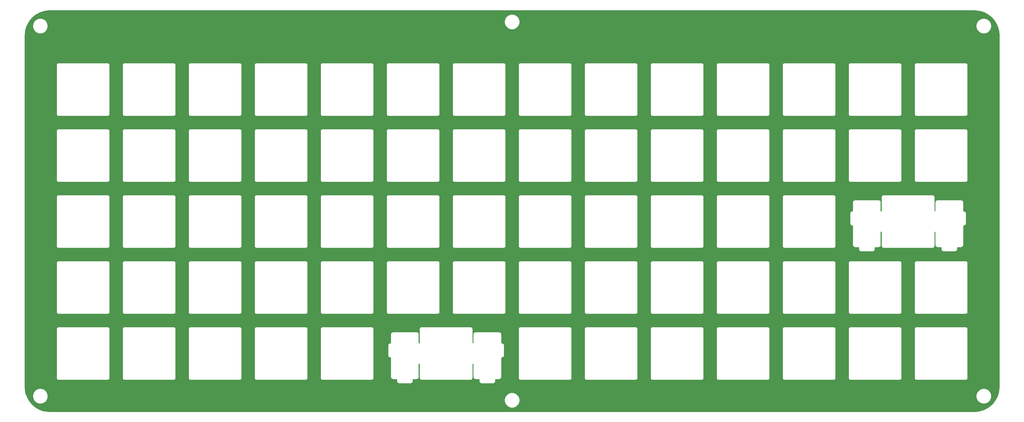
<source format=gbl>
G04 #@! TF.GenerationSoftware,KiCad,Pcbnew,(5.1.5)-3*
G04 #@! TF.CreationDate,2020-02-27T09:23:47-08:00*
G04 #@! TF.ProjectId,Mounting_PCB,4d6f756e-7469-46e6-975f-5043422e6b69,rev?*
G04 #@! TF.SameCoordinates,Original*
G04 #@! TF.FileFunction,Copper,L2,Bot*
G04 #@! TF.FilePolarity,Positive*
%FSLAX46Y46*%
G04 Gerber Fmt 4.6, Leading zero omitted, Abs format (unit mm)*
G04 Created by KiCad (PCBNEW (5.1.5)-3) date 2020-02-27 09:23:47*
%MOMM*%
%LPD*%
G04 APERTURE LIST*
%ADD10C,0.254000*%
G04 APERTURE END LIST*
D10*
G36*
X354878357Y-96980301D02*
G01*
X355881322Y-97196234D01*
X356843864Y-97551334D01*
X357746761Y-98038511D01*
X358572010Y-98648049D01*
X359303143Y-99367786D01*
X359925567Y-100183356D01*
X360426868Y-101078496D01*
X360797045Y-102035343D01*
X361028704Y-103034787D01*
X361119229Y-104079999D01*
X361119966Y-104173845D01*
X361119967Y-205395049D01*
X361045664Y-206444463D01*
X360829732Y-207447430D01*
X360474634Y-208409963D01*
X359987453Y-209312869D01*
X359377916Y-210138116D01*
X358658180Y-210869247D01*
X357842603Y-211491676D01*
X356947471Y-211992974D01*
X355990623Y-212363150D01*
X354991179Y-212594809D01*
X353945968Y-212685334D01*
X353852121Y-212686071D01*
X87181044Y-212686071D01*
X86131659Y-212611770D01*
X85128692Y-212395838D01*
X84166159Y-212040740D01*
X83263253Y-211553559D01*
X82438006Y-210944022D01*
X81706875Y-210224286D01*
X81084446Y-209408709D01*
X80583148Y-208513577D01*
X80395835Y-208029400D01*
X82091623Y-208029400D01*
X82091623Y-208469656D01*
X82177513Y-208901453D01*
X82345992Y-209308197D01*
X82590585Y-209674257D01*
X82901894Y-209985566D01*
X83267954Y-210230159D01*
X83674698Y-210398638D01*
X84106495Y-210484528D01*
X84546751Y-210484528D01*
X84978548Y-210398638D01*
X85385292Y-210230159D01*
X85751352Y-209985566D01*
X86062661Y-209674257D01*
X86307254Y-209308197D01*
X86351668Y-209200972D01*
X218270000Y-209200972D01*
X218270000Y-209641228D01*
X218355890Y-210073025D01*
X218524369Y-210479769D01*
X218768962Y-210845829D01*
X219080271Y-211157138D01*
X219446331Y-211401731D01*
X219853075Y-211570210D01*
X220284872Y-211656100D01*
X220725128Y-211656100D01*
X221156925Y-211570210D01*
X221563669Y-211401731D01*
X221929729Y-211157138D01*
X222241038Y-210845829D01*
X222485631Y-210479769D01*
X222654110Y-210073025D01*
X222740000Y-209641228D01*
X222740000Y-209200972D01*
X222654110Y-208769175D01*
X222485631Y-208362431D01*
X222263108Y-208029400D01*
X354448377Y-208029400D01*
X354448377Y-208469656D01*
X354534267Y-208901453D01*
X354702746Y-209308197D01*
X354947339Y-209674257D01*
X355258648Y-209985566D01*
X355624708Y-210230159D01*
X356031452Y-210398638D01*
X356463249Y-210484528D01*
X356903505Y-210484528D01*
X357335302Y-210398638D01*
X357742046Y-210230159D01*
X358108106Y-209985566D01*
X358419415Y-209674257D01*
X358664008Y-209308197D01*
X358832487Y-208901453D01*
X358918377Y-208469656D01*
X358918377Y-208029400D01*
X358832487Y-207597603D01*
X358664008Y-207190859D01*
X358419415Y-206824799D01*
X358108106Y-206513490D01*
X357742046Y-206268897D01*
X357335302Y-206100418D01*
X356903505Y-206014528D01*
X356463249Y-206014528D01*
X356031452Y-206100418D01*
X355624708Y-206268897D01*
X355258648Y-206513490D01*
X354947339Y-206824799D01*
X354702746Y-207190859D01*
X354534267Y-207597603D01*
X354448377Y-208029400D01*
X222263108Y-208029400D01*
X222241038Y-207996371D01*
X221929729Y-207685062D01*
X221563669Y-207440469D01*
X221156925Y-207271990D01*
X220725128Y-207186100D01*
X220284872Y-207186100D01*
X219853075Y-207271990D01*
X219446331Y-207440469D01*
X219080271Y-207685062D01*
X218768962Y-207996371D01*
X218524369Y-208362431D01*
X218355890Y-208769175D01*
X218270000Y-209200972D01*
X86351668Y-209200972D01*
X86475733Y-208901453D01*
X86561623Y-208469656D01*
X86561623Y-208029400D01*
X86475733Y-207597603D01*
X86307254Y-207190859D01*
X86062661Y-206824799D01*
X85751352Y-206513490D01*
X85385292Y-206268897D01*
X84978548Y-206100418D01*
X84546751Y-206014528D01*
X84106495Y-206014528D01*
X83674698Y-206100418D01*
X83267954Y-206268897D01*
X82901894Y-206513490D01*
X82590585Y-206824799D01*
X82345992Y-207190859D01*
X82177513Y-207597603D01*
X82091623Y-208029400D01*
X80395835Y-208029400D01*
X80212972Y-207556729D01*
X79981313Y-206557285D01*
X79890788Y-205512074D01*
X79890051Y-205418227D01*
X79890051Y-188895600D01*
X88941060Y-188895600D01*
X88944616Y-188931705D01*
X88944617Y-202859015D01*
X88941060Y-202895130D01*
X88955251Y-203039215D01*
X88997279Y-203177763D01*
X89065529Y-203305450D01*
X89157378Y-203417368D01*
X89269296Y-203509217D01*
X89396983Y-203577467D01*
X89535531Y-203619495D01*
X89643511Y-203630130D01*
X89679616Y-203633686D01*
X89715721Y-203630130D01*
X103643061Y-203630130D01*
X103679166Y-203633686D01*
X103715271Y-203630130D01*
X103823251Y-203619495D01*
X103961799Y-203577467D01*
X104089486Y-203509217D01*
X104201404Y-203417368D01*
X104293253Y-203305450D01*
X104361503Y-203177763D01*
X104403531Y-203039215D01*
X104417722Y-202895130D01*
X104414166Y-202859025D01*
X104414166Y-188931705D01*
X104417722Y-188895600D01*
X107991110Y-188895600D01*
X107994666Y-188931705D01*
X107994667Y-202859015D01*
X107991110Y-202895130D01*
X108005301Y-203039215D01*
X108047329Y-203177763D01*
X108115579Y-203305450D01*
X108207428Y-203417368D01*
X108319346Y-203509217D01*
X108447033Y-203577467D01*
X108585581Y-203619495D01*
X108693561Y-203630130D01*
X108729666Y-203633686D01*
X108765771Y-203630130D01*
X122692861Y-203630130D01*
X122728966Y-203633686D01*
X122765071Y-203630130D01*
X122873051Y-203619495D01*
X123011599Y-203577467D01*
X123139286Y-203509217D01*
X123251204Y-203417368D01*
X123343053Y-203305450D01*
X123411303Y-203177763D01*
X123453331Y-203039215D01*
X123467522Y-202895130D01*
X123463966Y-202859025D01*
X123463966Y-188931705D01*
X123467522Y-188895600D01*
X127041110Y-188895600D01*
X127044666Y-188931705D01*
X127044667Y-202859015D01*
X127041110Y-202895130D01*
X127055301Y-203039215D01*
X127097329Y-203177763D01*
X127165579Y-203305450D01*
X127257428Y-203417368D01*
X127369346Y-203509217D01*
X127497033Y-203577467D01*
X127635581Y-203619495D01*
X127743561Y-203630130D01*
X127779666Y-203633686D01*
X127815771Y-203630130D01*
X141742860Y-203630130D01*
X141778965Y-203633686D01*
X141815070Y-203630130D01*
X141923050Y-203619495D01*
X142061598Y-203577467D01*
X142189285Y-203509217D01*
X142301203Y-203417368D01*
X142393052Y-203305450D01*
X142461302Y-203177763D01*
X142503330Y-203039215D01*
X142517521Y-202895130D01*
X142513965Y-202859025D01*
X142513965Y-188931705D01*
X142517521Y-188895600D01*
X146091110Y-188895600D01*
X146094666Y-188931705D01*
X146094667Y-202859015D01*
X146091110Y-202895130D01*
X146105301Y-203039215D01*
X146147329Y-203177763D01*
X146215579Y-203305450D01*
X146307428Y-203417368D01*
X146419346Y-203509217D01*
X146547033Y-203577467D01*
X146685581Y-203619495D01*
X146793561Y-203630130D01*
X146829666Y-203633686D01*
X146865771Y-203630130D01*
X160792860Y-203630130D01*
X160828965Y-203633686D01*
X160865070Y-203630130D01*
X160973050Y-203619495D01*
X161111598Y-203577467D01*
X161239285Y-203509217D01*
X161351203Y-203417368D01*
X161443052Y-203305450D01*
X161511302Y-203177763D01*
X161553330Y-203039215D01*
X161567521Y-202895130D01*
X161563965Y-202859025D01*
X161563965Y-188931705D01*
X161567521Y-188895600D01*
X165141109Y-188895600D01*
X165144665Y-188931705D01*
X165144666Y-202859015D01*
X165141109Y-202895130D01*
X165155300Y-203039215D01*
X165197328Y-203177763D01*
X165265578Y-203305450D01*
X165357427Y-203417368D01*
X165469345Y-203509217D01*
X165597032Y-203577467D01*
X165735580Y-203619495D01*
X165843560Y-203630130D01*
X165879665Y-203633686D01*
X165915770Y-203630130D01*
X179842861Y-203630130D01*
X179878966Y-203633686D01*
X179915071Y-203630130D01*
X180023051Y-203619495D01*
X180161599Y-203577467D01*
X180289286Y-203509217D01*
X180401204Y-203417368D01*
X180493053Y-203305450D01*
X180561303Y-203177763D01*
X180603331Y-203039215D01*
X180617522Y-202895130D01*
X180613966Y-202859025D01*
X180613966Y-193596101D01*
X184615510Y-193596101D01*
X184619066Y-193632205D01*
X184619067Y-196360166D01*
X184615510Y-196396281D01*
X184629701Y-196540366D01*
X184671729Y-196678914D01*
X184739979Y-196806601D01*
X184831828Y-196918519D01*
X184943746Y-197010368D01*
X185071433Y-197078618D01*
X185209981Y-197120646D01*
X185317961Y-197131281D01*
X185354066Y-197134837D01*
X185390171Y-197131281D01*
X185443166Y-197131281D01*
X185443167Y-202628875D01*
X185439610Y-202664990D01*
X185453801Y-202809075D01*
X185495829Y-202947623D01*
X185564079Y-203075310D01*
X185655928Y-203187228D01*
X185767846Y-203279077D01*
X185895533Y-203347327D01*
X186034081Y-203389355D01*
X186142061Y-203399990D01*
X186178166Y-203403546D01*
X186214271Y-203399990D01*
X187169967Y-203399990D01*
X187169967Y-203829146D01*
X187166410Y-203865261D01*
X187180601Y-204009346D01*
X187222629Y-204147894D01*
X187290879Y-204275581D01*
X187382728Y-204387499D01*
X187494646Y-204479348D01*
X187622333Y-204547598D01*
X187760881Y-204589626D01*
X187868861Y-204600261D01*
X187904966Y-204603817D01*
X187941071Y-204600261D01*
X191168861Y-204600261D01*
X191204966Y-204603817D01*
X191241071Y-204600261D01*
X191349051Y-204589626D01*
X191487599Y-204547598D01*
X191615286Y-204479348D01*
X191727204Y-204387499D01*
X191819053Y-204275581D01*
X191887303Y-204147894D01*
X191929331Y-204009346D01*
X191943522Y-203865261D01*
X191939966Y-203829156D01*
X191939966Y-203399990D01*
X192892861Y-203399990D01*
X192928966Y-203403546D01*
X192965071Y-203399990D01*
X193073051Y-203389355D01*
X193211599Y-203347327D01*
X193339286Y-203279077D01*
X193451204Y-203187228D01*
X193543053Y-203075310D01*
X193611303Y-202947623D01*
X193653331Y-202809075D01*
X193667522Y-202664990D01*
X193663966Y-202628885D01*
X193663966Y-198929641D01*
X193719966Y-198929641D01*
X193719967Y-202859015D01*
X193716410Y-202895130D01*
X193730601Y-203039215D01*
X193772629Y-203177763D01*
X193840879Y-203305450D01*
X193932728Y-203417368D01*
X194044646Y-203509217D01*
X194172333Y-203577467D01*
X194310881Y-203619495D01*
X194418861Y-203630130D01*
X194454966Y-203633686D01*
X194491071Y-203630130D01*
X208417861Y-203630130D01*
X208453966Y-203633686D01*
X208490071Y-203630130D01*
X208598051Y-203619495D01*
X208736599Y-203577467D01*
X208864286Y-203509217D01*
X208976204Y-203417368D01*
X209068053Y-203305450D01*
X209136303Y-203177763D01*
X209178331Y-203039215D01*
X209192522Y-202895130D01*
X209188966Y-202859025D01*
X209188966Y-198929641D01*
X209244966Y-198929641D01*
X209244967Y-202628875D01*
X209241410Y-202664990D01*
X209255601Y-202809075D01*
X209297629Y-202947623D01*
X209365879Y-203075310D01*
X209457728Y-203187228D01*
X209569646Y-203279077D01*
X209697333Y-203347327D01*
X209835881Y-203389355D01*
X209943861Y-203399990D01*
X209979966Y-203403546D01*
X210016071Y-203399990D01*
X210969967Y-203399990D01*
X210969967Y-203829146D01*
X210966410Y-203865261D01*
X210980601Y-204009346D01*
X211022629Y-204147894D01*
X211090879Y-204275581D01*
X211182728Y-204387499D01*
X211294646Y-204479348D01*
X211422333Y-204547598D01*
X211560881Y-204589626D01*
X211668861Y-204600261D01*
X211704966Y-204603817D01*
X211741071Y-204600261D01*
X214968861Y-204600261D01*
X215004966Y-204603817D01*
X215041071Y-204600261D01*
X215149051Y-204589626D01*
X215287599Y-204547598D01*
X215415286Y-204479348D01*
X215527204Y-204387499D01*
X215619053Y-204275581D01*
X215687303Y-204147894D01*
X215729331Y-204009346D01*
X215743522Y-203865261D01*
X215739966Y-203829156D01*
X215739966Y-203399990D01*
X216692860Y-203399990D01*
X216728965Y-203403546D01*
X216765070Y-203399990D01*
X216873050Y-203389355D01*
X217011598Y-203347327D01*
X217139285Y-203279077D01*
X217251203Y-203187228D01*
X217343052Y-203075310D01*
X217411302Y-202947623D01*
X217453330Y-202809075D01*
X217467521Y-202664990D01*
X217463965Y-202628885D01*
X217463965Y-197131281D01*
X217518861Y-197131281D01*
X217554966Y-197134837D01*
X217591071Y-197131281D01*
X217699051Y-197120646D01*
X217837599Y-197078618D01*
X217965286Y-197010368D01*
X218077204Y-196918519D01*
X218169053Y-196806601D01*
X218237303Y-196678914D01*
X218279331Y-196540366D01*
X218293522Y-196396281D01*
X218289966Y-196360176D01*
X218289966Y-193632205D01*
X218293522Y-193596101D01*
X218279331Y-193452016D01*
X218237303Y-193313468D01*
X218169053Y-193185781D01*
X218077204Y-193073863D01*
X217965286Y-192982014D01*
X217837599Y-192913764D01*
X217699051Y-192871736D01*
X217591071Y-192861101D01*
X217554966Y-192857545D01*
X217518861Y-192861101D01*
X217463965Y-192861101D01*
X217463965Y-190402106D01*
X217467521Y-190366001D01*
X217453330Y-190221916D01*
X217411302Y-190083368D01*
X217343052Y-189955681D01*
X217251203Y-189843763D01*
X217139285Y-189751914D01*
X217011598Y-189683664D01*
X216873050Y-189641636D01*
X216765070Y-189631001D01*
X216728965Y-189627445D01*
X216692860Y-189631001D01*
X210016071Y-189631001D01*
X209979966Y-189627445D01*
X209943861Y-189631001D01*
X209835881Y-189641636D01*
X209697333Y-189683664D01*
X209569646Y-189751914D01*
X209457728Y-189843763D01*
X209365879Y-189955681D01*
X209297629Y-190083368D01*
X209255601Y-190221916D01*
X209241410Y-190366001D01*
X209244966Y-190402106D01*
X209244967Y-192861101D01*
X209188966Y-192861101D01*
X209188966Y-188931705D01*
X209192522Y-188895600D01*
X222291410Y-188895600D01*
X222294966Y-188931705D01*
X222294967Y-202859015D01*
X222291410Y-202895130D01*
X222305601Y-203039215D01*
X222347629Y-203177763D01*
X222415879Y-203305450D01*
X222507728Y-203417368D01*
X222619646Y-203509217D01*
X222747333Y-203577467D01*
X222885881Y-203619495D01*
X222993861Y-203630130D01*
X223029966Y-203633686D01*
X223066071Y-203630130D01*
X236992861Y-203630130D01*
X237028966Y-203633686D01*
X237065071Y-203630130D01*
X237173051Y-203619495D01*
X237311599Y-203577467D01*
X237439286Y-203509217D01*
X237551204Y-203417368D01*
X237643053Y-203305450D01*
X237711303Y-203177763D01*
X237753331Y-203039215D01*
X237767522Y-202895130D01*
X237763966Y-202859025D01*
X237763966Y-188931705D01*
X237767522Y-188895600D01*
X241341410Y-188895600D01*
X241344966Y-188931705D01*
X241344967Y-202859015D01*
X241341410Y-202895130D01*
X241355601Y-203039215D01*
X241397629Y-203177763D01*
X241465879Y-203305450D01*
X241557728Y-203417368D01*
X241669646Y-203509217D01*
X241797333Y-203577467D01*
X241935881Y-203619495D01*
X242043861Y-203630130D01*
X242079966Y-203633686D01*
X242116071Y-203630130D01*
X256042861Y-203630130D01*
X256078966Y-203633686D01*
X256115071Y-203630130D01*
X256223051Y-203619495D01*
X256361599Y-203577467D01*
X256489286Y-203509217D01*
X256601204Y-203417368D01*
X256693053Y-203305450D01*
X256761303Y-203177763D01*
X256803331Y-203039215D01*
X256817522Y-202895130D01*
X256813966Y-202859025D01*
X256813966Y-188931705D01*
X256817522Y-188895600D01*
X260391410Y-188895600D01*
X260394966Y-188931705D01*
X260394967Y-202859015D01*
X260391410Y-202895130D01*
X260405601Y-203039215D01*
X260447629Y-203177763D01*
X260515879Y-203305450D01*
X260607728Y-203417368D01*
X260719646Y-203509217D01*
X260847333Y-203577467D01*
X260985881Y-203619495D01*
X261093861Y-203630130D01*
X261129966Y-203633686D01*
X261166071Y-203630130D01*
X275092861Y-203630130D01*
X275128966Y-203633686D01*
X275165071Y-203630130D01*
X275273051Y-203619495D01*
X275411599Y-203577467D01*
X275539286Y-203509217D01*
X275651204Y-203417368D01*
X275743053Y-203305450D01*
X275811303Y-203177763D01*
X275853331Y-203039215D01*
X275867522Y-202895130D01*
X275863966Y-202859025D01*
X275863966Y-188931705D01*
X275867522Y-188895600D01*
X279441410Y-188895600D01*
X279444966Y-188931705D01*
X279444967Y-202859015D01*
X279441410Y-202895130D01*
X279455601Y-203039215D01*
X279497629Y-203177763D01*
X279565879Y-203305450D01*
X279657728Y-203417368D01*
X279769646Y-203509217D01*
X279897333Y-203577467D01*
X280035881Y-203619495D01*
X280143861Y-203630130D01*
X280179966Y-203633686D01*
X280216071Y-203630130D01*
X294142861Y-203630130D01*
X294178966Y-203633686D01*
X294215071Y-203630130D01*
X294323051Y-203619495D01*
X294461599Y-203577467D01*
X294589286Y-203509217D01*
X294701204Y-203417368D01*
X294793053Y-203305450D01*
X294861303Y-203177763D01*
X294903331Y-203039215D01*
X294917522Y-202895130D01*
X294913966Y-202859025D01*
X294913966Y-188931705D01*
X294917522Y-188895600D01*
X298491410Y-188895600D01*
X298494966Y-188931705D01*
X298494967Y-202859015D01*
X298491410Y-202895130D01*
X298505601Y-203039215D01*
X298547629Y-203177763D01*
X298615879Y-203305450D01*
X298707728Y-203417368D01*
X298819646Y-203509217D01*
X298947333Y-203577467D01*
X299085881Y-203619495D01*
X299193861Y-203630130D01*
X299229966Y-203633686D01*
X299266071Y-203630130D01*
X313192861Y-203630130D01*
X313228966Y-203633686D01*
X313265071Y-203630130D01*
X313373051Y-203619495D01*
X313511599Y-203577467D01*
X313639286Y-203509217D01*
X313751204Y-203417368D01*
X313843053Y-203305450D01*
X313911303Y-203177763D01*
X313953331Y-203039215D01*
X313967522Y-202895130D01*
X313963966Y-202859025D01*
X313963966Y-188931705D01*
X313967522Y-188895600D01*
X317541410Y-188895600D01*
X317544966Y-188931705D01*
X317544967Y-202859015D01*
X317541410Y-202895130D01*
X317555601Y-203039215D01*
X317597629Y-203177763D01*
X317665879Y-203305450D01*
X317757728Y-203417368D01*
X317869646Y-203509217D01*
X317997333Y-203577467D01*
X318135881Y-203619495D01*
X318243861Y-203630130D01*
X318279966Y-203633686D01*
X318316071Y-203630130D01*
X332242861Y-203630130D01*
X332278966Y-203633686D01*
X332315071Y-203630130D01*
X332423051Y-203619495D01*
X332561599Y-203577467D01*
X332689286Y-203509217D01*
X332801204Y-203417368D01*
X332893053Y-203305450D01*
X332961303Y-203177763D01*
X333003331Y-203039215D01*
X333017522Y-202895130D01*
X333013966Y-202859025D01*
X333013966Y-188931705D01*
X333017522Y-188895600D01*
X336591410Y-188895600D01*
X336594966Y-188931705D01*
X336594967Y-202859015D01*
X336591410Y-202895130D01*
X336605601Y-203039215D01*
X336647629Y-203177763D01*
X336715879Y-203305450D01*
X336807728Y-203417368D01*
X336919646Y-203509217D01*
X337047333Y-203577467D01*
X337185881Y-203619495D01*
X337293861Y-203630130D01*
X337329966Y-203633686D01*
X337366071Y-203630130D01*
X351292861Y-203630130D01*
X351328966Y-203633686D01*
X351365071Y-203630130D01*
X351473051Y-203619495D01*
X351611599Y-203577467D01*
X351739286Y-203509217D01*
X351851204Y-203417368D01*
X351943053Y-203305450D01*
X352011303Y-203177763D01*
X352053331Y-203039215D01*
X352067522Y-202895130D01*
X352063966Y-202859025D01*
X352063966Y-188931705D01*
X352067522Y-188895600D01*
X352053331Y-188751515D01*
X352011303Y-188612967D01*
X351943053Y-188485280D01*
X351851204Y-188373362D01*
X351739286Y-188281513D01*
X351611599Y-188213263D01*
X351473051Y-188171235D01*
X351365071Y-188160600D01*
X351328966Y-188157044D01*
X351292861Y-188160600D01*
X337366071Y-188160600D01*
X337329966Y-188157044D01*
X337293861Y-188160600D01*
X337185881Y-188171235D01*
X337047333Y-188213263D01*
X336919646Y-188281513D01*
X336807728Y-188373362D01*
X336715879Y-188485280D01*
X336647629Y-188612967D01*
X336605601Y-188751515D01*
X336591410Y-188895600D01*
X333017522Y-188895600D01*
X333003331Y-188751515D01*
X332961303Y-188612967D01*
X332893053Y-188485280D01*
X332801204Y-188373362D01*
X332689286Y-188281513D01*
X332561599Y-188213263D01*
X332423051Y-188171235D01*
X332315071Y-188160600D01*
X332278966Y-188157044D01*
X332242861Y-188160600D01*
X318316071Y-188160600D01*
X318279966Y-188157044D01*
X318243861Y-188160600D01*
X318135881Y-188171235D01*
X317997333Y-188213263D01*
X317869646Y-188281513D01*
X317757728Y-188373362D01*
X317665879Y-188485280D01*
X317597629Y-188612967D01*
X317555601Y-188751515D01*
X317541410Y-188895600D01*
X313967522Y-188895600D01*
X313953331Y-188751515D01*
X313911303Y-188612967D01*
X313843053Y-188485280D01*
X313751204Y-188373362D01*
X313639286Y-188281513D01*
X313511599Y-188213263D01*
X313373051Y-188171235D01*
X313265071Y-188160600D01*
X313228966Y-188157044D01*
X313192861Y-188160600D01*
X299266071Y-188160600D01*
X299229966Y-188157044D01*
X299193861Y-188160600D01*
X299085881Y-188171235D01*
X298947333Y-188213263D01*
X298819646Y-188281513D01*
X298707728Y-188373362D01*
X298615879Y-188485280D01*
X298547629Y-188612967D01*
X298505601Y-188751515D01*
X298491410Y-188895600D01*
X294917522Y-188895600D01*
X294903331Y-188751515D01*
X294861303Y-188612967D01*
X294793053Y-188485280D01*
X294701204Y-188373362D01*
X294589286Y-188281513D01*
X294461599Y-188213263D01*
X294323051Y-188171235D01*
X294215071Y-188160600D01*
X294178966Y-188157044D01*
X294142861Y-188160600D01*
X280216071Y-188160600D01*
X280179966Y-188157044D01*
X280143861Y-188160600D01*
X280035881Y-188171235D01*
X279897333Y-188213263D01*
X279769646Y-188281513D01*
X279657728Y-188373362D01*
X279565879Y-188485280D01*
X279497629Y-188612967D01*
X279455601Y-188751515D01*
X279441410Y-188895600D01*
X275867522Y-188895600D01*
X275853331Y-188751515D01*
X275811303Y-188612967D01*
X275743053Y-188485280D01*
X275651204Y-188373362D01*
X275539286Y-188281513D01*
X275411599Y-188213263D01*
X275273051Y-188171235D01*
X275165071Y-188160600D01*
X275128966Y-188157044D01*
X275092861Y-188160600D01*
X261166071Y-188160600D01*
X261129966Y-188157044D01*
X261093861Y-188160600D01*
X260985881Y-188171235D01*
X260847333Y-188213263D01*
X260719646Y-188281513D01*
X260607728Y-188373362D01*
X260515879Y-188485280D01*
X260447629Y-188612967D01*
X260405601Y-188751515D01*
X260391410Y-188895600D01*
X256817522Y-188895600D01*
X256803331Y-188751515D01*
X256761303Y-188612967D01*
X256693053Y-188485280D01*
X256601204Y-188373362D01*
X256489286Y-188281513D01*
X256361599Y-188213263D01*
X256223051Y-188171235D01*
X256115071Y-188160600D01*
X256078966Y-188157044D01*
X256042861Y-188160600D01*
X242116071Y-188160600D01*
X242079966Y-188157044D01*
X242043861Y-188160600D01*
X241935881Y-188171235D01*
X241797333Y-188213263D01*
X241669646Y-188281513D01*
X241557728Y-188373362D01*
X241465879Y-188485280D01*
X241397629Y-188612967D01*
X241355601Y-188751515D01*
X241341410Y-188895600D01*
X237767522Y-188895600D01*
X237753331Y-188751515D01*
X237711303Y-188612967D01*
X237643053Y-188485280D01*
X237551204Y-188373362D01*
X237439286Y-188281513D01*
X237311599Y-188213263D01*
X237173051Y-188171235D01*
X237065071Y-188160600D01*
X237028966Y-188157044D01*
X236992861Y-188160600D01*
X223066071Y-188160600D01*
X223029966Y-188157044D01*
X222993861Y-188160600D01*
X222885881Y-188171235D01*
X222747333Y-188213263D01*
X222619646Y-188281513D01*
X222507728Y-188373362D01*
X222415879Y-188485280D01*
X222347629Y-188612967D01*
X222305601Y-188751515D01*
X222291410Y-188895600D01*
X209192522Y-188895600D01*
X209178331Y-188751515D01*
X209136303Y-188612967D01*
X209068053Y-188485280D01*
X208976204Y-188373362D01*
X208864286Y-188281513D01*
X208736599Y-188213263D01*
X208598051Y-188171235D01*
X208490071Y-188160600D01*
X208453966Y-188157044D01*
X208417861Y-188160600D01*
X194491071Y-188160600D01*
X194454966Y-188157044D01*
X194418861Y-188160600D01*
X194310881Y-188171235D01*
X194172333Y-188213263D01*
X194044646Y-188281513D01*
X193932728Y-188373362D01*
X193840879Y-188485280D01*
X193772629Y-188612967D01*
X193730601Y-188751515D01*
X193716410Y-188895600D01*
X193719966Y-188931705D01*
X193719967Y-192861101D01*
X193663966Y-192861101D01*
X193663966Y-190402106D01*
X193667522Y-190366001D01*
X193653331Y-190221916D01*
X193611303Y-190083368D01*
X193543053Y-189955681D01*
X193451204Y-189843763D01*
X193339286Y-189751914D01*
X193211599Y-189683664D01*
X193073051Y-189641636D01*
X192965071Y-189631001D01*
X192928966Y-189627445D01*
X192892861Y-189631001D01*
X186214271Y-189631001D01*
X186178166Y-189627445D01*
X186142061Y-189631001D01*
X186034081Y-189641636D01*
X185895533Y-189683664D01*
X185767846Y-189751914D01*
X185655928Y-189843763D01*
X185564079Y-189955681D01*
X185495829Y-190083368D01*
X185453801Y-190221916D01*
X185439610Y-190366001D01*
X185443166Y-190402106D01*
X185443167Y-192861101D01*
X185390171Y-192861101D01*
X185354066Y-192857545D01*
X185317961Y-192861101D01*
X185209981Y-192871736D01*
X185071433Y-192913764D01*
X184943746Y-192982014D01*
X184831828Y-193073863D01*
X184739979Y-193185781D01*
X184671729Y-193313468D01*
X184629701Y-193452016D01*
X184615510Y-193596101D01*
X180613966Y-193596101D01*
X180613966Y-188931705D01*
X180617522Y-188895600D01*
X180603331Y-188751515D01*
X180561303Y-188612967D01*
X180493053Y-188485280D01*
X180401204Y-188373362D01*
X180289286Y-188281513D01*
X180161599Y-188213263D01*
X180023051Y-188171235D01*
X179915071Y-188160600D01*
X179878966Y-188157044D01*
X179842861Y-188160600D01*
X165915770Y-188160600D01*
X165879665Y-188157044D01*
X165843560Y-188160600D01*
X165735580Y-188171235D01*
X165597032Y-188213263D01*
X165469345Y-188281513D01*
X165357427Y-188373362D01*
X165265578Y-188485280D01*
X165197328Y-188612967D01*
X165155300Y-188751515D01*
X165141109Y-188895600D01*
X161567521Y-188895600D01*
X161553330Y-188751515D01*
X161511302Y-188612967D01*
X161443052Y-188485280D01*
X161351203Y-188373362D01*
X161239285Y-188281513D01*
X161111598Y-188213263D01*
X160973050Y-188171235D01*
X160865070Y-188160600D01*
X160828965Y-188157044D01*
X160792860Y-188160600D01*
X146865771Y-188160600D01*
X146829666Y-188157044D01*
X146793561Y-188160600D01*
X146685581Y-188171235D01*
X146547033Y-188213263D01*
X146419346Y-188281513D01*
X146307428Y-188373362D01*
X146215579Y-188485280D01*
X146147329Y-188612967D01*
X146105301Y-188751515D01*
X146091110Y-188895600D01*
X142517521Y-188895600D01*
X142503330Y-188751515D01*
X142461302Y-188612967D01*
X142393052Y-188485280D01*
X142301203Y-188373362D01*
X142189285Y-188281513D01*
X142061598Y-188213263D01*
X141923050Y-188171235D01*
X141815070Y-188160600D01*
X141778965Y-188157044D01*
X141742860Y-188160600D01*
X127815771Y-188160600D01*
X127779666Y-188157044D01*
X127743561Y-188160600D01*
X127635581Y-188171235D01*
X127497033Y-188213263D01*
X127369346Y-188281513D01*
X127257428Y-188373362D01*
X127165579Y-188485280D01*
X127097329Y-188612967D01*
X127055301Y-188751515D01*
X127041110Y-188895600D01*
X123467522Y-188895600D01*
X123453331Y-188751515D01*
X123411303Y-188612967D01*
X123343053Y-188485280D01*
X123251204Y-188373362D01*
X123139286Y-188281513D01*
X123011599Y-188213263D01*
X122873051Y-188171235D01*
X122765071Y-188160600D01*
X122728966Y-188157044D01*
X122692861Y-188160600D01*
X108765771Y-188160600D01*
X108729666Y-188157044D01*
X108693561Y-188160600D01*
X108585581Y-188171235D01*
X108447033Y-188213263D01*
X108319346Y-188281513D01*
X108207428Y-188373362D01*
X108115579Y-188485280D01*
X108047329Y-188612967D01*
X108005301Y-188751515D01*
X107991110Y-188895600D01*
X104417722Y-188895600D01*
X104403531Y-188751515D01*
X104361503Y-188612967D01*
X104293253Y-188485280D01*
X104201404Y-188373362D01*
X104089486Y-188281513D01*
X103961799Y-188213263D01*
X103823251Y-188171235D01*
X103715271Y-188160600D01*
X103679166Y-188157044D01*
X103643061Y-188160600D01*
X89715721Y-188160600D01*
X89679616Y-188157044D01*
X89643511Y-188160600D01*
X89535531Y-188171235D01*
X89396983Y-188213263D01*
X89269296Y-188281513D01*
X89157378Y-188373362D01*
X89065529Y-188485280D01*
X88997279Y-188612967D01*
X88955251Y-188751515D01*
X88941060Y-188895600D01*
X79890051Y-188895600D01*
X79890051Y-169845800D01*
X88941060Y-169845800D01*
X88944616Y-169881905D01*
X88944617Y-183808985D01*
X88941060Y-183845100D01*
X88955251Y-183989185D01*
X88997279Y-184127733D01*
X89065529Y-184255420D01*
X89157378Y-184367338D01*
X89269296Y-184459187D01*
X89396983Y-184527437D01*
X89535531Y-184569465D01*
X89643511Y-184580100D01*
X89679616Y-184583656D01*
X89715721Y-184580100D01*
X103643061Y-184580100D01*
X103679166Y-184583656D01*
X103715271Y-184580100D01*
X103823251Y-184569465D01*
X103961799Y-184527437D01*
X104089486Y-184459187D01*
X104201404Y-184367338D01*
X104293253Y-184255420D01*
X104361503Y-184127733D01*
X104403531Y-183989185D01*
X104417722Y-183845100D01*
X104414166Y-183808995D01*
X104414166Y-169881905D01*
X104417722Y-169845800D01*
X107991110Y-169845800D01*
X107994666Y-169881905D01*
X107994667Y-183808985D01*
X107991110Y-183845100D01*
X108005301Y-183989185D01*
X108047329Y-184127733D01*
X108115579Y-184255420D01*
X108207428Y-184367338D01*
X108319346Y-184459187D01*
X108447033Y-184527437D01*
X108585581Y-184569465D01*
X108693561Y-184580100D01*
X108729666Y-184583656D01*
X108765771Y-184580100D01*
X122692861Y-184580100D01*
X122728966Y-184583656D01*
X122765071Y-184580100D01*
X122873051Y-184569465D01*
X123011599Y-184527437D01*
X123139286Y-184459187D01*
X123251204Y-184367338D01*
X123343053Y-184255420D01*
X123411303Y-184127733D01*
X123453331Y-183989185D01*
X123467522Y-183845100D01*
X123463966Y-183808995D01*
X123463966Y-169881905D01*
X123467522Y-169845800D01*
X127041110Y-169845800D01*
X127044666Y-169881905D01*
X127044667Y-183808985D01*
X127041110Y-183845100D01*
X127055301Y-183989185D01*
X127097329Y-184127733D01*
X127165579Y-184255420D01*
X127257428Y-184367338D01*
X127369346Y-184459187D01*
X127497033Y-184527437D01*
X127635581Y-184569465D01*
X127743561Y-184580100D01*
X127779666Y-184583656D01*
X127815771Y-184580100D01*
X141742860Y-184580100D01*
X141778965Y-184583656D01*
X141815070Y-184580100D01*
X141923050Y-184569465D01*
X142061598Y-184527437D01*
X142189285Y-184459187D01*
X142301203Y-184367338D01*
X142393052Y-184255420D01*
X142461302Y-184127733D01*
X142503330Y-183989185D01*
X142517521Y-183845100D01*
X142513965Y-183808995D01*
X142513965Y-169881905D01*
X142517521Y-169845800D01*
X146091110Y-169845800D01*
X146094666Y-169881905D01*
X146094667Y-183808985D01*
X146091110Y-183845100D01*
X146105301Y-183989185D01*
X146147329Y-184127733D01*
X146215579Y-184255420D01*
X146307428Y-184367338D01*
X146419346Y-184459187D01*
X146547033Y-184527437D01*
X146685581Y-184569465D01*
X146793561Y-184580100D01*
X146829666Y-184583656D01*
X146865771Y-184580100D01*
X160792860Y-184580100D01*
X160828965Y-184583656D01*
X160865070Y-184580100D01*
X160973050Y-184569465D01*
X161111598Y-184527437D01*
X161239285Y-184459187D01*
X161351203Y-184367338D01*
X161443052Y-184255420D01*
X161511302Y-184127733D01*
X161553330Y-183989185D01*
X161567521Y-183845100D01*
X161563965Y-183808995D01*
X161563965Y-169881905D01*
X161567521Y-169845800D01*
X165141109Y-169845800D01*
X165144665Y-169881905D01*
X165144666Y-183808985D01*
X165141109Y-183845100D01*
X165155300Y-183989185D01*
X165197328Y-184127733D01*
X165265578Y-184255420D01*
X165357427Y-184367338D01*
X165469345Y-184459187D01*
X165597032Y-184527437D01*
X165735580Y-184569465D01*
X165843560Y-184580100D01*
X165879665Y-184583656D01*
X165915770Y-184580100D01*
X179842861Y-184580100D01*
X179878966Y-184583656D01*
X179915071Y-184580100D01*
X180023051Y-184569465D01*
X180161599Y-184527437D01*
X180289286Y-184459187D01*
X180401204Y-184367338D01*
X180493053Y-184255420D01*
X180561303Y-184127733D01*
X180603331Y-183989185D01*
X180617522Y-183845100D01*
X180613966Y-183808995D01*
X180613966Y-169881905D01*
X180617522Y-169845800D01*
X184189710Y-169845800D01*
X184193266Y-169881905D01*
X184193267Y-183808985D01*
X184189710Y-183845100D01*
X184203901Y-183989185D01*
X184245929Y-184127733D01*
X184314179Y-184255420D01*
X184406028Y-184367338D01*
X184517946Y-184459187D01*
X184645633Y-184527437D01*
X184784181Y-184569465D01*
X184892161Y-184580100D01*
X184928266Y-184583656D01*
X184964371Y-184580100D01*
X198892861Y-184580100D01*
X198928966Y-184583656D01*
X198965071Y-184580100D01*
X199073051Y-184569465D01*
X199211599Y-184527437D01*
X199339286Y-184459187D01*
X199451204Y-184367338D01*
X199543053Y-184255420D01*
X199611303Y-184127733D01*
X199653331Y-183989185D01*
X199667522Y-183845100D01*
X199663966Y-183808995D01*
X199663966Y-169881905D01*
X199667522Y-169845800D01*
X203239410Y-169845800D01*
X203242966Y-169881905D01*
X203242967Y-183808985D01*
X203239410Y-183845100D01*
X203253601Y-183989185D01*
X203295629Y-184127733D01*
X203363879Y-184255420D01*
X203455728Y-184367338D01*
X203567646Y-184459187D01*
X203695333Y-184527437D01*
X203833881Y-184569465D01*
X203941861Y-184580100D01*
X203977966Y-184583656D01*
X204014071Y-184580100D01*
X217942860Y-184580100D01*
X217978965Y-184583656D01*
X218015070Y-184580100D01*
X218123050Y-184569465D01*
X218261598Y-184527437D01*
X218389285Y-184459187D01*
X218501203Y-184367338D01*
X218593052Y-184255420D01*
X218661302Y-184127733D01*
X218703330Y-183989185D01*
X218717521Y-183845100D01*
X218713965Y-183808995D01*
X218713965Y-169881905D01*
X218717521Y-169845800D01*
X222291410Y-169845800D01*
X222294966Y-169881905D01*
X222294967Y-183808985D01*
X222291410Y-183845100D01*
X222305601Y-183989185D01*
X222347629Y-184127733D01*
X222415879Y-184255420D01*
X222507728Y-184367338D01*
X222619646Y-184459187D01*
X222747333Y-184527437D01*
X222885881Y-184569465D01*
X222993861Y-184580100D01*
X223029966Y-184583656D01*
X223066071Y-184580100D01*
X236992861Y-184580100D01*
X237028966Y-184583656D01*
X237065071Y-184580100D01*
X237173051Y-184569465D01*
X237311599Y-184527437D01*
X237439286Y-184459187D01*
X237551204Y-184367338D01*
X237643053Y-184255420D01*
X237711303Y-184127733D01*
X237753331Y-183989185D01*
X237767522Y-183845100D01*
X237763966Y-183808995D01*
X237763966Y-169881905D01*
X237767522Y-169845800D01*
X241341410Y-169845800D01*
X241344966Y-169881905D01*
X241344967Y-183808985D01*
X241341410Y-183845100D01*
X241355601Y-183989185D01*
X241397629Y-184127733D01*
X241465879Y-184255420D01*
X241557728Y-184367338D01*
X241669646Y-184459187D01*
X241797333Y-184527437D01*
X241935881Y-184569465D01*
X242043861Y-184580100D01*
X242079966Y-184583656D01*
X242116071Y-184580100D01*
X256042861Y-184580100D01*
X256078966Y-184583656D01*
X256115071Y-184580100D01*
X256223051Y-184569465D01*
X256361599Y-184527437D01*
X256489286Y-184459187D01*
X256601204Y-184367338D01*
X256693053Y-184255420D01*
X256761303Y-184127733D01*
X256803331Y-183989185D01*
X256817522Y-183845100D01*
X256813966Y-183808995D01*
X256813966Y-169881905D01*
X256817522Y-169845800D01*
X260391410Y-169845800D01*
X260394966Y-169881905D01*
X260394967Y-183808985D01*
X260391410Y-183845100D01*
X260405601Y-183989185D01*
X260447629Y-184127733D01*
X260515879Y-184255420D01*
X260607728Y-184367338D01*
X260719646Y-184459187D01*
X260847333Y-184527437D01*
X260985881Y-184569465D01*
X261093861Y-184580100D01*
X261129966Y-184583656D01*
X261166071Y-184580100D01*
X275092861Y-184580100D01*
X275128966Y-184583656D01*
X275165071Y-184580100D01*
X275273051Y-184569465D01*
X275411599Y-184527437D01*
X275539286Y-184459187D01*
X275651204Y-184367338D01*
X275743053Y-184255420D01*
X275811303Y-184127733D01*
X275853331Y-183989185D01*
X275867522Y-183845100D01*
X275863966Y-183808995D01*
X275863966Y-169881905D01*
X275867522Y-169845800D01*
X279441410Y-169845800D01*
X279444966Y-169881905D01*
X279444967Y-183808985D01*
X279441410Y-183845100D01*
X279455601Y-183989185D01*
X279497629Y-184127733D01*
X279565879Y-184255420D01*
X279657728Y-184367338D01*
X279769646Y-184459187D01*
X279897333Y-184527437D01*
X280035881Y-184569465D01*
X280143861Y-184580100D01*
X280179966Y-184583656D01*
X280216071Y-184580100D01*
X294142861Y-184580100D01*
X294178966Y-184583656D01*
X294215071Y-184580100D01*
X294323051Y-184569465D01*
X294461599Y-184527437D01*
X294589286Y-184459187D01*
X294701204Y-184367338D01*
X294793053Y-184255420D01*
X294861303Y-184127733D01*
X294903331Y-183989185D01*
X294917522Y-183845100D01*
X294913966Y-183808995D01*
X294913966Y-169881905D01*
X294917522Y-169845800D01*
X298491410Y-169845800D01*
X298494966Y-169881905D01*
X298494967Y-183808985D01*
X298491410Y-183845100D01*
X298505601Y-183989185D01*
X298547629Y-184127733D01*
X298615879Y-184255420D01*
X298707728Y-184367338D01*
X298819646Y-184459187D01*
X298947333Y-184527437D01*
X299085881Y-184569465D01*
X299193861Y-184580100D01*
X299229966Y-184583656D01*
X299266071Y-184580100D01*
X313192861Y-184580100D01*
X313228966Y-184583656D01*
X313265071Y-184580100D01*
X313373051Y-184569465D01*
X313511599Y-184527437D01*
X313639286Y-184459187D01*
X313751204Y-184367338D01*
X313843053Y-184255420D01*
X313911303Y-184127733D01*
X313953331Y-183989185D01*
X313967522Y-183845100D01*
X313963966Y-183808995D01*
X313963966Y-169881905D01*
X313967522Y-169845800D01*
X317541410Y-169845800D01*
X317544966Y-169881905D01*
X317544967Y-183808985D01*
X317541410Y-183845100D01*
X317555601Y-183989185D01*
X317597629Y-184127733D01*
X317665879Y-184255420D01*
X317757728Y-184367338D01*
X317869646Y-184459187D01*
X317997333Y-184527437D01*
X318135881Y-184569465D01*
X318243861Y-184580100D01*
X318279966Y-184583656D01*
X318316071Y-184580100D01*
X332242861Y-184580100D01*
X332278966Y-184583656D01*
X332315071Y-184580100D01*
X332423051Y-184569465D01*
X332561599Y-184527437D01*
X332689286Y-184459187D01*
X332801204Y-184367338D01*
X332893053Y-184255420D01*
X332961303Y-184127733D01*
X333003331Y-183989185D01*
X333017522Y-183845100D01*
X333013966Y-183808995D01*
X333013966Y-169881905D01*
X333017522Y-169845800D01*
X336591410Y-169845800D01*
X336594966Y-169881905D01*
X336594967Y-183808985D01*
X336591410Y-183845100D01*
X336605601Y-183989185D01*
X336647629Y-184127733D01*
X336715879Y-184255420D01*
X336807728Y-184367338D01*
X336919646Y-184459187D01*
X337047333Y-184527437D01*
X337185881Y-184569465D01*
X337293861Y-184580100D01*
X337329966Y-184583656D01*
X337366071Y-184580100D01*
X351292861Y-184580100D01*
X351328966Y-184583656D01*
X351365071Y-184580100D01*
X351473051Y-184569465D01*
X351611599Y-184527437D01*
X351739286Y-184459187D01*
X351851204Y-184367338D01*
X351943053Y-184255420D01*
X352011303Y-184127733D01*
X352053331Y-183989185D01*
X352067522Y-183845100D01*
X352063966Y-183808995D01*
X352063966Y-169881905D01*
X352067522Y-169845800D01*
X352053331Y-169701715D01*
X352011303Y-169563167D01*
X351943053Y-169435480D01*
X351851204Y-169323562D01*
X351739286Y-169231713D01*
X351611599Y-169163463D01*
X351473051Y-169121435D01*
X351365071Y-169110800D01*
X351328966Y-169107244D01*
X351292861Y-169110800D01*
X337366071Y-169110800D01*
X337329966Y-169107244D01*
X337293861Y-169110800D01*
X337185881Y-169121435D01*
X337047333Y-169163463D01*
X336919646Y-169231713D01*
X336807728Y-169323562D01*
X336715879Y-169435480D01*
X336647629Y-169563167D01*
X336605601Y-169701715D01*
X336591410Y-169845800D01*
X333017522Y-169845800D01*
X333003331Y-169701715D01*
X332961303Y-169563167D01*
X332893053Y-169435480D01*
X332801204Y-169323562D01*
X332689286Y-169231713D01*
X332561599Y-169163463D01*
X332423051Y-169121435D01*
X332315071Y-169110800D01*
X332278966Y-169107244D01*
X332242861Y-169110800D01*
X318316071Y-169110800D01*
X318279966Y-169107244D01*
X318243861Y-169110800D01*
X318135881Y-169121435D01*
X317997333Y-169163463D01*
X317869646Y-169231713D01*
X317757728Y-169323562D01*
X317665879Y-169435480D01*
X317597629Y-169563167D01*
X317555601Y-169701715D01*
X317541410Y-169845800D01*
X313967522Y-169845800D01*
X313953331Y-169701715D01*
X313911303Y-169563167D01*
X313843053Y-169435480D01*
X313751204Y-169323562D01*
X313639286Y-169231713D01*
X313511599Y-169163463D01*
X313373051Y-169121435D01*
X313265071Y-169110800D01*
X313228966Y-169107244D01*
X313192861Y-169110800D01*
X299266071Y-169110800D01*
X299229966Y-169107244D01*
X299193861Y-169110800D01*
X299085881Y-169121435D01*
X298947333Y-169163463D01*
X298819646Y-169231713D01*
X298707728Y-169323562D01*
X298615879Y-169435480D01*
X298547629Y-169563167D01*
X298505601Y-169701715D01*
X298491410Y-169845800D01*
X294917522Y-169845800D01*
X294903331Y-169701715D01*
X294861303Y-169563167D01*
X294793053Y-169435480D01*
X294701204Y-169323562D01*
X294589286Y-169231713D01*
X294461599Y-169163463D01*
X294323051Y-169121435D01*
X294215071Y-169110800D01*
X294178966Y-169107244D01*
X294142861Y-169110800D01*
X280216071Y-169110800D01*
X280179966Y-169107244D01*
X280143861Y-169110800D01*
X280035881Y-169121435D01*
X279897333Y-169163463D01*
X279769646Y-169231713D01*
X279657728Y-169323562D01*
X279565879Y-169435480D01*
X279497629Y-169563167D01*
X279455601Y-169701715D01*
X279441410Y-169845800D01*
X275867522Y-169845800D01*
X275853331Y-169701715D01*
X275811303Y-169563167D01*
X275743053Y-169435480D01*
X275651204Y-169323562D01*
X275539286Y-169231713D01*
X275411599Y-169163463D01*
X275273051Y-169121435D01*
X275165071Y-169110800D01*
X275128966Y-169107244D01*
X275092861Y-169110800D01*
X261166071Y-169110800D01*
X261129966Y-169107244D01*
X261093861Y-169110800D01*
X260985881Y-169121435D01*
X260847333Y-169163463D01*
X260719646Y-169231713D01*
X260607728Y-169323562D01*
X260515879Y-169435480D01*
X260447629Y-169563167D01*
X260405601Y-169701715D01*
X260391410Y-169845800D01*
X256817522Y-169845800D01*
X256803331Y-169701715D01*
X256761303Y-169563167D01*
X256693053Y-169435480D01*
X256601204Y-169323562D01*
X256489286Y-169231713D01*
X256361599Y-169163463D01*
X256223051Y-169121435D01*
X256115071Y-169110800D01*
X256078966Y-169107244D01*
X256042861Y-169110800D01*
X242116071Y-169110800D01*
X242079966Y-169107244D01*
X242043861Y-169110800D01*
X241935881Y-169121435D01*
X241797333Y-169163463D01*
X241669646Y-169231713D01*
X241557728Y-169323562D01*
X241465879Y-169435480D01*
X241397629Y-169563167D01*
X241355601Y-169701715D01*
X241341410Y-169845800D01*
X237767522Y-169845800D01*
X237753331Y-169701715D01*
X237711303Y-169563167D01*
X237643053Y-169435480D01*
X237551204Y-169323562D01*
X237439286Y-169231713D01*
X237311599Y-169163463D01*
X237173051Y-169121435D01*
X237065071Y-169110800D01*
X237028966Y-169107244D01*
X236992861Y-169110800D01*
X223066071Y-169110800D01*
X223029966Y-169107244D01*
X222993861Y-169110800D01*
X222885881Y-169121435D01*
X222747333Y-169163463D01*
X222619646Y-169231713D01*
X222507728Y-169323562D01*
X222415879Y-169435480D01*
X222347629Y-169563167D01*
X222305601Y-169701715D01*
X222291410Y-169845800D01*
X218717521Y-169845800D01*
X218703330Y-169701715D01*
X218661302Y-169563167D01*
X218593052Y-169435480D01*
X218501203Y-169323562D01*
X218389285Y-169231713D01*
X218261598Y-169163463D01*
X218123050Y-169121435D01*
X218015070Y-169110800D01*
X217978965Y-169107244D01*
X217942860Y-169110800D01*
X204014071Y-169110800D01*
X203977966Y-169107244D01*
X203941861Y-169110800D01*
X203833881Y-169121435D01*
X203695333Y-169163463D01*
X203567646Y-169231713D01*
X203455728Y-169323562D01*
X203363879Y-169435480D01*
X203295629Y-169563167D01*
X203253601Y-169701715D01*
X203239410Y-169845800D01*
X199667522Y-169845800D01*
X199653331Y-169701715D01*
X199611303Y-169563167D01*
X199543053Y-169435480D01*
X199451204Y-169323562D01*
X199339286Y-169231713D01*
X199211599Y-169163463D01*
X199073051Y-169121435D01*
X198965071Y-169110800D01*
X198928966Y-169107244D01*
X198892861Y-169110800D01*
X184964371Y-169110800D01*
X184928266Y-169107244D01*
X184892161Y-169110800D01*
X184784181Y-169121435D01*
X184645633Y-169163463D01*
X184517946Y-169231713D01*
X184406028Y-169323562D01*
X184314179Y-169435480D01*
X184245929Y-169563167D01*
X184203901Y-169701715D01*
X184189710Y-169845800D01*
X180617522Y-169845800D01*
X180603331Y-169701715D01*
X180561303Y-169563167D01*
X180493053Y-169435480D01*
X180401204Y-169323562D01*
X180289286Y-169231713D01*
X180161599Y-169163463D01*
X180023051Y-169121435D01*
X179915071Y-169110800D01*
X179878966Y-169107244D01*
X179842861Y-169110800D01*
X165915770Y-169110800D01*
X165879665Y-169107244D01*
X165843560Y-169110800D01*
X165735580Y-169121435D01*
X165597032Y-169163463D01*
X165469345Y-169231713D01*
X165357427Y-169323562D01*
X165265578Y-169435480D01*
X165197328Y-169563167D01*
X165155300Y-169701715D01*
X165141109Y-169845800D01*
X161567521Y-169845800D01*
X161553330Y-169701715D01*
X161511302Y-169563167D01*
X161443052Y-169435480D01*
X161351203Y-169323562D01*
X161239285Y-169231713D01*
X161111598Y-169163463D01*
X160973050Y-169121435D01*
X160865070Y-169110800D01*
X160828965Y-169107244D01*
X160792860Y-169110800D01*
X146865771Y-169110800D01*
X146829666Y-169107244D01*
X146793561Y-169110800D01*
X146685581Y-169121435D01*
X146547033Y-169163463D01*
X146419346Y-169231713D01*
X146307428Y-169323562D01*
X146215579Y-169435480D01*
X146147329Y-169563167D01*
X146105301Y-169701715D01*
X146091110Y-169845800D01*
X142517521Y-169845800D01*
X142503330Y-169701715D01*
X142461302Y-169563167D01*
X142393052Y-169435480D01*
X142301203Y-169323562D01*
X142189285Y-169231713D01*
X142061598Y-169163463D01*
X141923050Y-169121435D01*
X141815070Y-169110800D01*
X141778965Y-169107244D01*
X141742860Y-169110800D01*
X127815771Y-169110800D01*
X127779666Y-169107244D01*
X127743561Y-169110800D01*
X127635581Y-169121435D01*
X127497033Y-169163463D01*
X127369346Y-169231713D01*
X127257428Y-169323562D01*
X127165579Y-169435480D01*
X127097329Y-169563167D01*
X127055301Y-169701715D01*
X127041110Y-169845800D01*
X123467522Y-169845800D01*
X123453331Y-169701715D01*
X123411303Y-169563167D01*
X123343053Y-169435480D01*
X123251204Y-169323562D01*
X123139286Y-169231713D01*
X123011599Y-169163463D01*
X122873051Y-169121435D01*
X122765071Y-169110800D01*
X122728966Y-169107244D01*
X122692861Y-169110800D01*
X108765771Y-169110800D01*
X108729666Y-169107244D01*
X108693561Y-169110800D01*
X108585581Y-169121435D01*
X108447033Y-169163463D01*
X108319346Y-169231713D01*
X108207428Y-169323562D01*
X108115579Y-169435480D01*
X108047329Y-169563167D01*
X108005301Y-169701715D01*
X107991110Y-169845800D01*
X104417722Y-169845800D01*
X104403531Y-169701715D01*
X104361503Y-169563167D01*
X104293253Y-169435480D01*
X104201404Y-169323562D01*
X104089486Y-169231713D01*
X103961799Y-169163463D01*
X103823251Y-169121435D01*
X103715271Y-169110800D01*
X103679166Y-169107244D01*
X103643061Y-169110800D01*
X89715721Y-169110800D01*
X89679616Y-169107244D01*
X89643511Y-169110800D01*
X89535531Y-169121435D01*
X89396983Y-169163463D01*
X89269296Y-169231713D01*
X89157378Y-169323562D01*
X89065529Y-169435480D01*
X88997279Y-169563167D01*
X88955251Y-169701715D01*
X88941060Y-169845800D01*
X79890051Y-169845800D01*
X79890051Y-150795800D01*
X88941060Y-150795800D01*
X88944616Y-150831905D01*
X88944617Y-164758985D01*
X88941060Y-164795100D01*
X88955251Y-164939185D01*
X88997279Y-165077733D01*
X89065529Y-165205420D01*
X89157378Y-165317338D01*
X89269296Y-165409187D01*
X89396983Y-165477437D01*
X89535531Y-165519465D01*
X89643511Y-165530100D01*
X89679616Y-165533656D01*
X89715721Y-165530100D01*
X103643061Y-165530100D01*
X103679166Y-165533656D01*
X103715271Y-165530100D01*
X103823251Y-165519465D01*
X103961799Y-165477437D01*
X104089486Y-165409187D01*
X104201404Y-165317338D01*
X104293253Y-165205420D01*
X104361503Y-165077733D01*
X104403531Y-164939185D01*
X104417722Y-164795100D01*
X104414166Y-164758995D01*
X104414166Y-150831905D01*
X104417722Y-150795800D01*
X107991110Y-150795800D01*
X107994666Y-150831905D01*
X107994667Y-164758985D01*
X107991110Y-164795100D01*
X108005301Y-164939185D01*
X108047329Y-165077733D01*
X108115579Y-165205420D01*
X108207428Y-165317338D01*
X108319346Y-165409187D01*
X108447033Y-165477437D01*
X108585581Y-165519465D01*
X108693561Y-165530100D01*
X108729666Y-165533656D01*
X108765771Y-165530100D01*
X122692861Y-165530100D01*
X122728966Y-165533656D01*
X122765071Y-165530100D01*
X122873051Y-165519465D01*
X123011599Y-165477437D01*
X123139286Y-165409187D01*
X123251204Y-165317338D01*
X123343053Y-165205420D01*
X123411303Y-165077733D01*
X123453331Y-164939185D01*
X123467522Y-164795100D01*
X123463966Y-164758995D01*
X123463966Y-150831905D01*
X123467522Y-150795800D01*
X127041110Y-150795800D01*
X127044666Y-150831905D01*
X127044667Y-164758985D01*
X127041110Y-164795100D01*
X127055301Y-164939185D01*
X127097329Y-165077733D01*
X127165579Y-165205420D01*
X127257428Y-165317338D01*
X127369346Y-165409187D01*
X127497033Y-165477437D01*
X127635581Y-165519465D01*
X127743561Y-165530100D01*
X127779666Y-165533656D01*
X127815771Y-165530100D01*
X141742860Y-165530100D01*
X141778965Y-165533656D01*
X141815070Y-165530100D01*
X141923050Y-165519465D01*
X142061598Y-165477437D01*
X142189285Y-165409187D01*
X142301203Y-165317338D01*
X142393052Y-165205420D01*
X142461302Y-165077733D01*
X142503330Y-164939185D01*
X142517521Y-164795100D01*
X142513965Y-164758995D01*
X142513965Y-150831905D01*
X142517521Y-150795800D01*
X146091110Y-150795800D01*
X146094666Y-150831905D01*
X146094667Y-164758985D01*
X146091110Y-164795100D01*
X146105301Y-164939185D01*
X146147329Y-165077733D01*
X146215579Y-165205420D01*
X146307428Y-165317338D01*
X146419346Y-165409187D01*
X146547033Y-165477437D01*
X146685581Y-165519465D01*
X146793561Y-165530100D01*
X146829666Y-165533656D01*
X146865771Y-165530100D01*
X160792860Y-165530100D01*
X160828965Y-165533656D01*
X160865070Y-165530100D01*
X160973050Y-165519465D01*
X161111598Y-165477437D01*
X161239285Y-165409187D01*
X161351203Y-165317338D01*
X161443052Y-165205420D01*
X161511302Y-165077733D01*
X161553330Y-164939185D01*
X161567521Y-164795100D01*
X161563965Y-164758995D01*
X161563965Y-150831905D01*
X161567521Y-150795800D01*
X165141109Y-150795800D01*
X165144665Y-150831905D01*
X165144666Y-164758985D01*
X165141109Y-164795100D01*
X165155300Y-164939185D01*
X165197328Y-165077733D01*
X165265578Y-165205420D01*
X165357427Y-165317338D01*
X165469345Y-165409187D01*
X165597032Y-165477437D01*
X165735580Y-165519465D01*
X165843560Y-165530100D01*
X165879665Y-165533656D01*
X165915770Y-165530100D01*
X179842861Y-165530100D01*
X179878966Y-165533656D01*
X179915071Y-165530100D01*
X180023051Y-165519465D01*
X180161599Y-165477437D01*
X180289286Y-165409187D01*
X180401204Y-165317338D01*
X180493053Y-165205420D01*
X180561303Y-165077733D01*
X180603331Y-164939185D01*
X180617522Y-164795100D01*
X180613966Y-164758995D01*
X180613966Y-150831905D01*
X180617522Y-150795800D01*
X184189710Y-150795800D01*
X184193266Y-150831905D01*
X184193267Y-164758985D01*
X184189710Y-164795100D01*
X184203901Y-164939185D01*
X184245929Y-165077733D01*
X184314179Y-165205420D01*
X184406028Y-165317338D01*
X184517946Y-165409187D01*
X184645633Y-165477437D01*
X184784181Y-165519465D01*
X184892161Y-165530100D01*
X184928266Y-165533656D01*
X184964371Y-165530100D01*
X198892861Y-165530100D01*
X198928966Y-165533656D01*
X198965071Y-165530100D01*
X199073051Y-165519465D01*
X199211599Y-165477437D01*
X199339286Y-165409187D01*
X199451204Y-165317338D01*
X199543053Y-165205420D01*
X199611303Y-165077733D01*
X199653331Y-164939185D01*
X199667522Y-164795100D01*
X199663966Y-164758995D01*
X199663966Y-150831905D01*
X199667522Y-150795800D01*
X203239410Y-150795800D01*
X203242966Y-150831905D01*
X203242967Y-164758985D01*
X203239410Y-164795100D01*
X203253601Y-164939185D01*
X203295629Y-165077733D01*
X203363879Y-165205420D01*
X203455728Y-165317338D01*
X203567646Y-165409187D01*
X203695333Y-165477437D01*
X203833881Y-165519465D01*
X203941861Y-165530100D01*
X203977966Y-165533656D01*
X204014071Y-165530100D01*
X217942860Y-165530100D01*
X217978965Y-165533656D01*
X218015070Y-165530100D01*
X218123050Y-165519465D01*
X218261598Y-165477437D01*
X218389285Y-165409187D01*
X218501203Y-165317338D01*
X218593052Y-165205420D01*
X218661302Y-165077733D01*
X218703330Y-164939185D01*
X218717521Y-164795100D01*
X218713965Y-164758995D01*
X218713965Y-150831905D01*
X218717521Y-150795800D01*
X222291410Y-150795800D01*
X222294966Y-150831905D01*
X222294967Y-164758985D01*
X222291410Y-164795100D01*
X222305601Y-164939185D01*
X222347629Y-165077733D01*
X222415879Y-165205420D01*
X222507728Y-165317338D01*
X222619646Y-165409187D01*
X222747333Y-165477437D01*
X222885881Y-165519465D01*
X222993861Y-165530100D01*
X223029966Y-165533656D01*
X223066071Y-165530100D01*
X236992861Y-165530100D01*
X237028966Y-165533656D01*
X237065071Y-165530100D01*
X237173051Y-165519465D01*
X237311599Y-165477437D01*
X237439286Y-165409187D01*
X237551204Y-165317338D01*
X237643053Y-165205420D01*
X237711303Y-165077733D01*
X237753331Y-164939185D01*
X237767522Y-164795100D01*
X237763966Y-164758995D01*
X237763966Y-150831905D01*
X237767522Y-150795800D01*
X241341410Y-150795800D01*
X241344966Y-150831905D01*
X241344967Y-164758985D01*
X241341410Y-164795100D01*
X241355601Y-164939185D01*
X241397629Y-165077733D01*
X241465879Y-165205420D01*
X241557728Y-165317338D01*
X241669646Y-165409187D01*
X241797333Y-165477437D01*
X241935881Y-165519465D01*
X242043861Y-165530100D01*
X242079966Y-165533656D01*
X242116071Y-165530100D01*
X256042861Y-165530100D01*
X256078966Y-165533656D01*
X256115071Y-165530100D01*
X256223051Y-165519465D01*
X256361599Y-165477437D01*
X256489286Y-165409187D01*
X256601204Y-165317338D01*
X256693053Y-165205420D01*
X256761303Y-165077733D01*
X256803331Y-164939185D01*
X256817522Y-164795100D01*
X256813966Y-164758995D01*
X256813966Y-150831905D01*
X256817522Y-150795800D01*
X260391410Y-150795800D01*
X260394966Y-150831905D01*
X260394967Y-164758985D01*
X260391410Y-164795100D01*
X260405601Y-164939185D01*
X260447629Y-165077733D01*
X260515879Y-165205420D01*
X260607728Y-165317338D01*
X260719646Y-165409187D01*
X260847333Y-165477437D01*
X260985881Y-165519465D01*
X261093861Y-165530100D01*
X261129966Y-165533656D01*
X261166071Y-165530100D01*
X275092861Y-165530100D01*
X275128966Y-165533656D01*
X275165071Y-165530100D01*
X275273051Y-165519465D01*
X275411599Y-165477437D01*
X275539286Y-165409187D01*
X275651204Y-165317338D01*
X275743053Y-165205420D01*
X275811303Y-165077733D01*
X275853331Y-164939185D01*
X275867522Y-164795100D01*
X275863966Y-164758995D01*
X275863966Y-150831905D01*
X275867522Y-150795800D01*
X279441410Y-150795800D01*
X279444966Y-150831905D01*
X279444967Y-164758985D01*
X279441410Y-164795100D01*
X279455601Y-164939185D01*
X279497629Y-165077733D01*
X279565879Y-165205420D01*
X279657728Y-165317338D01*
X279769646Y-165409187D01*
X279897333Y-165477437D01*
X280035881Y-165519465D01*
X280143861Y-165530100D01*
X280179966Y-165533656D01*
X280216071Y-165530100D01*
X294142861Y-165530100D01*
X294178966Y-165533656D01*
X294215071Y-165530100D01*
X294323051Y-165519465D01*
X294461599Y-165477437D01*
X294589286Y-165409187D01*
X294701204Y-165317338D01*
X294793053Y-165205420D01*
X294861303Y-165077733D01*
X294903331Y-164939185D01*
X294917522Y-164795100D01*
X294913966Y-164758995D01*
X294913966Y-150831905D01*
X294917522Y-150795800D01*
X298491410Y-150795800D01*
X298494966Y-150831905D01*
X298494967Y-164758985D01*
X298491410Y-164795100D01*
X298505601Y-164939185D01*
X298547629Y-165077733D01*
X298615879Y-165205420D01*
X298707728Y-165317338D01*
X298819646Y-165409187D01*
X298947333Y-165477437D01*
X299085881Y-165519465D01*
X299193861Y-165530100D01*
X299229966Y-165533656D01*
X299266071Y-165530100D01*
X313192861Y-165530100D01*
X313228966Y-165533656D01*
X313265071Y-165530100D01*
X313373051Y-165519465D01*
X313511599Y-165477437D01*
X313639286Y-165409187D01*
X313751204Y-165317338D01*
X313843053Y-165205420D01*
X313911303Y-165077733D01*
X313953331Y-164939185D01*
X313967522Y-164795100D01*
X313963966Y-164758995D01*
X313963966Y-155496200D01*
X317965410Y-155496200D01*
X317968966Y-155532304D01*
X317968967Y-158260085D01*
X317965410Y-158296200D01*
X317979601Y-158440285D01*
X318021629Y-158578833D01*
X318089879Y-158706520D01*
X318181728Y-158818438D01*
X318293646Y-158910287D01*
X318421333Y-158978537D01*
X318559881Y-159020565D01*
X318667861Y-159031200D01*
X318703966Y-159034756D01*
X318740071Y-159031200D01*
X318794966Y-159031200D01*
X318794967Y-164528985D01*
X318791410Y-164565100D01*
X318805601Y-164709185D01*
X318847629Y-164847733D01*
X318915879Y-164975420D01*
X319007728Y-165087338D01*
X319119646Y-165179187D01*
X319247333Y-165247437D01*
X319385881Y-165289465D01*
X319493861Y-165300100D01*
X319529966Y-165303656D01*
X319566071Y-165300100D01*
X320519967Y-165300100D01*
X320519967Y-165729085D01*
X320516410Y-165765200D01*
X320530601Y-165909285D01*
X320572629Y-166047833D01*
X320640879Y-166175520D01*
X320732728Y-166287438D01*
X320844646Y-166379287D01*
X320972333Y-166447537D01*
X321110881Y-166489565D01*
X321218861Y-166500200D01*
X321254966Y-166503756D01*
X321291071Y-166500200D01*
X324518861Y-166500200D01*
X324554966Y-166503756D01*
X324591071Y-166500200D01*
X324699051Y-166489565D01*
X324837599Y-166447537D01*
X324965286Y-166379287D01*
X325077204Y-166287438D01*
X325169053Y-166175520D01*
X325237303Y-166047833D01*
X325279331Y-165909285D01*
X325293522Y-165765200D01*
X325289966Y-165729095D01*
X325289966Y-165300100D01*
X326242861Y-165300100D01*
X326278966Y-165303656D01*
X326315071Y-165300100D01*
X326423051Y-165289465D01*
X326561599Y-165247437D01*
X326689286Y-165179187D01*
X326801204Y-165087338D01*
X326893053Y-164975420D01*
X326961303Y-164847733D01*
X327003331Y-164709185D01*
X327017522Y-164565100D01*
X327013966Y-164528995D01*
X327013966Y-160831100D01*
X327069966Y-160831100D01*
X327069967Y-164758985D01*
X327066410Y-164795100D01*
X327080601Y-164939185D01*
X327122629Y-165077733D01*
X327190879Y-165205420D01*
X327282728Y-165317338D01*
X327394646Y-165409187D01*
X327522333Y-165477437D01*
X327660881Y-165519465D01*
X327768861Y-165530100D01*
X327804966Y-165533656D01*
X327841071Y-165530100D01*
X341767861Y-165530100D01*
X341803966Y-165533656D01*
X341840071Y-165530100D01*
X341948051Y-165519465D01*
X342086599Y-165477437D01*
X342214286Y-165409187D01*
X342326204Y-165317338D01*
X342418053Y-165205420D01*
X342486303Y-165077733D01*
X342528331Y-164939185D01*
X342542522Y-164795100D01*
X342538966Y-164758995D01*
X342538966Y-160831100D01*
X342594965Y-160831100D01*
X342594966Y-164528985D01*
X342591409Y-164565100D01*
X342605600Y-164709185D01*
X342647628Y-164847733D01*
X342715878Y-164975420D01*
X342807727Y-165087338D01*
X342919645Y-165179187D01*
X343047332Y-165247437D01*
X343185880Y-165289465D01*
X343293860Y-165300100D01*
X343329965Y-165303656D01*
X343366070Y-165300100D01*
X344319967Y-165300100D01*
X344319967Y-165729085D01*
X344316410Y-165765200D01*
X344330601Y-165909285D01*
X344372629Y-166047833D01*
X344440879Y-166175520D01*
X344532728Y-166287438D01*
X344644646Y-166379287D01*
X344772333Y-166447537D01*
X344910881Y-166489565D01*
X345018861Y-166500200D01*
X345054966Y-166503756D01*
X345091071Y-166500200D01*
X348318861Y-166500200D01*
X348354966Y-166503756D01*
X348391071Y-166500200D01*
X348499051Y-166489565D01*
X348637599Y-166447537D01*
X348765286Y-166379287D01*
X348877204Y-166287438D01*
X348969053Y-166175520D01*
X349037303Y-166047833D01*
X349079331Y-165909285D01*
X349093522Y-165765200D01*
X349089966Y-165729095D01*
X349089966Y-165300100D01*
X350042861Y-165300100D01*
X350078966Y-165303656D01*
X350115071Y-165300100D01*
X350223051Y-165289465D01*
X350361599Y-165247437D01*
X350489286Y-165179187D01*
X350601204Y-165087338D01*
X350693053Y-164975420D01*
X350761303Y-164847733D01*
X350803331Y-164709185D01*
X350817522Y-164565100D01*
X350813966Y-164528995D01*
X350813966Y-159031200D01*
X350868861Y-159031200D01*
X350904966Y-159034756D01*
X350941071Y-159031200D01*
X351049051Y-159020565D01*
X351187599Y-158978537D01*
X351315286Y-158910287D01*
X351427204Y-158818438D01*
X351519053Y-158706520D01*
X351587303Y-158578833D01*
X351629331Y-158440285D01*
X351643522Y-158296200D01*
X351639966Y-158260095D01*
X351639966Y-155532304D01*
X351643522Y-155496200D01*
X351629331Y-155352115D01*
X351587303Y-155213567D01*
X351519053Y-155085880D01*
X351427204Y-154973962D01*
X351315286Y-154882113D01*
X351187599Y-154813863D01*
X351049051Y-154771835D01*
X350941071Y-154761200D01*
X350904966Y-154757644D01*
X350868861Y-154761200D01*
X350813966Y-154761200D01*
X350813966Y-152301905D01*
X350817522Y-152265800D01*
X350803331Y-152121715D01*
X350761303Y-151983167D01*
X350693053Y-151855480D01*
X350601204Y-151743562D01*
X350489286Y-151651713D01*
X350361599Y-151583463D01*
X350223051Y-151541435D01*
X350115071Y-151530800D01*
X350078966Y-151527244D01*
X350042861Y-151530800D01*
X343366070Y-151530800D01*
X343329965Y-151527244D01*
X343293860Y-151530800D01*
X343185880Y-151541435D01*
X343047332Y-151583463D01*
X342919645Y-151651713D01*
X342807727Y-151743562D01*
X342715878Y-151855480D01*
X342647628Y-151983167D01*
X342605600Y-152121715D01*
X342591409Y-152265800D01*
X342594965Y-152301905D01*
X342594966Y-154761200D01*
X342538966Y-154761200D01*
X342538966Y-150831905D01*
X342542522Y-150795800D01*
X342528331Y-150651715D01*
X342486303Y-150513167D01*
X342418053Y-150385480D01*
X342326204Y-150273562D01*
X342214286Y-150181713D01*
X342086599Y-150113463D01*
X341948051Y-150071435D01*
X341840071Y-150060800D01*
X341803966Y-150057244D01*
X341767861Y-150060800D01*
X327841071Y-150060800D01*
X327804966Y-150057244D01*
X327768861Y-150060800D01*
X327660881Y-150071435D01*
X327522333Y-150113463D01*
X327394646Y-150181713D01*
X327282728Y-150273562D01*
X327190879Y-150385480D01*
X327122629Y-150513167D01*
X327080601Y-150651715D01*
X327066410Y-150795800D01*
X327069966Y-150831905D01*
X327069967Y-154761200D01*
X327013966Y-154761200D01*
X327013966Y-152301905D01*
X327017522Y-152265800D01*
X327003331Y-152121715D01*
X326961303Y-151983167D01*
X326893053Y-151855480D01*
X326801204Y-151743562D01*
X326689286Y-151651713D01*
X326561599Y-151583463D01*
X326423051Y-151541435D01*
X326315071Y-151530800D01*
X326278966Y-151527244D01*
X326242861Y-151530800D01*
X319566071Y-151530800D01*
X319529966Y-151527244D01*
X319493861Y-151530800D01*
X319385881Y-151541435D01*
X319247333Y-151583463D01*
X319119646Y-151651713D01*
X319007728Y-151743562D01*
X318915879Y-151855480D01*
X318847629Y-151983167D01*
X318805601Y-152121715D01*
X318791410Y-152265800D01*
X318794966Y-152301905D01*
X318794967Y-154761200D01*
X318740071Y-154761200D01*
X318703966Y-154757644D01*
X318667861Y-154761200D01*
X318559881Y-154771835D01*
X318421333Y-154813863D01*
X318293646Y-154882113D01*
X318181728Y-154973962D01*
X318089879Y-155085880D01*
X318021629Y-155213567D01*
X317979601Y-155352115D01*
X317965410Y-155496200D01*
X313963966Y-155496200D01*
X313963966Y-150831905D01*
X313967522Y-150795800D01*
X313953331Y-150651715D01*
X313911303Y-150513167D01*
X313843053Y-150385480D01*
X313751204Y-150273562D01*
X313639286Y-150181713D01*
X313511599Y-150113463D01*
X313373051Y-150071435D01*
X313265071Y-150060800D01*
X313228966Y-150057244D01*
X313192861Y-150060800D01*
X299266071Y-150060800D01*
X299229966Y-150057244D01*
X299193861Y-150060800D01*
X299085881Y-150071435D01*
X298947333Y-150113463D01*
X298819646Y-150181713D01*
X298707728Y-150273562D01*
X298615879Y-150385480D01*
X298547629Y-150513167D01*
X298505601Y-150651715D01*
X298491410Y-150795800D01*
X294917522Y-150795800D01*
X294903331Y-150651715D01*
X294861303Y-150513167D01*
X294793053Y-150385480D01*
X294701204Y-150273562D01*
X294589286Y-150181713D01*
X294461599Y-150113463D01*
X294323051Y-150071435D01*
X294215071Y-150060800D01*
X294178966Y-150057244D01*
X294142861Y-150060800D01*
X280216071Y-150060800D01*
X280179966Y-150057244D01*
X280143861Y-150060800D01*
X280035881Y-150071435D01*
X279897333Y-150113463D01*
X279769646Y-150181713D01*
X279657728Y-150273562D01*
X279565879Y-150385480D01*
X279497629Y-150513167D01*
X279455601Y-150651715D01*
X279441410Y-150795800D01*
X275867522Y-150795800D01*
X275853331Y-150651715D01*
X275811303Y-150513167D01*
X275743053Y-150385480D01*
X275651204Y-150273562D01*
X275539286Y-150181713D01*
X275411599Y-150113463D01*
X275273051Y-150071435D01*
X275165071Y-150060800D01*
X275128966Y-150057244D01*
X275092861Y-150060800D01*
X261166071Y-150060800D01*
X261129966Y-150057244D01*
X261093861Y-150060800D01*
X260985881Y-150071435D01*
X260847333Y-150113463D01*
X260719646Y-150181713D01*
X260607728Y-150273562D01*
X260515879Y-150385480D01*
X260447629Y-150513167D01*
X260405601Y-150651715D01*
X260391410Y-150795800D01*
X256817522Y-150795800D01*
X256803331Y-150651715D01*
X256761303Y-150513167D01*
X256693053Y-150385480D01*
X256601204Y-150273562D01*
X256489286Y-150181713D01*
X256361599Y-150113463D01*
X256223051Y-150071435D01*
X256115071Y-150060800D01*
X256078966Y-150057244D01*
X256042861Y-150060800D01*
X242116071Y-150060800D01*
X242079966Y-150057244D01*
X242043861Y-150060800D01*
X241935881Y-150071435D01*
X241797333Y-150113463D01*
X241669646Y-150181713D01*
X241557728Y-150273562D01*
X241465879Y-150385480D01*
X241397629Y-150513167D01*
X241355601Y-150651715D01*
X241341410Y-150795800D01*
X237767522Y-150795800D01*
X237753331Y-150651715D01*
X237711303Y-150513167D01*
X237643053Y-150385480D01*
X237551204Y-150273562D01*
X237439286Y-150181713D01*
X237311599Y-150113463D01*
X237173051Y-150071435D01*
X237065071Y-150060800D01*
X237028966Y-150057244D01*
X236992861Y-150060800D01*
X223066071Y-150060800D01*
X223029966Y-150057244D01*
X222993861Y-150060800D01*
X222885881Y-150071435D01*
X222747333Y-150113463D01*
X222619646Y-150181713D01*
X222507728Y-150273562D01*
X222415879Y-150385480D01*
X222347629Y-150513167D01*
X222305601Y-150651715D01*
X222291410Y-150795800D01*
X218717521Y-150795800D01*
X218703330Y-150651715D01*
X218661302Y-150513167D01*
X218593052Y-150385480D01*
X218501203Y-150273562D01*
X218389285Y-150181713D01*
X218261598Y-150113463D01*
X218123050Y-150071435D01*
X218015070Y-150060800D01*
X217978965Y-150057244D01*
X217942860Y-150060800D01*
X204014071Y-150060800D01*
X203977966Y-150057244D01*
X203941861Y-150060800D01*
X203833881Y-150071435D01*
X203695333Y-150113463D01*
X203567646Y-150181713D01*
X203455728Y-150273562D01*
X203363879Y-150385480D01*
X203295629Y-150513167D01*
X203253601Y-150651715D01*
X203239410Y-150795800D01*
X199667522Y-150795800D01*
X199653331Y-150651715D01*
X199611303Y-150513167D01*
X199543053Y-150385480D01*
X199451204Y-150273562D01*
X199339286Y-150181713D01*
X199211599Y-150113463D01*
X199073051Y-150071435D01*
X198965071Y-150060800D01*
X198928966Y-150057244D01*
X198892861Y-150060800D01*
X184964371Y-150060800D01*
X184928266Y-150057244D01*
X184892161Y-150060800D01*
X184784181Y-150071435D01*
X184645633Y-150113463D01*
X184517946Y-150181713D01*
X184406028Y-150273562D01*
X184314179Y-150385480D01*
X184245929Y-150513167D01*
X184203901Y-150651715D01*
X184189710Y-150795800D01*
X180617522Y-150795800D01*
X180603331Y-150651715D01*
X180561303Y-150513167D01*
X180493053Y-150385480D01*
X180401204Y-150273562D01*
X180289286Y-150181713D01*
X180161599Y-150113463D01*
X180023051Y-150071435D01*
X179915071Y-150060800D01*
X179878966Y-150057244D01*
X179842861Y-150060800D01*
X165915770Y-150060800D01*
X165879665Y-150057244D01*
X165843560Y-150060800D01*
X165735580Y-150071435D01*
X165597032Y-150113463D01*
X165469345Y-150181713D01*
X165357427Y-150273562D01*
X165265578Y-150385480D01*
X165197328Y-150513167D01*
X165155300Y-150651715D01*
X165141109Y-150795800D01*
X161567521Y-150795800D01*
X161553330Y-150651715D01*
X161511302Y-150513167D01*
X161443052Y-150385480D01*
X161351203Y-150273562D01*
X161239285Y-150181713D01*
X161111598Y-150113463D01*
X160973050Y-150071435D01*
X160865070Y-150060800D01*
X160828965Y-150057244D01*
X160792860Y-150060800D01*
X146865771Y-150060800D01*
X146829666Y-150057244D01*
X146793561Y-150060800D01*
X146685581Y-150071435D01*
X146547033Y-150113463D01*
X146419346Y-150181713D01*
X146307428Y-150273562D01*
X146215579Y-150385480D01*
X146147329Y-150513167D01*
X146105301Y-150651715D01*
X146091110Y-150795800D01*
X142517521Y-150795800D01*
X142503330Y-150651715D01*
X142461302Y-150513167D01*
X142393052Y-150385480D01*
X142301203Y-150273562D01*
X142189285Y-150181713D01*
X142061598Y-150113463D01*
X141923050Y-150071435D01*
X141815070Y-150060800D01*
X141778965Y-150057244D01*
X141742860Y-150060800D01*
X127815771Y-150060800D01*
X127779666Y-150057244D01*
X127743561Y-150060800D01*
X127635581Y-150071435D01*
X127497033Y-150113463D01*
X127369346Y-150181713D01*
X127257428Y-150273562D01*
X127165579Y-150385480D01*
X127097329Y-150513167D01*
X127055301Y-150651715D01*
X127041110Y-150795800D01*
X123467522Y-150795800D01*
X123453331Y-150651715D01*
X123411303Y-150513167D01*
X123343053Y-150385480D01*
X123251204Y-150273562D01*
X123139286Y-150181713D01*
X123011599Y-150113463D01*
X122873051Y-150071435D01*
X122765071Y-150060800D01*
X122728966Y-150057244D01*
X122692861Y-150060800D01*
X108765771Y-150060800D01*
X108729666Y-150057244D01*
X108693561Y-150060800D01*
X108585581Y-150071435D01*
X108447033Y-150113463D01*
X108319346Y-150181713D01*
X108207428Y-150273562D01*
X108115579Y-150385480D01*
X108047329Y-150513167D01*
X108005301Y-150651715D01*
X107991110Y-150795800D01*
X104417722Y-150795800D01*
X104403531Y-150651715D01*
X104361503Y-150513167D01*
X104293253Y-150385480D01*
X104201404Y-150273562D01*
X104089486Y-150181713D01*
X103961799Y-150113463D01*
X103823251Y-150071435D01*
X103715271Y-150060800D01*
X103679166Y-150057244D01*
X103643061Y-150060800D01*
X89715721Y-150060800D01*
X89679616Y-150057244D01*
X89643511Y-150060800D01*
X89535531Y-150071435D01*
X89396983Y-150113463D01*
X89269296Y-150181713D01*
X89157378Y-150273562D01*
X89065529Y-150385480D01*
X88997279Y-150513167D01*
X88955251Y-150651715D01*
X88941060Y-150795800D01*
X79890051Y-150795800D01*
X79890051Y-131745800D01*
X88941060Y-131745800D01*
X88944616Y-131781905D01*
X88944617Y-145708985D01*
X88941060Y-145745100D01*
X88955251Y-145889185D01*
X88997279Y-146027733D01*
X89065529Y-146155420D01*
X89157378Y-146267338D01*
X89269296Y-146359187D01*
X89396983Y-146427437D01*
X89535531Y-146469465D01*
X89643511Y-146480100D01*
X89679616Y-146483656D01*
X89715721Y-146480100D01*
X103643061Y-146480100D01*
X103679166Y-146483656D01*
X103715271Y-146480100D01*
X103823251Y-146469465D01*
X103961799Y-146427437D01*
X104089486Y-146359187D01*
X104201404Y-146267338D01*
X104293253Y-146155420D01*
X104361503Y-146027733D01*
X104403531Y-145889185D01*
X104417722Y-145745100D01*
X104414166Y-145708995D01*
X104414166Y-131781905D01*
X104417722Y-131745800D01*
X107991110Y-131745800D01*
X107994666Y-131781905D01*
X107994667Y-145708985D01*
X107991110Y-145745100D01*
X108005301Y-145889185D01*
X108047329Y-146027733D01*
X108115579Y-146155420D01*
X108207428Y-146267338D01*
X108319346Y-146359187D01*
X108447033Y-146427437D01*
X108585581Y-146469465D01*
X108693561Y-146480100D01*
X108729666Y-146483656D01*
X108765771Y-146480100D01*
X122692861Y-146480100D01*
X122728966Y-146483656D01*
X122765071Y-146480100D01*
X122873051Y-146469465D01*
X123011599Y-146427437D01*
X123139286Y-146359187D01*
X123251204Y-146267338D01*
X123343053Y-146155420D01*
X123411303Y-146027733D01*
X123453331Y-145889185D01*
X123467522Y-145745100D01*
X123463966Y-145708995D01*
X123463966Y-131781905D01*
X123467522Y-131745800D01*
X127041110Y-131745800D01*
X127044666Y-131781905D01*
X127044667Y-145708985D01*
X127041110Y-145745100D01*
X127055301Y-145889185D01*
X127097329Y-146027733D01*
X127165579Y-146155420D01*
X127257428Y-146267338D01*
X127369346Y-146359187D01*
X127497033Y-146427437D01*
X127635581Y-146469465D01*
X127743561Y-146480100D01*
X127779666Y-146483656D01*
X127815771Y-146480100D01*
X141742860Y-146480100D01*
X141778965Y-146483656D01*
X141815070Y-146480100D01*
X141923050Y-146469465D01*
X142061598Y-146427437D01*
X142189285Y-146359187D01*
X142301203Y-146267338D01*
X142393052Y-146155420D01*
X142461302Y-146027733D01*
X142503330Y-145889185D01*
X142517521Y-145745100D01*
X142513965Y-145708995D01*
X142513965Y-131781905D01*
X142517521Y-131745800D01*
X146091110Y-131745800D01*
X146094666Y-131781905D01*
X146094667Y-145708985D01*
X146091110Y-145745100D01*
X146105301Y-145889185D01*
X146147329Y-146027733D01*
X146215579Y-146155420D01*
X146307428Y-146267338D01*
X146419346Y-146359187D01*
X146547033Y-146427437D01*
X146685581Y-146469465D01*
X146793561Y-146480100D01*
X146829666Y-146483656D01*
X146865771Y-146480100D01*
X160792860Y-146480100D01*
X160828965Y-146483656D01*
X160865070Y-146480100D01*
X160973050Y-146469465D01*
X161111598Y-146427437D01*
X161239285Y-146359187D01*
X161351203Y-146267338D01*
X161443052Y-146155420D01*
X161511302Y-146027733D01*
X161553330Y-145889185D01*
X161567521Y-145745100D01*
X161563965Y-145708995D01*
X161563965Y-131781905D01*
X161567521Y-131745800D01*
X165141109Y-131745800D01*
X165144665Y-131781905D01*
X165144666Y-145708985D01*
X165141109Y-145745100D01*
X165155300Y-145889185D01*
X165197328Y-146027733D01*
X165265578Y-146155420D01*
X165357427Y-146267338D01*
X165469345Y-146359187D01*
X165597032Y-146427437D01*
X165735580Y-146469465D01*
X165843560Y-146480100D01*
X165879665Y-146483656D01*
X165915770Y-146480100D01*
X179842861Y-146480100D01*
X179878966Y-146483656D01*
X179915071Y-146480100D01*
X180023051Y-146469465D01*
X180161599Y-146427437D01*
X180289286Y-146359187D01*
X180401204Y-146267338D01*
X180493053Y-146155420D01*
X180561303Y-146027733D01*
X180603331Y-145889185D01*
X180617522Y-145745100D01*
X180613966Y-145708995D01*
X180613966Y-131781905D01*
X180617522Y-131745800D01*
X184189710Y-131745800D01*
X184193266Y-131781905D01*
X184193267Y-145708985D01*
X184189710Y-145745100D01*
X184203901Y-145889185D01*
X184245929Y-146027733D01*
X184314179Y-146155420D01*
X184406028Y-146267338D01*
X184517946Y-146359187D01*
X184645633Y-146427437D01*
X184784181Y-146469465D01*
X184892161Y-146480100D01*
X184928266Y-146483656D01*
X184964371Y-146480100D01*
X198892861Y-146480100D01*
X198928966Y-146483656D01*
X198965071Y-146480100D01*
X199073051Y-146469465D01*
X199211599Y-146427437D01*
X199339286Y-146359187D01*
X199451204Y-146267338D01*
X199543053Y-146155420D01*
X199611303Y-146027733D01*
X199653331Y-145889185D01*
X199667522Y-145745100D01*
X199663966Y-145708995D01*
X199663966Y-131781905D01*
X199667522Y-131745800D01*
X203239410Y-131745800D01*
X203242966Y-131781905D01*
X203242967Y-145708985D01*
X203239410Y-145745100D01*
X203253601Y-145889185D01*
X203295629Y-146027733D01*
X203363879Y-146155420D01*
X203455728Y-146267338D01*
X203567646Y-146359187D01*
X203695333Y-146427437D01*
X203833881Y-146469465D01*
X203941861Y-146480100D01*
X203977966Y-146483656D01*
X204014071Y-146480100D01*
X217942860Y-146480100D01*
X217978965Y-146483656D01*
X218015070Y-146480100D01*
X218123050Y-146469465D01*
X218261598Y-146427437D01*
X218389285Y-146359187D01*
X218501203Y-146267338D01*
X218593052Y-146155420D01*
X218661302Y-146027733D01*
X218703330Y-145889185D01*
X218717521Y-145745100D01*
X218713965Y-145708995D01*
X218713965Y-131781905D01*
X218717521Y-131745800D01*
X222291410Y-131745800D01*
X222294966Y-131781905D01*
X222294967Y-145708985D01*
X222291410Y-145745100D01*
X222305601Y-145889185D01*
X222347629Y-146027733D01*
X222415879Y-146155420D01*
X222507728Y-146267338D01*
X222619646Y-146359187D01*
X222747333Y-146427437D01*
X222885881Y-146469465D01*
X222993861Y-146480100D01*
X223029966Y-146483656D01*
X223066071Y-146480100D01*
X236992861Y-146480100D01*
X237028966Y-146483656D01*
X237065071Y-146480100D01*
X237173051Y-146469465D01*
X237311599Y-146427437D01*
X237439286Y-146359187D01*
X237551204Y-146267338D01*
X237643053Y-146155420D01*
X237711303Y-146027733D01*
X237753331Y-145889185D01*
X237767522Y-145745100D01*
X237763966Y-145708995D01*
X237763966Y-131781905D01*
X237767522Y-131745800D01*
X241341410Y-131745800D01*
X241344966Y-131781905D01*
X241344967Y-145708985D01*
X241341410Y-145745100D01*
X241355601Y-145889185D01*
X241397629Y-146027733D01*
X241465879Y-146155420D01*
X241557728Y-146267338D01*
X241669646Y-146359187D01*
X241797333Y-146427437D01*
X241935881Y-146469465D01*
X242043861Y-146480100D01*
X242079966Y-146483656D01*
X242116071Y-146480100D01*
X256042861Y-146480100D01*
X256078966Y-146483656D01*
X256115071Y-146480100D01*
X256223051Y-146469465D01*
X256361599Y-146427437D01*
X256489286Y-146359187D01*
X256601204Y-146267338D01*
X256693053Y-146155420D01*
X256761303Y-146027733D01*
X256803331Y-145889185D01*
X256817522Y-145745100D01*
X256813966Y-145708995D01*
X256813966Y-131781905D01*
X256817522Y-131745800D01*
X260391410Y-131745800D01*
X260394966Y-131781905D01*
X260394967Y-145708985D01*
X260391410Y-145745100D01*
X260405601Y-145889185D01*
X260447629Y-146027733D01*
X260515879Y-146155420D01*
X260607728Y-146267338D01*
X260719646Y-146359187D01*
X260847333Y-146427437D01*
X260985881Y-146469465D01*
X261093861Y-146480100D01*
X261129966Y-146483656D01*
X261166071Y-146480100D01*
X275092861Y-146480100D01*
X275128966Y-146483656D01*
X275165071Y-146480100D01*
X275273051Y-146469465D01*
X275411599Y-146427437D01*
X275539286Y-146359187D01*
X275651204Y-146267338D01*
X275743053Y-146155420D01*
X275811303Y-146027733D01*
X275853331Y-145889185D01*
X275867522Y-145745100D01*
X275863966Y-145708995D01*
X275863966Y-131781905D01*
X275867522Y-131745800D01*
X279441410Y-131745800D01*
X279444966Y-131781905D01*
X279444967Y-145708985D01*
X279441410Y-145745100D01*
X279455601Y-145889185D01*
X279497629Y-146027733D01*
X279565879Y-146155420D01*
X279657728Y-146267338D01*
X279769646Y-146359187D01*
X279897333Y-146427437D01*
X280035881Y-146469465D01*
X280143861Y-146480100D01*
X280179966Y-146483656D01*
X280216071Y-146480100D01*
X294142861Y-146480100D01*
X294178966Y-146483656D01*
X294215071Y-146480100D01*
X294323051Y-146469465D01*
X294461599Y-146427437D01*
X294589286Y-146359187D01*
X294701204Y-146267338D01*
X294793053Y-146155420D01*
X294861303Y-146027733D01*
X294903331Y-145889185D01*
X294917522Y-145745100D01*
X294913966Y-145708995D01*
X294913966Y-131781905D01*
X294917522Y-131745800D01*
X298491410Y-131745800D01*
X298494966Y-131781905D01*
X298494967Y-145708985D01*
X298491410Y-145745100D01*
X298505601Y-145889185D01*
X298547629Y-146027733D01*
X298615879Y-146155420D01*
X298707728Y-146267338D01*
X298819646Y-146359187D01*
X298947333Y-146427437D01*
X299085881Y-146469465D01*
X299193861Y-146480100D01*
X299229966Y-146483656D01*
X299266071Y-146480100D01*
X313192861Y-146480100D01*
X313228966Y-146483656D01*
X313265071Y-146480100D01*
X313373051Y-146469465D01*
X313511599Y-146427437D01*
X313639286Y-146359187D01*
X313751204Y-146267338D01*
X313843053Y-146155420D01*
X313911303Y-146027733D01*
X313953331Y-145889185D01*
X313967522Y-145745100D01*
X313963966Y-145708995D01*
X313963966Y-131781905D01*
X313967522Y-131745800D01*
X317541410Y-131745800D01*
X317544966Y-131781905D01*
X317544967Y-145708985D01*
X317541410Y-145745100D01*
X317555601Y-145889185D01*
X317597629Y-146027733D01*
X317665879Y-146155420D01*
X317757728Y-146267338D01*
X317869646Y-146359187D01*
X317997333Y-146427437D01*
X318135881Y-146469465D01*
X318243861Y-146480100D01*
X318279966Y-146483656D01*
X318316071Y-146480100D01*
X332242861Y-146480100D01*
X332278966Y-146483656D01*
X332315071Y-146480100D01*
X332423051Y-146469465D01*
X332561599Y-146427437D01*
X332689286Y-146359187D01*
X332801204Y-146267338D01*
X332893053Y-146155420D01*
X332961303Y-146027733D01*
X333003331Y-145889185D01*
X333017522Y-145745100D01*
X333013966Y-145708995D01*
X333013966Y-131781905D01*
X333017522Y-131745800D01*
X336591410Y-131745800D01*
X336594966Y-131781905D01*
X336594967Y-145708985D01*
X336591410Y-145745100D01*
X336605601Y-145889185D01*
X336647629Y-146027733D01*
X336715879Y-146155420D01*
X336807728Y-146267338D01*
X336919646Y-146359187D01*
X337047333Y-146427437D01*
X337185881Y-146469465D01*
X337293861Y-146480100D01*
X337329966Y-146483656D01*
X337366071Y-146480100D01*
X351292861Y-146480100D01*
X351328966Y-146483656D01*
X351365071Y-146480100D01*
X351473051Y-146469465D01*
X351611599Y-146427437D01*
X351739286Y-146359187D01*
X351851204Y-146267338D01*
X351943053Y-146155420D01*
X352011303Y-146027733D01*
X352053331Y-145889185D01*
X352067522Y-145745100D01*
X352063966Y-145708995D01*
X352063966Y-131781905D01*
X352067522Y-131745800D01*
X352053331Y-131601715D01*
X352011303Y-131463167D01*
X351943053Y-131335480D01*
X351851204Y-131223562D01*
X351739286Y-131131713D01*
X351611599Y-131063463D01*
X351473051Y-131021435D01*
X351365071Y-131010800D01*
X351328966Y-131007244D01*
X351292861Y-131010800D01*
X337366071Y-131010800D01*
X337329966Y-131007244D01*
X337293861Y-131010800D01*
X337185881Y-131021435D01*
X337047333Y-131063463D01*
X336919646Y-131131713D01*
X336807728Y-131223562D01*
X336715879Y-131335480D01*
X336647629Y-131463167D01*
X336605601Y-131601715D01*
X336591410Y-131745800D01*
X333017522Y-131745800D01*
X333003331Y-131601715D01*
X332961303Y-131463167D01*
X332893053Y-131335480D01*
X332801204Y-131223562D01*
X332689286Y-131131713D01*
X332561599Y-131063463D01*
X332423051Y-131021435D01*
X332315071Y-131010800D01*
X332278966Y-131007244D01*
X332242861Y-131010800D01*
X318316071Y-131010800D01*
X318279966Y-131007244D01*
X318243861Y-131010800D01*
X318135881Y-131021435D01*
X317997333Y-131063463D01*
X317869646Y-131131713D01*
X317757728Y-131223562D01*
X317665879Y-131335480D01*
X317597629Y-131463167D01*
X317555601Y-131601715D01*
X317541410Y-131745800D01*
X313967522Y-131745800D01*
X313953331Y-131601715D01*
X313911303Y-131463167D01*
X313843053Y-131335480D01*
X313751204Y-131223562D01*
X313639286Y-131131713D01*
X313511599Y-131063463D01*
X313373051Y-131021435D01*
X313265071Y-131010800D01*
X313228966Y-131007244D01*
X313192861Y-131010800D01*
X299266071Y-131010800D01*
X299229966Y-131007244D01*
X299193861Y-131010800D01*
X299085881Y-131021435D01*
X298947333Y-131063463D01*
X298819646Y-131131713D01*
X298707728Y-131223562D01*
X298615879Y-131335480D01*
X298547629Y-131463167D01*
X298505601Y-131601715D01*
X298491410Y-131745800D01*
X294917522Y-131745800D01*
X294903331Y-131601715D01*
X294861303Y-131463167D01*
X294793053Y-131335480D01*
X294701204Y-131223562D01*
X294589286Y-131131713D01*
X294461599Y-131063463D01*
X294323051Y-131021435D01*
X294215071Y-131010800D01*
X294178966Y-131007244D01*
X294142861Y-131010800D01*
X280216071Y-131010800D01*
X280179966Y-131007244D01*
X280143861Y-131010800D01*
X280035881Y-131021435D01*
X279897333Y-131063463D01*
X279769646Y-131131713D01*
X279657728Y-131223562D01*
X279565879Y-131335480D01*
X279497629Y-131463167D01*
X279455601Y-131601715D01*
X279441410Y-131745800D01*
X275867522Y-131745800D01*
X275853331Y-131601715D01*
X275811303Y-131463167D01*
X275743053Y-131335480D01*
X275651204Y-131223562D01*
X275539286Y-131131713D01*
X275411599Y-131063463D01*
X275273051Y-131021435D01*
X275165071Y-131010800D01*
X275128966Y-131007244D01*
X275092861Y-131010800D01*
X261166071Y-131010800D01*
X261129966Y-131007244D01*
X261093861Y-131010800D01*
X260985881Y-131021435D01*
X260847333Y-131063463D01*
X260719646Y-131131713D01*
X260607728Y-131223562D01*
X260515879Y-131335480D01*
X260447629Y-131463167D01*
X260405601Y-131601715D01*
X260391410Y-131745800D01*
X256817522Y-131745800D01*
X256803331Y-131601715D01*
X256761303Y-131463167D01*
X256693053Y-131335480D01*
X256601204Y-131223562D01*
X256489286Y-131131713D01*
X256361599Y-131063463D01*
X256223051Y-131021435D01*
X256115071Y-131010800D01*
X256078966Y-131007244D01*
X256042861Y-131010800D01*
X242116071Y-131010800D01*
X242079966Y-131007244D01*
X242043861Y-131010800D01*
X241935881Y-131021435D01*
X241797333Y-131063463D01*
X241669646Y-131131713D01*
X241557728Y-131223562D01*
X241465879Y-131335480D01*
X241397629Y-131463167D01*
X241355601Y-131601715D01*
X241341410Y-131745800D01*
X237767522Y-131745800D01*
X237753331Y-131601715D01*
X237711303Y-131463167D01*
X237643053Y-131335480D01*
X237551204Y-131223562D01*
X237439286Y-131131713D01*
X237311599Y-131063463D01*
X237173051Y-131021435D01*
X237065071Y-131010800D01*
X237028966Y-131007244D01*
X236992861Y-131010800D01*
X223066071Y-131010800D01*
X223029966Y-131007244D01*
X222993861Y-131010800D01*
X222885881Y-131021435D01*
X222747333Y-131063463D01*
X222619646Y-131131713D01*
X222507728Y-131223562D01*
X222415879Y-131335480D01*
X222347629Y-131463167D01*
X222305601Y-131601715D01*
X222291410Y-131745800D01*
X218717521Y-131745800D01*
X218703330Y-131601715D01*
X218661302Y-131463167D01*
X218593052Y-131335480D01*
X218501203Y-131223562D01*
X218389285Y-131131713D01*
X218261598Y-131063463D01*
X218123050Y-131021435D01*
X218015070Y-131010800D01*
X217978965Y-131007244D01*
X217942860Y-131010800D01*
X204014071Y-131010800D01*
X203977966Y-131007244D01*
X203941861Y-131010800D01*
X203833881Y-131021435D01*
X203695333Y-131063463D01*
X203567646Y-131131713D01*
X203455728Y-131223562D01*
X203363879Y-131335480D01*
X203295629Y-131463167D01*
X203253601Y-131601715D01*
X203239410Y-131745800D01*
X199667522Y-131745800D01*
X199653331Y-131601715D01*
X199611303Y-131463167D01*
X199543053Y-131335480D01*
X199451204Y-131223562D01*
X199339286Y-131131713D01*
X199211599Y-131063463D01*
X199073051Y-131021435D01*
X198965071Y-131010800D01*
X198928966Y-131007244D01*
X198892861Y-131010800D01*
X184964371Y-131010800D01*
X184928266Y-131007244D01*
X184892161Y-131010800D01*
X184784181Y-131021435D01*
X184645633Y-131063463D01*
X184517946Y-131131713D01*
X184406028Y-131223562D01*
X184314179Y-131335480D01*
X184245929Y-131463167D01*
X184203901Y-131601715D01*
X184189710Y-131745800D01*
X180617522Y-131745800D01*
X180603331Y-131601715D01*
X180561303Y-131463167D01*
X180493053Y-131335480D01*
X180401204Y-131223562D01*
X180289286Y-131131713D01*
X180161599Y-131063463D01*
X180023051Y-131021435D01*
X179915071Y-131010800D01*
X179878966Y-131007244D01*
X179842861Y-131010800D01*
X165915770Y-131010800D01*
X165879665Y-131007244D01*
X165843560Y-131010800D01*
X165735580Y-131021435D01*
X165597032Y-131063463D01*
X165469345Y-131131713D01*
X165357427Y-131223562D01*
X165265578Y-131335480D01*
X165197328Y-131463167D01*
X165155300Y-131601715D01*
X165141109Y-131745800D01*
X161567521Y-131745800D01*
X161553330Y-131601715D01*
X161511302Y-131463167D01*
X161443052Y-131335480D01*
X161351203Y-131223562D01*
X161239285Y-131131713D01*
X161111598Y-131063463D01*
X160973050Y-131021435D01*
X160865070Y-131010800D01*
X160828965Y-131007244D01*
X160792860Y-131010800D01*
X146865771Y-131010800D01*
X146829666Y-131007244D01*
X146793561Y-131010800D01*
X146685581Y-131021435D01*
X146547033Y-131063463D01*
X146419346Y-131131713D01*
X146307428Y-131223562D01*
X146215579Y-131335480D01*
X146147329Y-131463167D01*
X146105301Y-131601715D01*
X146091110Y-131745800D01*
X142517521Y-131745800D01*
X142503330Y-131601715D01*
X142461302Y-131463167D01*
X142393052Y-131335480D01*
X142301203Y-131223562D01*
X142189285Y-131131713D01*
X142061598Y-131063463D01*
X141923050Y-131021435D01*
X141815070Y-131010800D01*
X141778965Y-131007244D01*
X141742860Y-131010800D01*
X127815771Y-131010800D01*
X127779666Y-131007244D01*
X127743561Y-131010800D01*
X127635581Y-131021435D01*
X127497033Y-131063463D01*
X127369346Y-131131713D01*
X127257428Y-131223562D01*
X127165579Y-131335480D01*
X127097329Y-131463167D01*
X127055301Y-131601715D01*
X127041110Y-131745800D01*
X123467522Y-131745800D01*
X123453331Y-131601715D01*
X123411303Y-131463167D01*
X123343053Y-131335480D01*
X123251204Y-131223562D01*
X123139286Y-131131713D01*
X123011599Y-131063463D01*
X122873051Y-131021435D01*
X122765071Y-131010800D01*
X122728966Y-131007244D01*
X122692861Y-131010800D01*
X108765771Y-131010800D01*
X108729666Y-131007244D01*
X108693561Y-131010800D01*
X108585581Y-131021435D01*
X108447033Y-131063463D01*
X108319346Y-131131713D01*
X108207428Y-131223562D01*
X108115579Y-131335480D01*
X108047329Y-131463167D01*
X108005301Y-131601715D01*
X107991110Y-131745800D01*
X104417722Y-131745800D01*
X104403531Y-131601715D01*
X104361503Y-131463167D01*
X104293253Y-131335480D01*
X104201404Y-131223562D01*
X104089486Y-131131713D01*
X103961799Y-131063463D01*
X103823251Y-131021435D01*
X103715271Y-131010800D01*
X103679166Y-131007244D01*
X103643061Y-131010800D01*
X89715721Y-131010800D01*
X89679616Y-131007244D01*
X89643511Y-131010800D01*
X89535531Y-131021435D01*
X89396983Y-131063463D01*
X89269296Y-131131713D01*
X89157378Y-131223562D01*
X89065529Y-131335480D01*
X88997279Y-131463167D01*
X88955251Y-131601715D01*
X88941060Y-131745800D01*
X79890051Y-131745800D01*
X79890051Y-112695800D01*
X88941060Y-112695800D01*
X88944616Y-112731905D01*
X88944617Y-126658985D01*
X88941060Y-126695100D01*
X88955251Y-126839185D01*
X88997279Y-126977733D01*
X89065529Y-127105420D01*
X89157378Y-127217338D01*
X89269296Y-127309187D01*
X89396983Y-127377437D01*
X89535531Y-127419465D01*
X89643511Y-127430100D01*
X89679616Y-127433656D01*
X89715721Y-127430100D01*
X103643061Y-127430100D01*
X103679166Y-127433656D01*
X103715271Y-127430100D01*
X103823251Y-127419465D01*
X103961799Y-127377437D01*
X104089486Y-127309187D01*
X104201404Y-127217338D01*
X104293253Y-127105420D01*
X104361503Y-126977733D01*
X104403531Y-126839185D01*
X104417722Y-126695100D01*
X104414166Y-126658995D01*
X104414166Y-112731905D01*
X104417722Y-112695800D01*
X107991110Y-112695800D01*
X107994666Y-112731905D01*
X107994667Y-126658985D01*
X107991110Y-126695100D01*
X108005301Y-126839185D01*
X108047329Y-126977733D01*
X108115579Y-127105420D01*
X108207428Y-127217338D01*
X108319346Y-127309187D01*
X108447033Y-127377437D01*
X108585581Y-127419465D01*
X108693561Y-127430100D01*
X108729666Y-127433656D01*
X108765771Y-127430100D01*
X122692861Y-127430100D01*
X122728966Y-127433656D01*
X122765071Y-127430100D01*
X122873051Y-127419465D01*
X123011599Y-127377437D01*
X123139286Y-127309187D01*
X123251204Y-127217338D01*
X123343053Y-127105420D01*
X123411303Y-126977733D01*
X123453331Y-126839185D01*
X123467522Y-126695100D01*
X123463966Y-126658995D01*
X123463966Y-112731905D01*
X123467522Y-112695800D01*
X127041110Y-112695800D01*
X127044666Y-112731905D01*
X127044667Y-126658985D01*
X127041110Y-126695100D01*
X127055301Y-126839185D01*
X127097329Y-126977733D01*
X127165579Y-127105420D01*
X127257428Y-127217338D01*
X127369346Y-127309187D01*
X127497033Y-127377437D01*
X127635581Y-127419465D01*
X127743561Y-127430100D01*
X127779666Y-127433656D01*
X127815771Y-127430100D01*
X141742860Y-127430100D01*
X141778965Y-127433656D01*
X141815070Y-127430100D01*
X141923050Y-127419465D01*
X142061598Y-127377437D01*
X142189285Y-127309187D01*
X142301203Y-127217338D01*
X142393052Y-127105420D01*
X142461302Y-126977733D01*
X142503330Y-126839185D01*
X142517521Y-126695100D01*
X142513965Y-126658995D01*
X142513965Y-112731905D01*
X142517521Y-112695800D01*
X146091110Y-112695800D01*
X146094666Y-112731905D01*
X146094667Y-126658985D01*
X146091110Y-126695100D01*
X146105301Y-126839185D01*
X146147329Y-126977733D01*
X146215579Y-127105420D01*
X146307428Y-127217338D01*
X146419346Y-127309187D01*
X146547033Y-127377437D01*
X146685581Y-127419465D01*
X146793561Y-127430100D01*
X146829666Y-127433656D01*
X146865771Y-127430100D01*
X160792860Y-127430100D01*
X160828965Y-127433656D01*
X160865070Y-127430100D01*
X160973050Y-127419465D01*
X161111598Y-127377437D01*
X161239285Y-127309187D01*
X161351203Y-127217338D01*
X161443052Y-127105420D01*
X161511302Y-126977733D01*
X161553330Y-126839185D01*
X161567521Y-126695100D01*
X161563965Y-126658995D01*
X161563965Y-112731905D01*
X161567521Y-112695800D01*
X165141109Y-112695800D01*
X165144665Y-112731905D01*
X165144666Y-126658985D01*
X165141109Y-126695100D01*
X165155300Y-126839185D01*
X165197328Y-126977733D01*
X165265578Y-127105420D01*
X165357427Y-127217338D01*
X165469345Y-127309187D01*
X165597032Y-127377437D01*
X165735580Y-127419465D01*
X165843560Y-127430100D01*
X165879665Y-127433656D01*
X165915770Y-127430100D01*
X179842861Y-127430100D01*
X179878966Y-127433656D01*
X179915071Y-127430100D01*
X180023051Y-127419465D01*
X180161599Y-127377437D01*
X180289286Y-127309187D01*
X180401204Y-127217338D01*
X180493053Y-127105420D01*
X180561303Y-126977733D01*
X180603331Y-126839185D01*
X180617522Y-126695100D01*
X180613966Y-126658995D01*
X180613966Y-112731905D01*
X180617522Y-112695800D01*
X184189710Y-112695800D01*
X184193266Y-112731905D01*
X184193267Y-126658985D01*
X184189710Y-126695100D01*
X184203901Y-126839185D01*
X184245929Y-126977733D01*
X184314179Y-127105420D01*
X184406028Y-127217338D01*
X184517946Y-127309187D01*
X184645633Y-127377437D01*
X184784181Y-127419465D01*
X184892161Y-127430100D01*
X184928266Y-127433656D01*
X184964371Y-127430100D01*
X198892861Y-127430100D01*
X198928966Y-127433656D01*
X198965071Y-127430100D01*
X199073051Y-127419465D01*
X199211599Y-127377437D01*
X199339286Y-127309187D01*
X199451204Y-127217338D01*
X199543053Y-127105420D01*
X199611303Y-126977733D01*
X199653331Y-126839185D01*
X199667522Y-126695100D01*
X199663966Y-126658995D01*
X199663966Y-112731905D01*
X199667522Y-112695800D01*
X203239410Y-112695800D01*
X203242966Y-112731905D01*
X203242967Y-126658985D01*
X203239410Y-126695100D01*
X203253601Y-126839185D01*
X203295629Y-126977733D01*
X203363879Y-127105420D01*
X203455728Y-127217338D01*
X203567646Y-127309187D01*
X203695333Y-127377437D01*
X203833881Y-127419465D01*
X203941861Y-127430100D01*
X203977966Y-127433656D01*
X204014071Y-127430100D01*
X217942860Y-127430100D01*
X217978965Y-127433656D01*
X218015070Y-127430100D01*
X218123050Y-127419465D01*
X218261598Y-127377437D01*
X218389285Y-127309187D01*
X218501203Y-127217338D01*
X218593052Y-127105420D01*
X218661302Y-126977733D01*
X218703330Y-126839185D01*
X218717521Y-126695100D01*
X218713965Y-126658995D01*
X218713965Y-112731905D01*
X218717521Y-112695800D01*
X222291410Y-112695800D01*
X222294966Y-112731905D01*
X222294967Y-126658985D01*
X222291410Y-126695100D01*
X222305601Y-126839185D01*
X222347629Y-126977733D01*
X222415879Y-127105420D01*
X222507728Y-127217338D01*
X222619646Y-127309187D01*
X222747333Y-127377437D01*
X222885881Y-127419465D01*
X222993861Y-127430100D01*
X223029966Y-127433656D01*
X223066071Y-127430100D01*
X236992861Y-127430100D01*
X237028966Y-127433656D01*
X237065071Y-127430100D01*
X237173051Y-127419465D01*
X237311599Y-127377437D01*
X237439286Y-127309187D01*
X237551204Y-127217338D01*
X237643053Y-127105420D01*
X237711303Y-126977733D01*
X237753331Y-126839185D01*
X237767522Y-126695100D01*
X237763966Y-126658995D01*
X237763966Y-112731905D01*
X237767522Y-112695800D01*
X241341410Y-112695800D01*
X241344966Y-112731905D01*
X241344967Y-126658985D01*
X241341410Y-126695100D01*
X241355601Y-126839185D01*
X241397629Y-126977733D01*
X241465879Y-127105420D01*
X241557728Y-127217338D01*
X241669646Y-127309187D01*
X241797333Y-127377437D01*
X241935881Y-127419465D01*
X242043861Y-127430100D01*
X242079966Y-127433656D01*
X242116071Y-127430100D01*
X256042861Y-127430100D01*
X256078966Y-127433656D01*
X256115071Y-127430100D01*
X256223051Y-127419465D01*
X256361599Y-127377437D01*
X256489286Y-127309187D01*
X256601204Y-127217338D01*
X256693053Y-127105420D01*
X256761303Y-126977733D01*
X256803331Y-126839185D01*
X256817522Y-126695100D01*
X256813966Y-126658995D01*
X256813966Y-112731905D01*
X256817522Y-112695800D01*
X260391410Y-112695800D01*
X260394966Y-112731905D01*
X260394967Y-126658985D01*
X260391410Y-126695100D01*
X260405601Y-126839185D01*
X260447629Y-126977733D01*
X260515879Y-127105420D01*
X260607728Y-127217338D01*
X260719646Y-127309187D01*
X260847333Y-127377437D01*
X260985881Y-127419465D01*
X261093861Y-127430100D01*
X261129966Y-127433656D01*
X261166071Y-127430100D01*
X275092861Y-127430100D01*
X275128966Y-127433656D01*
X275165071Y-127430100D01*
X275273051Y-127419465D01*
X275411599Y-127377437D01*
X275539286Y-127309187D01*
X275651204Y-127217338D01*
X275743053Y-127105420D01*
X275811303Y-126977733D01*
X275853331Y-126839185D01*
X275867522Y-126695100D01*
X275863966Y-126658995D01*
X275863966Y-112731905D01*
X275867522Y-112695800D01*
X279441410Y-112695800D01*
X279444966Y-112731905D01*
X279444967Y-126658985D01*
X279441410Y-126695100D01*
X279455601Y-126839185D01*
X279497629Y-126977733D01*
X279565879Y-127105420D01*
X279657728Y-127217338D01*
X279769646Y-127309187D01*
X279897333Y-127377437D01*
X280035881Y-127419465D01*
X280143861Y-127430100D01*
X280179966Y-127433656D01*
X280216071Y-127430100D01*
X294142861Y-127430100D01*
X294178966Y-127433656D01*
X294215071Y-127430100D01*
X294323051Y-127419465D01*
X294461599Y-127377437D01*
X294589286Y-127309187D01*
X294701204Y-127217338D01*
X294793053Y-127105420D01*
X294861303Y-126977733D01*
X294903331Y-126839185D01*
X294917522Y-126695100D01*
X294913966Y-126658995D01*
X294913966Y-112731905D01*
X294917522Y-112695800D01*
X298491410Y-112695800D01*
X298494966Y-112731905D01*
X298494967Y-126658985D01*
X298491410Y-126695100D01*
X298505601Y-126839185D01*
X298547629Y-126977733D01*
X298615879Y-127105420D01*
X298707728Y-127217338D01*
X298819646Y-127309187D01*
X298947333Y-127377437D01*
X299085881Y-127419465D01*
X299193861Y-127430100D01*
X299229966Y-127433656D01*
X299266071Y-127430100D01*
X313192861Y-127430100D01*
X313228966Y-127433656D01*
X313265071Y-127430100D01*
X313373051Y-127419465D01*
X313511599Y-127377437D01*
X313639286Y-127309187D01*
X313751204Y-127217338D01*
X313843053Y-127105420D01*
X313911303Y-126977733D01*
X313953331Y-126839185D01*
X313967522Y-126695100D01*
X313963966Y-126658995D01*
X313963966Y-112731905D01*
X313967522Y-112695800D01*
X317541410Y-112695800D01*
X317544966Y-112731905D01*
X317544967Y-126658985D01*
X317541410Y-126695100D01*
X317555601Y-126839185D01*
X317597629Y-126977733D01*
X317665879Y-127105420D01*
X317757728Y-127217338D01*
X317869646Y-127309187D01*
X317997333Y-127377437D01*
X318135881Y-127419465D01*
X318243861Y-127430100D01*
X318279966Y-127433656D01*
X318316071Y-127430100D01*
X332242861Y-127430100D01*
X332278966Y-127433656D01*
X332315071Y-127430100D01*
X332423051Y-127419465D01*
X332561599Y-127377437D01*
X332689286Y-127309187D01*
X332801204Y-127217338D01*
X332893053Y-127105420D01*
X332961303Y-126977733D01*
X333003331Y-126839185D01*
X333017522Y-126695100D01*
X333013966Y-126658995D01*
X333013966Y-112731905D01*
X333017522Y-112695800D01*
X336591410Y-112695800D01*
X336594966Y-112731905D01*
X336594967Y-126658985D01*
X336591410Y-126695100D01*
X336605601Y-126839185D01*
X336647629Y-126977733D01*
X336715879Y-127105420D01*
X336807728Y-127217338D01*
X336919646Y-127309187D01*
X337047333Y-127377437D01*
X337185881Y-127419465D01*
X337293861Y-127430100D01*
X337329966Y-127433656D01*
X337366071Y-127430100D01*
X351292861Y-127430100D01*
X351328966Y-127433656D01*
X351365071Y-127430100D01*
X351473051Y-127419465D01*
X351611599Y-127377437D01*
X351739286Y-127309187D01*
X351851204Y-127217338D01*
X351943053Y-127105420D01*
X352011303Y-126977733D01*
X352053331Y-126839185D01*
X352067522Y-126695100D01*
X352063966Y-126658995D01*
X352063966Y-112731905D01*
X352067522Y-112695800D01*
X352053331Y-112551715D01*
X352011303Y-112413167D01*
X351943053Y-112285480D01*
X351851204Y-112173562D01*
X351739286Y-112081713D01*
X351611599Y-112013463D01*
X351473051Y-111971435D01*
X351365071Y-111960800D01*
X351328966Y-111957244D01*
X351292861Y-111960800D01*
X337366071Y-111960800D01*
X337329966Y-111957244D01*
X337293861Y-111960800D01*
X337185881Y-111971435D01*
X337047333Y-112013463D01*
X336919646Y-112081713D01*
X336807728Y-112173562D01*
X336715879Y-112285480D01*
X336647629Y-112413167D01*
X336605601Y-112551715D01*
X336591410Y-112695800D01*
X333017522Y-112695800D01*
X333003331Y-112551715D01*
X332961303Y-112413167D01*
X332893053Y-112285480D01*
X332801204Y-112173562D01*
X332689286Y-112081713D01*
X332561599Y-112013463D01*
X332423051Y-111971435D01*
X332315071Y-111960800D01*
X332278966Y-111957244D01*
X332242861Y-111960800D01*
X318316071Y-111960800D01*
X318279966Y-111957244D01*
X318243861Y-111960800D01*
X318135881Y-111971435D01*
X317997333Y-112013463D01*
X317869646Y-112081713D01*
X317757728Y-112173562D01*
X317665879Y-112285480D01*
X317597629Y-112413167D01*
X317555601Y-112551715D01*
X317541410Y-112695800D01*
X313967522Y-112695800D01*
X313953331Y-112551715D01*
X313911303Y-112413167D01*
X313843053Y-112285480D01*
X313751204Y-112173562D01*
X313639286Y-112081713D01*
X313511599Y-112013463D01*
X313373051Y-111971435D01*
X313265071Y-111960800D01*
X313228966Y-111957244D01*
X313192861Y-111960800D01*
X299266071Y-111960800D01*
X299229966Y-111957244D01*
X299193861Y-111960800D01*
X299085881Y-111971435D01*
X298947333Y-112013463D01*
X298819646Y-112081713D01*
X298707728Y-112173562D01*
X298615879Y-112285480D01*
X298547629Y-112413167D01*
X298505601Y-112551715D01*
X298491410Y-112695800D01*
X294917522Y-112695800D01*
X294903331Y-112551715D01*
X294861303Y-112413167D01*
X294793053Y-112285480D01*
X294701204Y-112173562D01*
X294589286Y-112081713D01*
X294461599Y-112013463D01*
X294323051Y-111971435D01*
X294215071Y-111960800D01*
X294178966Y-111957244D01*
X294142861Y-111960800D01*
X280216071Y-111960800D01*
X280179966Y-111957244D01*
X280143861Y-111960800D01*
X280035881Y-111971435D01*
X279897333Y-112013463D01*
X279769646Y-112081713D01*
X279657728Y-112173562D01*
X279565879Y-112285480D01*
X279497629Y-112413167D01*
X279455601Y-112551715D01*
X279441410Y-112695800D01*
X275867522Y-112695800D01*
X275853331Y-112551715D01*
X275811303Y-112413167D01*
X275743053Y-112285480D01*
X275651204Y-112173562D01*
X275539286Y-112081713D01*
X275411599Y-112013463D01*
X275273051Y-111971435D01*
X275165071Y-111960800D01*
X275128966Y-111957244D01*
X275092861Y-111960800D01*
X261166071Y-111960800D01*
X261129966Y-111957244D01*
X261093861Y-111960800D01*
X260985881Y-111971435D01*
X260847333Y-112013463D01*
X260719646Y-112081713D01*
X260607728Y-112173562D01*
X260515879Y-112285480D01*
X260447629Y-112413167D01*
X260405601Y-112551715D01*
X260391410Y-112695800D01*
X256817522Y-112695800D01*
X256803331Y-112551715D01*
X256761303Y-112413167D01*
X256693053Y-112285480D01*
X256601204Y-112173562D01*
X256489286Y-112081713D01*
X256361599Y-112013463D01*
X256223051Y-111971435D01*
X256115071Y-111960800D01*
X256078966Y-111957244D01*
X256042861Y-111960800D01*
X242116071Y-111960800D01*
X242079966Y-111957244D01*
X242043861Y-111960800D01*
X241935881Y-111971435D01*
X241797333Y-112013463D01*
X241669646Y-112081713D01*
X241557728Y-112173562D01*
X241465879Y-112285480D01*
X241397629Y-112413167D01*
X241355601Y-112551715D01*
X241341410Y-112695800D01*
X237767522Y-112695800D01*
X237753331Y-112551715D01*
X237711303Y-112413167D01*
X237643053Y-112285480D01*
X237551204Y-112173562D01*
X237439286Y-112081713D01*
X237311599Y-112013463D01*
X237173051Y-111971435D01*
X237065071Y-111960800D01*
X237028966Y-111957244D01*
X236992861Y-111960800D01*
X223066071Y-111960800D01*
X223029966Y-111957244D01*
X222993861Y-111960800D01*
X222885881Y-111971435D01*
X222747333Y-112013463D01*
X222619646Y-112081713D01*
X222507728Y-112173562D01*
X222415879Y-112285480D01*
X222347629Y-112413167D01*
X222305601Y-112551715D01*
X222291410Y-112695800D01*
X218717521Y-112695800D01*
X218703330Y-112551715D01*
X218661302Y-112413167D01*
X218593052Y-112285480D01*
X218501203Y-112173562D01*
X218389285Y-112081713D01*
X218261598Y-112013463D01*
X218123050Y-111971435D01*
X218015070Y-111960800D01*
X217978965Y-111957244D01*
X217942860Y-111960800D01*
X204014071Y-111960800D01*
X203977966Y-111957244D01*
X203941861Y-111960800D01*
X203833881Y-111971435D01*
X203695333Y-112013463D01*
X203567646Y-112081713D01*
X203455728Y-112173562D01*
X203363879Y-112285480D01*
X203295629Y-112413167D01*
X203253601Y-112551715D01*
X203239410Y-112695800D01*
X199667522Y-112695800D01*
X199653331Y-112551715D01*
X199611303Y-112413167D01*
X199543053Y-112285480D01*
X199451204Y-112173562D01*
X199339286Y-112081713D01*
X199211599Y-112013463D01*
X199073051Y-111971435D01*
X198965071Y-111960800D01*
X198928966Y-111957244D01*
X198892861Y-111960800D01*
X184964371Y-111960800D01*
X184928266Y-111957244D01*
X184892161Y-111960800D01*
X184784181Y-111971435D01*
X184645633Y-112013463D01*
X184517946Y-112081713D01*
X184406028Y-112173562D01*
X184314179Y-112285480D01*
X184245929Y-112413167D01*
X184203901Y-112551715D01*
X184189710Y-112695800D01*
X180617522Y-112695800D01*
X180603331Y-112551715D01*
X180561303Y-112413167D01*
X180493053Y-112285480D01*
X180401204Y-112173562D01*
X180289286Y-112081713D01*
X180161599Y-112013463D01*
X180023051Y-111971435D01*
X179915071Y-111960800D01*
X179878966Y-111957244D01*
X179842861Y-111960800D01*
X165915770Y-111960800D01*
X165879665Y-111957244D01*
X165843560Y-111960800D01*
X165735580Y-111971435D01*
X165597032Y-112013463D01*
X165469345Y-112081713D01*
X165357427Y-112173562D01*
X165265578Y-112285480D01*
X165197328Y-112413167D01*
X165155300Y-112551715D01*
X165141109Y-112695800D01*
X161567521Y-112695800D01*
X161553330Y-112551715D01*
X161511302Y-112413167D01*
X161443052Y-112285480D01*
X161351203Y-112173562D01*
X161239285Y-112081713D01*
X161111598Y-112013463D01*
X160973050Y-111971435D01*
X160865070Y-111960800D01*
X160828965Y-111957244D01*
X160792860Y-111960800D01*
X146865771Y-111960800D01*
X146829666Y-111957244D01*
X146793561Y-111960800D01*
X146685581Y-111971435D01*
X146547033Y-112013463D01*
X146419346Y-112081713D01*
X146307428Y-112173562D01*
X146215579Y-112285480D01*
X146147329Y-112413167D01*
X146105301Y-112551715D01*
X146091110Y-112695800D01*
X142517521Y-112695800D01*
X142503330Y-112551715D01*
X142461302Y-112413167D01*
X142393052Y-112285480D01*
X142301203Y-112173562D01*
X142189285Y-112081713D01*
X142061598Y-112013463D01*
X141923050Y-111971435D01*
X141815070Y-111960800D01*
X141778965Y-111957244D01*
X141742860Y-111960800D01*
X127815771Y-111960800D01*
X127779666Y-111957244D01*
X127743561Y-111960800D01*
X127635581Y-111971435D01*
X127497033Y-112013463D01*
X127369346Y-112081713D01*
X127257428Y-112173562D01*
X127165579Y-112285480D01*
X127097329Y-112413167D01*
X127055301Y-112551715D01*
X127041110Y-112695800D01*
X123467522Y-112695800D01*
X123453331Y-112551715D01*
X123411303Y-112413167D01*
X123343053Y-112285480D01*
X123251204Y-112173562D01*
X123139286Y-112081713D01*
X123011599Y-112013463D01*
X122873051Y-111971435D01*
X122765071Y-111960800D01*
X122728966Y-111957244D01*
X122692861Y-111960800D01*
X108765771Y-111960800D01*
X108729666Y-111957244D01*
X108693561Y-111960800D01*
X108585581Y-111971435D01*
X108447033Y-112013463D01*
X108319346Y-112081713D01*
X108207428Y-112173562D01*
X108115579Y-112285480D01*
X108047329Y-112413167D01*
X108005301Y-112551715D01*
X107991110Y-112695800D01*
X104417722Y-112695800D01*
X104403531Y-112551715D01*
X104361503Y-112413167D01*
X104293253Y-112285480D01*
X104201404Y-112173562D01*
X104089486Y-112081713D01*
X103961799Y-112013463D01*
X103823251Y-111971435D01*
X103715271Y-111960800D01*
X103679166Y-111957244D01*
X103643061Y-111960800D01*
X89715721Y-111960800D01*
X89679616Y-111957244D01*
X89643511Y-111960800D01*
X89535531Y-111971435D01*
X89396983Y-112013463D01*
X89269296Y-112081713D01*
X89157378Y-112173562D01*
X89065529Y-112285480D01*
X88997279Y-112413167D01*
X88955251Y-112551715D01*
X88941060Y-112695800D01*
X79890051Y-112695800D01*
X79890051Y-104196980D01*
X79964351Y-103147609D01*
X80180284Y-102144644D01*
X80535384Y-101182102D01*
X80567573Y-101122445D01*
X82091623Y-101122445D01*
X82091623Y-101562701D01*
X82177513Y-101994498D01*
X82345992Y-102401242D01*
X82590585Y-102767302D01*
X82901894Y-103078611D01*
X83267954Y-103323204D01*
X83674698Y-103491683D01*
X84106495Y-103577573D01*
X84546751Y-103577573D01*
X84978548Y-103491683D01*
X85385292Y-103323204D01*
X85751352Y-103078611D01*
X86062661Y-102767302D01*
X86307254Y-102401242D01*
X86475733Y-101994498D01*
X86561623Y-101562701D01*
X86561623Y-101122445D01*
X86475733Y-100690648D01*
X86307254Y-100283904D01*
X86084730Y-99950872D01*
X218270000Y-99950872D01*
X218270000Y-100391128D01*
X218355890Y-100822925D01*
X218524369Y-101229669D01*
X218768962Y-101595729D01*
X219080271Y-101907038D01*
X219446331Y-102151631D01*
X219853075Y-102320110D01*
X220284872Y-102406000D01*
X220725128Y-102406000D01*
X221156925Y-102320110D01*
X221563669Y-102151631D01*
X221929729Y-101907038D01*
X222241038Y-101595729D01*
X222485631Y-101229669D01*
X222530044Y-101122445D01*
X354448377Y-101122445D01*
X354448377Y-101562701D01*
X354534267Y-101994498D01*
X354702746Y-102401242D01*
X354947339Y-102767302D01*
X355258648Y-103078611D01*
X355624708Y-103323204D01*
X356031452Y-103491683D01*
X356463249Y-103577573D01*
X356903505Y-103577573D01*
X357335302Y-103491683D01*
X357742046Y-103323204D01*
X358108106Y-103078611D01*
X358419415Y-102767302D01*
X358664008Y-102401242D01*
X358832487Y-101994498D01*
X358918377Y-101562701D01*
X358918377Y-101122445D01*
X358832487Y-100690648D01*
X358664008Y-100283904D01*
X358419415Y-99917844D01*
X358108106Y-99606535D01*
X357742046Y-99361942D01*
X357335302Y-99193463D01*
X356903505Y-99107573D01*
X356463249Y-99107573D01*
X356031452Y-99193463D01*
X355624708Y-99361942D01*
X355258648Y-99606535D01*
X354947339Y-99917844D01*
X354702746Y-100283904D01*
X354534267Y-100690648D01*
X354448377Y-101122445D01*
X222530044Y-101122445D01*
X222654110Y-100822925D01*
X222740000Y-100391128D01*
X222740000Y-99950872D01*
X222654110Y-99519075D01*
X222485631Y-99112331D01*
X222241038Y-98746271D01*
X221929729Y-98434962D01*
X221563669Y-98190369D01*
X221156925Y-98021890D01*
X220725128Y-97936000D01*
X220284872Y-97936000D01*
X219853075Y-98021890D01*
X219446331Y-98190369D01*
X219080271Y-98434962D01*
X218768962Y-98746271D01*
X218524369Y-99112331D01*
X218355890Y-99519075D01*
X218270000Y-99950872D01*
X86084730Y-99950872D01*
X86062661Y-99917844D01*
X85751352Y-99606535D01*
X85385292Y-99361942D01*
X84978548Y-99193463D01*
X84546751Y-99107573D01*
X84106495Y-99107573D01*
X83674698Y-99193463D01*
X83267954Y-99361942D01*
X82901894Y-99606535D01*
X82590585Y-99917844D01*
X82345992Y-100283904D01*
X82177513Y-100690648D01*
X82091623Y-101122445D01*
X80567573Y-101122445D01*
X81022561Y-100279205D01*
X81632099Y-99453956D01*
X82351836Y-98722823D01*
X83167406Y-98100399D01*
X84062546Y-97599098D01*
X85019393Y-97228921D01*
X86018837Y-96997262D01*
X87064049Y-96906737D01*
X87157895Y-96906000D01*
X353828972Y-96906000D01*
X354878357Y-96980301D01*
G37*
X354878357Y-96980301D02*
X355881322Y-97196234D01*
X356843864Y-97551334D01*
X357746761Y-98038511D01*
X358572010Y-98648049D01*
X359303143Y-99367786D01*
X359925567Y-100183356D01*
X360426868Y-101078496D01*
X360797045Y-102035343D01*
X361028704Y-103034787D01*
X361119229Y-104079999D01*
X361119966Y-104173845D01*
X361119967Y-205395049D01*
X361045664Y-206444463D01*
X360829732Y-207447430D01*
X360474634Y-208409963D01*
X359987453Y-209312869D01*
X359377916Y-210138116D01*
X358658180Y-210869247D01*
X357842603Y-211491676D01*
X356947471Y-211992974D01*
X355990623Y-212363150D01*
X354991179Y-212594809D01*
X353945968Y-212685334D01*
X353852121Y-212686071D01*
X87181044Y-212686071D01*
X86131659Y-212611770D01*
X85128692Y-212395838D01*
X84166159Y-212040740D01*
X83263253Y-211553559D01*
X82438006Y-210944022D01*
X81706875Y-210224286D01*
X81084446Y-209408709D01*
X80583148Y-208513577D01*
X80395835Y-208029400D01*
X82091623Y-208029400D01*
X82091623Y-208469656D01*
X82177513Y-208901453D01*
X82345992Y-209308197D01*
X82590585Y-209674257D01*
X82901894Y-209985566D01*
X83267954Y-210230159D01*
X83674698Y-210398638D01*
X84106495Y-210484528D01*
X84546751Y-210484528D01*
X84978548Y-210398638D01*
X85385292Y-210230159D01*
X85751352Y-209985566D01*
X86062661Y-209674257D01*
X86307254Y-209308197D01*
X86351668Y-209200972D01*
X218270000Y-209200972D01*
X218270000Y-209641228D01*
X218355890Y-210073025D01*
X218524369Y-210479769D01*
X218768962Y-210845829D01*
X219080271Y-211157138D01*
X219446331Y-211401731D01*
X219853075Y-211570210D01*
X220284872Y-211656100D01*
X220725128Y-211656100D01*
X221156925Y-211570210D01*
X221563669Y-211401731D01*
X221929729Y-211157138D01*
X222241038Y-210845829D01*
X222485631Y-210479769D01*
X222654110Y-210073025D01*
X222740000Y-209641228D01*
X222740000Y-209200972D01*
X222654110Y-208769175D01*
X222485631Y-208362431D01*
X222263108Y-208029400D01*
X354448377Y-208029400D01*
X354448377Y-208469656D01*
X354534267Y-208901453D01*
X354702746Y-209308197D01*
X354947339Y-209674257D01*
X355258648Y-209985566D01*
X355624708Y-210230159D01*
X356031452Y-210398638D01*
X356463249Y-210484528D01*
X356903505Y-210484528D01*
X357335302Y-210398638D01*
X357742046Y-210230159D01*
X358108106Y-209985566D01*
X358419415Y-209674257D01*
X358664008Y-209308197D01*
X358832487Y-208901453D01*
X358918377Y-208469656D01*
X358918377Y-208029400D01*
X358832487Y-207597603D01*
X358664008Y-207190859D01*
X358419415Y-206824799D01*
X358108106Y-206513490D01*
X357742046Y-206268897D01*
X357335302Y-206100418D01*
X356903505Y-206014528D01*
X356463249Y-206014528D01*
X356031452Y-206100418D01*
X355624708Y-206268897D01*
X355258648Y-206513490D01*
X354947339Y-206824799D01*
X354702746Y-207190859D01*
X354534267Y-207597603D01*
X354448377Y-208029400D01*
X222263108Y-208029400D01*
X222241038Y-207996371D01*
X221929729Y-207685062D01*
X221563669Y-207440469D01*
X221156925Y-207271990D01*
X220725128Y-207186100D01*
X220284872Y-207186100D01*
X219853075Y-207271990D01*
X219446331Y-207440469D01*
X219080271Y-207685062D01*
X218768962Y-207996371D01*
X218524369Y-208362431D01*
X218355890Y-208769175D01*
X218270000Y-209200972D01*
X86351668Y-209200972D01*
X86475733Y-208901453D01*
X86561623Y-208469656D01*
X86561623Y-208029400D01*
X86475733Y-207597603D01*
X86307254Y-207190859D01*
X86062661Y-206824799D01*
X85751352Y-206513490D01*
X85385292Y-206268897D01*
X84978548Y-206100418D01*
X84546751Y-206014528D01*
X84106495Y-206014528D01*
X83674698Y-206100418D01*
X83267954Y-206268897D01*
X82901894Y-206513490D01*
X82590585Y-206824799D01*
X82345992Y-207190859D01*
X82177513Y-207597603D01*
X82091623Y-208029400D01*
X80395835Y-208029400D01*
X80212972Y-207556729D01*
X79981313Y-206557285D01*
X79890788Y-205512074D01*
X79890051Y-205418227D01*
X79890051Y-188895600D01*
X88941060Y-188895600D01*
X88944616Y-188931705D01*
X88944617Y-202859015D01*
X88941060Y-202895130D01*
X88955251Y-203039215D01*
X88997279Y-203177763D01*
X89065529Y-203305450D01*
X89157378Y-203417368D01*
X89269296Y-203509217D01*
X89396983Y-203577467D01*
X89535531Y-203619495D01*
X89643511Y-203630130D01*
X89679616Y-203633686D01*
X89715721Y-203630130D01*
X103643061Y-203630130D01*
X103679166Y-203633686D01*
X103715271Y-203630130D01*
X103823251Y-203619495D01*
X103961799Y-203577467D01*
X104089486Y-203509217D01*
X104201404Y-203417368D01*
X104293253Y-203305450D01*
X104361503Y-203177763D01*
X104403531Y-203039215D01*
X104417722Y-202895130D01*
X104414166Y-202859025D01*
X104414166Y-188931705D01*
X104417722Y-188895600D01*
X107991110Y-188895600D01*
X107994666Y-188931705D01*
X107994667Y-202859015D01*
X107991110Y-202895130D01*
X108005301Y-203039215D01*
X108047329Y-203177763D01*
X108115579Y-203305450D01*
X108207428Y-203417368D01*
X108319346Y-203509217D01*
X108447033Y-203577467D01*
X108585581Y-203619495D01*
X108693561Y-203630130D01*
X108729666Y-203633686D01*
X108765771Y-203630130D01*
X122692861Y-203630130D01*
X122728966Y-203633686D01*
X122765071Y-203630130D01*
X122873051Y-203619495D01*
X123011599Y-203577467D01*
X123139286Y-203509217D01*
X123251204Y-203417368D01*
X123343053Y-203305450D01*
X123411303Y-203177763D01*
X123453331Y-203039215D01*
X123467522Y-202895130D01*
X123463966Y-202859025D01*
X123463966Y-188931705D01*
X123467522Y-188895600D01*
X127041110Y-188895600D01*
X127044666Y-188931705D01*
X127044667Y-202859015D01*
X127041110Y-202895130D01*
X127055301Y-203039215D01*
X127097329Y-203177763D01*
X127165579Y-203305450D01*
X127257428Y-203417368D01*
X127369346Y-203509217D01*
X127497033Y-203577467D01*
X127635581Y-203619495D01*
X127743561Y-203630130D01*
X127779666Y-203633686D01*
X127815771Y-203630130D01*
X141742860Y-203630130D01*
X141778965Y-203633686D01*
X141815070Y-203630130D01*
X141923050Y-203619495D01*
X142061598Y-203577467D01*
X142189285Y-203509217D01*
X142301203Y-203417368D01*
X142393052Y-203305450D01*
X142461302Y-203177763D01*
X142503330Y-203039215D01*
X142517521Y-202895130D01*
X142513965Y-202859025D01*
X142513965Y-188931705D01*
X142517521Y-188895600D01*
X146091110Y-188895600D01*
X146094666Y-188931705D01*
X146094667Y-202859015D01*
X146091110Y-202895130D01*
X146105301Y-203039215D01*
X146147329Y-203177763D01*
X146215579Y-203305450D01*
X146307428Y-203417368D01*
X146419346Y-203509217D01*
X146547033Y-203577467D01*
X146685581Y-203619495D01*
X146793561Y-203630130D01*
X146829666Y-203633686D01*
X146865771Y-203630130D01*
X160792860Y-203630130D01*
X160828965Y-203633686D01*
X160865070Y-203630130D01*
X160973050Y-203619495D01*
X161111598Y-203577467D01*
X161239285Y-203509217D01*
X161351203Y-203417368D01*
X161443052Y-203305450D01*
X161511302Y-203177763D01*
X161553330Y-203039215D01*
X161567521Y-202895130D01*
X161563965Y-202859025D01*
X161563965Y-188931705D01*
X161567521Y-188895600D01*
X165141109Y-188895600D01*
X165144665Y-188931705D01*
X165144666Y-202859015D01*
X165141109Y-202895130D01*
X165155300Y-203039215D01*
X165197328Y-203177763D01*
X165265578Y-203305450D01*
X165357427Y-203417368D01*
X165469345Y-203509217D01*
X165597032Y-203577467D01*
X165735580Y-203619495D01*
X165843560Y-203630130D01*
X165879665Y-203633686D01*
X165915770Y-203630130D01*
X179842861Y-203630130D01*
X179878966Y-203633686D01*
X179915071Y-203630130D01*
X180023051Y-203619495D01*
X180161599Y-203577467D01*
X180289286Y-203509217D01*
X180401204Y-203417368D01*
X180493053Y-203305450D01*
X180561303Y-203177763D01*
X180603331Y-203039215D01*
X180617522Y-202895130D01*
X180613966Y-202859025D01*
X180613966Y-193596101D01*
X184615510Y-193596101D01*
X184619066Y-193632205D01*
X184619067Y-196360166D01*
X184615510Y-196396281D01*
X184629701Y-196540366D01*
X184671729Y-196678914D01*
X184739979Y-196806601D01*
X184831828Y-196918519D01*
X184943746Y-197010368D01*
X185071433Y-197078618D01*
X185209981Y-197120646D01*
X185317961Y-197131281D01*
X185354066Y-197134837D01*
X185390171Y-197131281D01*
X185443166Y-197131281D01*
X185443167Y-202628875D01*
X185439610Y-202664990D01*
X185453801Y-202809075D01*
X185495829Y-202947623D01*
X185564079Y-203075310D01*
X185655928Y-203187228D01*
X185767846Y-203279077D01*
X185895533Y-203347327D01*
X186034081Y-203389355D01*
X186142061Y-203399990D01*
X186178166Y-203403546D01*
X186214271Y-203399990D01*
X187169967Y-203399990D01*
X187169967Y-203829146D01*
X187166410Y-203865261D01*
X187180601Y-204009346D01*
X187222629Y-204147894D01*
X187290879Y-204275581D01*
X187382728Y-204387499D01*
X187494646Y-204479348D01*
X187622333Y-204547598D01*
X187760881Y-204589626D01*
X187868861Y-204600261D01*
X187904966Y-204603817D01*
X187941071Y-204600261D01*
X191168861Y-204600261D01*
X191204966Y-204603817D01*
X191241071Y-204600261D01*
X191349051Y-204589626D01*
X191487599Y-204547598D01*
X191615286Y-204479348D01*
X191727204Y-204387499D01*
X191819053Y-204275581D01*
X191887303Y-204147894D01*
X191929331Y-204009346D01*
X191943522Y-203865261D01*
X191939966Y-203829156D01*
X191939966Y-203399990D01*
X192892861Y-203399990D01*
X192928966Y-203403546D01*
X192965071Y-203399990D01*
X193073051Y-203389355D01*
X193211599Y-203347327D01*
X193339286Y-203279077D01*
X193451204Y-203187228D01*
X193543053Y-203075310D01*
X193611303Y-202947623D01*
X193653331Y-202809075D01*
X193667522Y-202664990D01*
X193663966Y-202628885D01*
X193663966Y-198929641D01*
X193719966Y-198929641D01*
X193719967Y-202859015D01*
X193716410Y-202895130D01*
X193730601Y-203039215D01*
X193772629Y-203177763D01*
X193840879Y-203305450D01*
X193932728Y-203417368D01*
X194044646Y-203509217D01*
X194172333Y-203577467D01*
X194310881Y-203619495D01*
X194418861Y-203630130D01*
X194454966Y-203633686D01*
X194491071Y-203630130D01*
X208417861Y-203630130D01*
X208453966Y-203633686D01*
X208490071Y-203630130D01*
X208598051Y-203619495D01*
X208736599Y-203577467D01*
X208864286Y-203509217D01*
X208976204Y-203417368D01*
X209068053Y-203305450D01*
X209136303Y-203177763D01*
X209178331Y-203039215D01*
X209192522Y-202895130D01*
X209188966Y-202859025D01*
X209188966Y-198929641D01*
X209244966Y-198929641D01*
X209244967Y-202628875D01*
X209241410Y-202664990D01*
X209255601Y-202809075D01*
X209297629Y-202947623D01*
X209365879Y-203075310D01*
X209457728Y-203187228D01*
X209569646Y-203279077D01*
X209697333Y-203347327D01*
X209835881Y-203389355D01*
X209943861Y-203399990D01*
X209979966Y-203403546D01*
X210016071Y-203399990D01*
X210969967Y-203399990D01*
X210969967Y-203829146D01*
X210966410Y-203865261D01*
X210980601Y-204009346D01*
X211022629Y-204147894D01*
X211090879Y-204275581D01*
X211182728Y-204387499D01*
X211294646Y-204479348D01*
X211422333Y-204547598D01*
X211560881Y-204589626D01*
X211668861Y-204600261D01*
X211704966Y-204603817D01*
X211741071Y-204600261D01*
X214968861Y-204600261D01*
X215004966Y-204603817D01*
X215041071Y-204600261D01*
X215149051Y-204589626D01*
X215287599Y-204547598D01*
X215415286Y-204479348D01*
X215527204Y-204387499D01*
X215619053Y-204275581D01*
X215687303Y-204147894D01*
X215729331Y-204009346D01*
X215743522Y-203865261D01*
X215739966Y-203829156D01*
X215739966Y-203399990D01*
X216692860Y-203399990D01*
X216728965Y-203403546D01*
X216765070Y-203399990D01*
X216873050Y-203389355D01*
X217011598Y-203347327D01*
X217139285Y-203279077D01*
X217251203Y-203187228D01*
X217343052Y-203075310D01*
X217411302Y-202947623D01*
X217453330Y-202809075D01*
X217467521Y-202664990D01*
X217463965Y-202628885D01*
X217463965Y-197131281D01*
X217518861Y-197131281D01*
X217554966Y-197134837D01*
X217591071Y-197131281D01*
X217699051Y-197120646D01*
X217837599Y-197078618D01*
X217965286Y-197010368D01*
X218077204Y-196918519D01*
X218169053Y-196806601D01*
X218237303Y-196678914D01*
X218279331Y-196540366D01*
X218293522Y-196396281D01*
X218289966Y-196360176D01*
X218289966Y-193632205D01*
X218293522Y-193596101D01*
X218279331Y-193452016D01*
X218237303Y-193313468D01*
X218169053Y-193185781D01*
X218077204Y-193073863D01*
X217965286Y-192982014D01*
X217837599Y-192913764D01*
X217699051Y-192871736D01*
X217591071Y-192861101D01*
X217554966Y-192857545D01*
X217518861Y-192861101D01*
X217463965Y-192861101D01*
X217463965Y-190402106D01*
X217467521Y-190366001D01*
X217453330Y-190221916D01*
X217411302Y-190083368D01*
X217343052Y-189955681D01*
X217251203Y-189843763D01*
X217139285Y-189751914D01*
X217011598Y-189683664D01*
X216873050Y-189641636D01*
X216765070Y-189631001D01*
X216728965Y-189627445D01*
X216692860Y-189631001D01*
X210016071Y-189631001D01*
X209979966Y-189627445D01*
X209943861Y-189631001D01*
X209835881Y-189641636D01*
X209697333Y-189683664D01*
X209569646Y-189751914D01*
X209457728Y-189843763D01*
X209365879Y-189955681D01*
X209297629Y-190083368D01*
X209255601Y-190221916D01*
X209241410Y-190366001D01*
X209244966Y-190402106D01*
X209244967Y-192861101D01*
X209188966Y-192861101D01*
X209188966Y-188931705D01*
X209192522Y-188895600D01*
X222291410Y-188895600D01*
X222294966Y-188931705D01*
X222294967Y-202859015D01*
X222291410Y-202895130D01*
X222305601Y-203039215D01*
X222347629Y-203177763D01*
X222415879Y-203305450D01*
X222507728Y-203417368D01*
X222619646Y-203509217D01*
X222747333Y-203577467D01*
X222885881Y-203619495D01*
X222993861Y-203630130D01*
X223029966Y-203633686D01*
X223066071Y-203630130D01*
X236992861Y-203630130D01*
X237028966Y-203633686D01*
X237065071Y-203630130D01*
X237173051Y-203619495D01*
X237311599Y-203577467D01*
X237439286Y-203509217D01*
X237551204Y-203417368D01*
X237643053Y-203305450D01*
X237711303Y-203177763D01*
X237753331Y-203039215D01*
X237767522Y-202895130D01*
X237763966Y-202859025D01*
X237763966Y-188931705D01*
X237767522Y-188895600D01*
X241341410Y-188895600D01*
X241344966Y-188931705D01*
X241344967Y-202859015D01*
X241341410Y-202895130D01*
X241355601Y-203039215D01*
X241397629Y-203177763D01*
X241465879Y-203305450D01*
X241557728Y-203417368D01*
X241669646Y-203509217D01*
X241797333Y-203577467D01*
X241935881Y-203619495D01*
X242043861Y-203630130D01*
X242079966Y-203633686D01*
X242116071Y-203630130D01*
X256042861Y-203630130D01*
X256078966Y-203633686D01*
X256115071Y-203630130D01*
X256223051Y-203619495D01*
X256361599Y-203577467D01*
X256489286Y-203509217D01*
X256601204Y-203417368D01*
X256693053Y-203305450D01*
X256761303Y-203177763D01*
X256803331Y-203039215D01*
X256817522Y-202895130D01*
X256813966Y-202859025D01*
X256813966Y-188931705D01*
X256817522Y-188895600D01*
X260391410Y-188895600D01*
X260394966Y-188931705D01*
X260394967Y-202859015D01*
X260391410Y-202895130D01*
X260405601Y-203039215D01*
X260447629Y-203177763D01*
X260515879Y-203305450D01*
X260607728Y-203417368D01*
X260719646Y-203509217D01*
X260847333Y-203577467D01*
X260985881Y-203619495D01*
X261093861Y-203630130D01*
X261129966Y-203633686D01*
X261166071Y-203630130D01*
X275092861Y-203630130D01*
X275128966Y-203633686D01*
X275165071Y-203630130D01*
X275273051Y-203619495D01*
X275411599Y-203577467D01*
X275539286Y-203509217D01*
X275651204Y-203417368D01*
X275743053Y-203305450D01*
X275811303Y-203177763D01*
X275853331Y-203039215D01*
X275867522Y-202895130D01*
X275863966Y-202859025D01*
X275863966Y-188931705D01*
X275867522Y-188895600D01*
X279441410Y-188895600D01*
X279444966Y-188931705D01*
X279444967Y-202859015D01*
X279441410Y-202895130D01*
X279455601Y-203039215D01*
X279497629Y-203177763D01*
X279565879Y-203305450D01*
X279657728Y-203417368D01*
X279769646Y-203509217D01*
X279897333Y-203577467D01*
X280035881Y-203619495D01*
X280143861Y-203630130D01*
X280179966Y-203633686D01*
X280216071Y-203630130D01*
X294142861Y-203630130D01*
X294178966Y-203633686D01*
X294215071Y-203630130D01*
X294323051Y-203619495D01*
X294461599Y-203577467D01*
X294589286Y-203509217D01*
X294701204Y-203417368D01*
X294793053Y-203305450D01*
X294861303Y-203177763D01*
X294903331Y-203039215D01*
X294917522Y-202895130D01*
X294913966Y-202859025D01*
X294913966Y-188931705D01*
X294917522Y-188895600D01*
X298491410Y-188895600D01*
X298494966Y-188931705D01*
X298494967Y-202859015D01*
X298491410Y-202895130D01*
X298505601Y-203039215D01*
X298547629Y-203177763D01*
X298615879Y-203305450D01*
X298707728Y-203417368D01*
X298819646Y-203509217D01*
X298947333Y-203577467D01*
X299085881Y-203619495D01*
X299193861Y-203630130D01*
X299229966Y-203633686D01*
X299266071Y-203630130D01*
X313192861Y-203630130D01*
X313228966Y-203633686D01*
X313265071Y-203630130D01*
X313373051Y-203619495D01*
X313511599Y-203577467D01*
X313639286Y-203509217D01*
X313751204Y-203417368D01*
X313843053Y-203305450D01*
X313911303Y-203177763D01*
X313953331Y-203039215D01*
X313967522Y-202895130D01*
X313963966Y-202859025D01*
X313963966Y-188931705D01*
X313967522Y-188895600D01*
X317541410Y-188895600D01*
X317544966Y-188931705D01*
X317544967Y-202859015D01*
X317541410Y-202895130D01*
X317555601Y-203039215D01*
X317597629Y-203177763D01*
X317665879Y-203305450D01*
X317757728Y-203417368D01*
X317869646Y-203509217D01*
X317997333Y-203577467D01*
X318135881Y-203619495D01*
X318243861Y-203630130D01*
X318279966Y-203633686D01*
X318316071Y-203630130D01*
X332242861Y-203630130D01*
X332278966Y-203633686D01*
X332315071Y-203630130D01*
X332423051Y-203619495D01*
X332561599Y-203577467D01*
X332689286Y-203509217D01*
X332801204Y-203417368D01*
X332893053Y-203305450D01*
X332961303Y-203177763D01*
X333003331Y-203039215D01*
X333017522Y-202895130D01*
X333013966Y-202859025D01*
X333013966Y-188931705D01*
X333017522Y-188895600D01*
X336591410Y-188895600D01*
X336594966Y-188931705D01*
X336594967Y-202859015D01*
X336591410Y-202895130D01*
X336605601Y-203039215D01*
X336647629Y-203177763D01*
X336715879Y-203305450D01*
X336807728Y-203417368D01*
X336919646Y-203509217D01*
X337047333Y-203577467D01*
X337185881Y-203619495D01*
X337293861Y-203630130D01*
X337329966Y-203633686D01*
X337366071Y-203630130D01*
X351292861Y-203630130D01*
X351328966Y-203633686D01*
X351365071Y-203630130D01*
X351473051Y-203619495D01*
X351611599Y-203577467D01*
X351739286Y-203509217D01*
X351851204Y-203417368D01*
X351943053Y-203305450D01*
X352011303Y-203177763D01*
X352053331Y-203039215D01*
X352067522Y-202895130D01*
X352063966Y-202859025D01*
X352063966Y-188931705D01*
X352067522Y-188895600D01*
X352053331Y-188751515D01*
X352011303Y-188612967D01*
X351943053Y-188485280D01*
X351851204Y-188373362D01*
X351739286Y-188281513D01*
X351611599Y-188213263D01*
X351473051Y-188171235D01*
X351365071Y-188160600D01*
X351328966Y-188157044D01*
X351292861Y-188160600D01*
X337366071Y-188160600D01*
X337329966Y-188157044D01*
X337293861Y-188160600D01*
X337185881Y-188171235D01*
X337047333Y-188213263D01*
X336919646Y-188281513D01*
X336807728Y-188373362D01*
X336715879Y-188485280D01*
X336647629Y-188612967D01*
X336605601Y-188751515D01*
X336591410Y-188895600D01*
X333017522Y-188895600D01*
X333003331Y-188751515D01*
X332961303Y-188612967D01*
X332893053Y-188485280D01*
X332801204Y-188373362D01*
X332689286Y-188281513D01*
X332561599Y-188213263D01*
X332423051Y-188171235D01*
X332315071Y-188160600D01*
X332278966Y-188157044D01*
X332242861Y-188160600D01*
X318316071Y-188160600D01*
X318279966Y-188157044D01*
X318243861Y-188160600D01*
X318135881Y-188171235D01*
X317997333Y-188213263D01*
X317869646Y-188281513D01*
X317757728Y-188373362D01*
X317665879Y-188485280D01*
X317597629Y-188612967D01*
X317555601Y-188751515D01*
X317541410Y-188895600D01*
X313967522Y-188895600D01*
X313953331Y-188751515D01*
X313911303Y-188612967D01*
X313843053Y-188485280D01*
X313751204Y-188373362D01*
X313639286Y-188281513D01*
X313511599Y-188213263D01*
X313373051Y-188171235D01*
X313265071Y-188160600D01*
X313228966Y-188157044D01*
X313192861Y-188160600D01*
X299266071Y-188160600D01*
X299229966Y-188157044D01*
X299193861Y-188160600D01*
X299085881Y-188171235D01*
X298947333Y-188213263D01*
X298819646Y-188281513D01*
X298707728Y-188373362D01*
X298615879Y-188485280D01*
X298547629Y-188612967D01*
X298505601Y-188751515D01*
X298491410Y-188895600D01*
X294917522Y-188895600D01*
X294903331Y-188751515D01*
X294861303Y-188612967D01*
X294793053Y-188485280D01*
X294701204Y-188373362D01*
X294589286Y-188281513D01*
X294461599Y-188213263D01*
X294323051Y-188171235D01*
X294215071Y-188160600D01*
X294178966Y-188157044D01*
X294142861Y-188160600D01*
X280216071Y-188160600D01*
X280179966Y-188157044D01*
X280143861Y-188160600D01*
X280035881Y-188171235D01*
X279897333Y-188213263D01*
X279769646Y-188281513D01*
X279657728Y-188373362D01*
X279565879Y-188485280D01*
X279497629Y-188612967D01*
X279455601Y-188751515D01*
X279441410Y-188895600D01*
X275867522Y-188895600D01*
X275853331Y-188751515D01*
X275811303Y-188612967D01*
X275743053Y-188485280D01*
X275651204Y-188373362D01*
X275539286Y-188281513D01*
X275411599Y-188213263D01*
X275273051Y-188171235D01*
X275165071Y-188160600D01*
X275128966Y-188157044D01*
X275092861Y-188160600D01*
X261166071Y-188160600D01*
X261129966Y-188157044D01*
X261093861Y-188160600D01*
X260985881Y-188171235D01*
X260847333Y-188213263D01*
X260719646Y-188281513D01*
X260607728Y-188373362D01*
X260515879Y-188485280D01*
X260447629Y-188612967D01*
X260405601Y-188751515D01*
X260391410Y-188895600D01*
X256817522Y-188895600D01*
X256803331Y-188751515D01*
X256761303Y-188612967D01*
X256693053Y-188485280D01*
X256601204Y-188373362D01*
X256489286Y-188281513D01*
X256361599Y-188213263D01*
X256223051Y-188171235D01*
X256115071Y-188160600D01*
X256078966Y-188157044D01*
X256042861Y-188160600D01*
X242116071Y-188160600D01*
X242079966Y-188157044D01*
X242043861Y-188160600D01*
X241935881Y-188171235D01*
X241797333Y-188213263D01*
X241669646Y-188281513D01*
X241557728Y-188373362D01*
X241465879Y-188485280D01*
X241397629Y-188612967D01*
X241355601Y-188751515D01*
X241341410Y-188895600D01*
X237767522Y-188895600D01*
X237753331Y-188751515D01*
X237711303Y-188612967D01*
X237643053Y-188485280D01*
X237551204Y-188373362D01*
X237439286Y-188281513D01*
X237311599Y-188213263D01*
X237173051Y-188171235D01*
X237065071Y-188160600D01*
X237028966Y-188157044D01*
X236992861Y-188160600D01*
X223066071Y-188160600D01*
X223029966Y-188157044D01*
X222993861Y-188160600D01*
X222885881Y-188171235D01*
X222747333Y-188213263D01*
X222619646Y-188281513D01*
X222507728Y-188373362D01*
X222415879Y-188485280D01*
X222347629Y-188612967D01*
X222305601Y-188751515D01*
X222291410Y-188895600D01*
X209192522Y-188895600D01*
X209178331Y-188751515D01*
X209136303Y-188612967D01*
X209068053Y-188485280D01*
X208976204Y-188373362D01*
X208864286Y-188281513D01*
X208736599Y-188213263D01*
X208598051Y-188171235D01*
X208490071Y-188160600D01*
X208453966Y-188157044D01*
X208417861Y-188160600D01*
X194491071Y-188160600D01*
X194454966Y-188157044D01*
X194418861Y-188160600D01*
X194310881Y-188171235D01*
X194172333Y-188213263D01*
X194044646Y-188281513D01*
X193932728Y-188373362D01*
X193840879Y-188485280D01*
X193772629Y-188612967D01*
X193730601Y-188751515D01*
X193716410Y-188895600D01*
X193719966Y-188931705D01*
X193719967Y-192861101D01*
X193663966Y-192861101D01*
X193663966Y-190402106D01*
X193667522Y-190366001D01*
X193653331Y-190221916D01*
X193611303Y-190083368D01*
X193543053Y-189955681D01*
X193451204Y-189843763D01*
X193339286Y-189751914D01*
X193211599Y-189683664D01*
X193073051Y-189641636D01*
X192965071Y-189631001D01*
X192928966Y-189627445D01*
X192892861Y-189631001D01*
X186214271Y-189631001D01*
X186178166Y-189627445D01*
X186142061Y-189631001D01*
X186034081Y-189641636D01*
X185895533Y-189683664D01*
X185767846Y-189751914D01*
X185655928Y-189843763D01*
X185564079Y-189955681D01*
X185495829Y-190083368D01*
X185453801Y-190221916D01*
X185439610Y-190366001D01*
X185443166Y-190402106D01*
X185443167Y-192861101D01*
X185390171Y-192861101D01*
X185354066Y-192857545D01*
X185317961Y-192861101D01*
X185209981Y-192871736D01*
X185071433Y-192913764D01*
X184943746Y-192982014D01*
X184831828Y-193073863D01*
X184739979Y-193185781D01*
X184671729Y-193313468D01*
X184629701Y-193452016D01*
X184615510Y-193596101D01*
X180613966Y-193596101D01*
X180613966Y-188931705D01*
X180617522Y-188895600D01*
X180603331Y-188751515D01*
X180561303Y-188612967D01*
X180493053Y-188485280D01*
X180401204Y-188373362D01*
X180289286Y-188281513D01*
X180161599Y-188213263D01*
X180023051Y-188171235D01*
X179915071Y-188160600D01*
X179878966Y-188157044D01*
X179842861Y-188160600D01*
X165915770Y-188160600D01*
X165879665Y-188157044D01*
X165843560Y-188160600D01*
X165735580Y-188171235D01*
X165597032Y-188213263D01*
X165469345Y-188281513D01*
X165357427Y-188373362D01*
X165265578Y-188485280D01*
X165197328Y-188612967D01*
X165155300Y-188751515D01*
X165141109Y-188895600D01*
X161567521Y-188895600D01*
X161553330Y-188751515D01*
X161511302Y-188612967D01*
X161443052Y-188485280D01*
X161351203Y-188373362D01*
X161239285Y-188281513D01*
X161111598Y-188213263D01*
X160973050Y-188171235D01*
X160865070Y-188160600D01*
X160828965Y-188157044D01*
X160792860Y-188160600D01*
X146865771Y-188160600D01*
X146829666Y-188157044D01*
X146793561Y-188160600D01*
X146685581Y-188171235D01*
X146547033Y-188213263D01*
X146419346Y-188281513D01*
X146307428Y-188373362D01*
X146215579Y-188485280D01*
X146147329Y-188612967D01*
X146105301Y-188751515D01*
X146091110Y-188895600D01*
X142517521Y-188895600D01*
X142503330Y-188751515D01*
X142461302Y-188612967D01*
X142393052Y-188485280D01*
X142301203Y-188373362D01*
X142189285Y-188281513D01*
X142061598Y-188213263D01*
X141923050Y-188171235D01*
X141815070Y-188160600D01*
X141778965Y-188157044D01*
X141742860Y-188160600D01*
X127815771Y-188160600D01*
X127779666Y-188157044D01*
X127743561Y-188160600D01*
X127635581Y-188171235D01*
X127497033Y-188213263D01*
X127369346Y-188281513D01*
X127257428Y-188373362D01*
X127165579Y-188485280D01*
X127097329Y-188612967D01*
X127055301Y-188751515D01*
X127041110Y-188895600D01*
X123467522Y-188895600D01*
X123453331Y-188751515D01*
X123411303Y-188612967D01*
X123343053Y-188485280D01*
X123251204Y-188373362D01*
X123139286Y-188281513D01*
X123011599Y-188213263D01*
X122873051Y-188171235D01*
X122765071Y-188160600D01*
X122728966Y-188157044D01*
X122692861Y-188160600D01*
X108765771Y-188160600D01*
X108729666Y-188157044D01*
X108693561Y-188160600D01*
X108585581Y-188171235D01*
X108447033Y-188213263D01*
X108319346Y-188281513D01*
X108207428Y-188373362D01*
X108115579Y-188485280D01*
X108047329Y-188612967D01*
X108005301Y-188751515D01*
X107991110Y-188895600D01*
X104417722Y-188895600D01*
X104403531Y-188751515D01*
X104361503Y-188612967D01*
X104293253Y-188485280D01*
X104201404Y-188373362D01*
X104089486Y-188281513D01*
X103961799Y-188213263D01*
X103823251Y-188171235D01*
X103715271Y-188160600D01*
X103679166Y-188157044D01*
X103643061Y-188160600D01*
X89715721Y-188160600D01*
X89679616Y-188157044D01*
X89643511Y-188160600D01*
X89535531Y-188171235D01*
X89396983Y-188213263D01*
X89269296Y-188281513D01*
X89157378Y-188373362D01*
X89065529Y-188485280D01*
X88997279Y-188612967D01*
X88955251Y-188751515D01*
X88941060Y-188895600D01*
X79890051Y-188895600D01*
X79890051Y-169845800D01*
X88941060Y-169845800D01*
X88944616Y-169881905D01*
X88944617Y-183808985D01*
X88941060Y-183845100D01*
X88955251Y-183989185D01*
X88997279Y-184127733D01*
X89065529Y-184255420D01*
X89157378Y-184367338D01*
X89269296Y-184459187D01*
X89396983Y-184527437D01*
X89535531Y-184569465D01*
X89643511Y-184580100D01*
X89679616Y-184583656D01*
X89715721Y-184580100D01*
X103643061Y-184580100D01*
X103679166Y-184583656D01*
X103715271Y-184580100D01*
X103823251Y-184569465D01*
X103961799Y-184527437D01*
X104089486Y-184459187D01*
X104201404Y-184367338D01*
X104293253Y-184255420D01*
X104361503Y-184127733D01*
X104403531Y-183989185D01*
X104417722Y-183845100D01*
X104414166Y-183808995D01*
X104414166Y-169881905D01*
X104417722Y-169845800D01*
X107991110Y-169845800D01*
X107994666Y-169881905D01*
X107994667Y-183808985D01*
X107991110Y-183845100D01*
X108005301Y-183989185D01*
X108047329Y-184127733D01*
X108115579Y-184255420D01*
X108207428Y-184367338D01*
X108319346Y-184459187D01*
X108447033Y-184527437D01*
X108585581Y-184569465D01*
X108693561Y-184580100D01*
X108729666Y-184583656D01*
X108765771Y-184580100D01*
X122692861Y-184580100D01*
X122728966Y-184583656D01*
X122765071Y-184580100D01*
X122873051Y-184569465D01*
X123011599Y-184527437D01*
X123139286Y-184459187D01*
X123251204Y-184367338D01*
X123343053Y-184255420D01*
X123411303Y-184127733D01*
X123453331Y-183989185D01*
X123467522Y-183845100D01*
X123463966Y-183808995D01*
X123463966Y-169881905D01*
X123467522Y-169845800D01*
X127041110Y-169845800D01*
X127044666Y-169881905D01*
X127044667Y-183808985D01*
X127041110Y-183845100D01*
X127055301Y-183989185D01*
X127097329Y-184127733D01*
X127165579Y-184255420D01*
X127257428Y-184367338D01*
X127369346Y-184459187D01*
X127497033Y-184527437D01*
X127635581Y-184569465D01*
X127743561Y-184580100D01*
X127779666Y-184583656D01*
X127815771Y-184580100D01*
X141742860Y-184580100D01*
X141778965Y-184583656D01*
X141815070Y-184580100D01*
X141923050Y-184569465D01*
X142061598Y-184527437D01*
X142189285Y-184459187D01*
X142301203Y-184367338D01*
X142393052Y-184255420D01*
X142461302Y-184127733D01*
X142503330Y-183989185D01*
X142517521Y-183845100D01*
X142513965Y-183808995D01*
X142513965Y-169881905D01*
X142517521Y-169845800D01*
X146091110Y-169845800D01*
X146094666Y-169881905D01*
X146094667Y-183808985D01*
X146091110Y-183845100D01*
X146105301Y-183989185D01*
X146147329Y-184127733D01*
X146215579Y-184255420D01*
X146307428Y-184367338D01*
X146419346Y-184459187D01*
X146547033Y-184527437D01*
X146685581Y-184569465D01*
X146793561Y-184580100D01*
X146829666Y-184583656D01*
X146865771Y-184580100D01*
X160792860Y-184580100D01*
X160828965Y-184583656D01*
X160865070Y-184580100D01*
X160973050Y-184569465D01*
X161111598Y-184527437D01*
X161239285Y-184459187D01*
X161351203Y-184367338D01*
X161443052Y-184255420D01*
X161511302Y-184127733D01*
X161553330Y-183989185D01*
X161567521Y-183845100D01*
X161563965Y-183808995D01*
X161563965Y-169881905D01*
X161567521Y-169845800D01*
X165141109Y-169845800D01*
X165144665Y-169881905D01*
X165144666Y-183808985D01*
X165141109Y-183845100D01*
X165155300Y-183989185D01*
X165197328Y-184127733D01*
X165265578Y-184255420D01*
X165357427Y-184367338D01*
X165469345Y-184459187D01*
X165597032Y-184527437D01*
X165735580Y-184569465D01*
X165843560Y-184580100D01*
X165879665Y-184583656D01*
X165915770Y-184580100D01*
X179842861Y-184580100D01*
X179878966Y-184583656D01*
X179915071Y-184580100D01*
X180023051Y-184569465D01*
X180161599Y-184527437D01*
X180289286Y-184459187D01*
X180401204Y-184367338D01*
X180493053Y-184255420D01*
X180561303Y-184127733D01*
X180603331Y-183989185D01*
X180617522Y-183845100D01*
X180613966Y-183808995D01*
X180613966Y-169881905D01*
X180617522Y-169845800D01*
X184189710Y-169845800D01*
X184193266Y-169881905D01*
X184193267Y-183808985D01*
X184189710Y-183845100D01*
X184203901Y-183989185D01*
X184245929Y-184127733D01*
X184314179Y-184255420D01*
X184406028Y-184367338D01*
X184517946Y-184459187D01*
X184645633Y-184527437D01*
X184784181Y-184569465D01*
X184892161Y-184580100D01*
X184928266Y-184583656D01*
X184964371Y-184580100D01*
X198892861Y-184580100D01*
X198928966Y-184583656D01*
X198965071Y-184580100D01*
X199073051Y-184569465D01*
X199211599Y-184527437D01*
X199339286Y-184459187D01*
X199451204Y-184367338D01*
X199543053Y-184255420D01*
X199611303Y-184127733D01*
X199653331Y-183989185D01*
X199667522Y-183845100D01*
X199663966Y-183808995D01*
X199663966Y-169881905D01*
X199667522Y-169845800D01*
X203239410Y-169845800D01*
X203242966Y-169881905D01*
X203242967Y-183808985D01*
X203239410Y-183845100D01*
X203253601Y-183989185D01*
X203295629Y-184127733D01*
X203363879Y-184255420D01*
X203455728Y-184367338D01*
X203567646Y-184459187D01*
X203695333Y-184527437D01*
X203833881Y-184569465D01*
X203941861Y-184580100D01*
X203977966Y-184583656D01*
X204014071Y-184580100D01*
X217942860Y-184580100D01*
X217978965Y-184583656D01*
X218015070Y-184580100D01*
X218123050Y-184569465D01*
X218261598Y-184527437D01*
X218389285Y-184459187D01*
X218501203Y-184367338D01*
X218593052Y-184255420D01*
X218661302Y-184127733D01*
X218703330Y-183989185D01*
X218717521Y-183845100D01*
X218713965Y-183808995D01*
X218713965Y-169881905D01*
X218717521Y-169845800D01*
X222291410Y-169845800D01*
X222294966Y-169881905D01*
X222294967Y-183808985D01*
X222291410Y-183845100D01*
X222305601Y-183989185D01*
X222347629Y-184127733D01*
X222415879Y-184255420D01*
X222507728Y-184367338D01*
X222619646Y-184459187D01*
X222747333Y-184527437D01*
X222885881Y-184569465D01*
X222993861Y-184580100D01*
X223029966Y-184583656D01*
X223066071Y-184580100D01*
X236992861Y-184580100D01*
X237028966Y-184583656D01*
X237065071Y-184580100D01*
X237173051Y-184569465D01*
X237311599Y-184527437D01*
X237439286Y-184459187D01*
X237551204Y-184367338D01*
X237643053Y-184255420D01*
X237711303Y-184127733D01*
X237753331Y-183989185D01*
X237767522Y-183845100D01*
X237763966Y-183808995D01*
X237763966Y-169881905D01*
X237767522Y-169845800D01*
X241341410Y-169845800D01*
X241344966Y-169881905D01*
X241344967Y-183808985D01*
X241341410Y-183845100D01*
X241355601Y-183989185D01*
X241397629Y-184127733D01*
X241465879Y-184255420D01*
X241557728Y-184367338D01*
X241669646Y-184459187D01*
X241797333Y-184527437D01*
X241935881Y-184569465D01*
X242043861Y-184580100D01*
X242079966Y-184583656D01*
X242116071Y-184580100D01*
X256042861Y-184580100D01*
X256078966Y-184583656D01*
X256115071Y-184580100D01*
X256223051Y-184569465D01*
X256361599Y-184527437D01*
X256489286Y-184459187D01*
X256601204Y-184367338D01*
X256693053Y-184255420D01*
X256761303Y-184127733D01*
X256803331Y-183989185D01*
X256817522Y-183845100D01*
X256813966Y-183808995D01*
X256813966Y-169881905D01*
X256817522Y-169845800D01*
X260391410Y-169845800D01*
X260394966Y-169881905D01*
X260394967Y-183808985D01*
X260391410Y-183845100D01*
X260405601Y-183989185D01*
X260447629Y-184127733D01*
X260515879Y-184255420D01*
X260607728Y-184367338D01*
X260719646Y-184459187D01*
X260847333Y-184527437D01*
X260985881Y-184569465D01*
X261093861Y-184580100D01*
X261129966Y-184583656D01*
X261166071Y-184580100D01*
X275092861Y-184580100D01*
X275128966Y-184583656D01*
X275165071Y-184580100D01*
X275273051Y-184569465D01*
X275411599Y-184527437D01*
X275539286Y-184459187D01*
X275651204Y-184367338D01*
X275743053Y-184255420D01*
X275811303Y-184127733D01*
X275853331Y-183989185D01*
X275867522Y-183845100D01*
X275863966Y-183808995D01*
X275863966Y-169881905D01*
X275867522Y-169845800D01*
X279441410Y-169845800D01*
X279444966Y-169881905D01*
X279444967Y-183808985D01*
X279441410Y-183845100D01*
X279455601Y-183989185D01*
X279497629Y-184127733D01*
X279565879Y-184255420D01*
X279657728Y-184367338D01*
X279769646Y-184459187D01*
X279897333Y-184527437D01*
X280035881Y-184569465D01*
X280143861Y-184580100D01*
X280179966Y-184583656D01*
X280216071Y-184580100D01*
X294142861Y-184580100D01*
X294178966Y-184583656D01*
X294215071Y-184580100D01*
X294323051Y-184569465D01*
X294461599Y-184527437D01*
X294589286Y-184459187D01*
X294701204Y-184367338D01*
X294793053Y-184255420D01*
X294861303Y-184127733D01*
X294903331Y-183989185D01*
X294917522Y-183845100D01*
X294913966Y-183808995D01*
X294913966Y-169881905D01*
X294917522Y-169845800D01*
X298491410Y-169845800D01*
X298494966Y-169881905D01*
X298494967Y-183808985D01*
X298491410Y-183845100D01*
X298505601Y-183989185D01*
X298547629Y-184127733D01*
X298615879Y-184255420D01*
X298707728Y-184367338D01*
X298819646Y-184459187D01*
X298947333Y-184527437D01*
X299085881Y-184569465D01*
X299193861Y-184580100D01*
X299229966Y-184583656D01*
X299266071Y-184580100D01*
X313192861Y-184580100D01*
X313228966Y-184583656D01*
X313265071Y-184580100D01*
X313373051Y-184569465D01*
X313511599Y-184527437D01*
X313639286Y-184459187D01*
X313751204Y-184367338D01*
X313843053Y-184255420D01*
X313911303Y-184127733D01*
X313953331Y-183989185D01*
X313967522Y-183845100D01*
X313963966Y-183808995D01*
X313963966Y-169881905D01*
X313967522Y-169845800D01*
X317541410Y-169845800D01*
X317544966Y-169881905D01*
X317544967Y-183808985D01*
X317541410Y-183845100D01*
X317555601Y-183989185D01*
X317597629Y-184127733D01*
X317665879Y-184255420D01*
X317757728Y-184367338D01*
X317869646Y-184459187D01*
X317997333Y-184527437D01*
X318135881Y-184569465D01*
X318243861Y-184580100D01*
X318279966Y-184583656D01*
X318316071Y-184580100D01*
X332242861Y-184580100D01*
X332278966Y-184583656D01*
X332315071Y-184580100D01*
X332423051Y-184569465D01*
X332561599Y-184527437D01*
X332689286Y-184459187D01*
X332801204Y-184367338D01*
X332893053Y-184255420D01*
X332961303Y-184127733D01*
X333003331Y-183989185D01*
X333017522Y-183845100D01*
X333013966Y-183808995D01*
X333013966Y-169881905D01*
X333017522Y-169845800D01*
X336591410Y-169845800D01*
X336594966Y-169881905D01*
X336594967Y-183808985D01*
X336591410Y-183845100D01*
X336605601Y-183989185D01*
X336647629Y-184127733D01*
X336715879Y-184255420D01*
X336807728Y-184367338D01*
X336919646Y-184459187D01*
X337047333Y-184527437D01*
X337185881Y-184569465D01*
X337293861Y-184580100D01*
X337329966Y-184583656D01*
X337366071Y-184580100D01*
X351292861Y-184580100D01*
X351328966Y-184583656D01*
X351365071Y-184580100D01*
X351473051Y-184569465D01*
X351611599Y-184527437D01*
X351739286Y-184459187D01*
X351851204Y-184367338D01*
X351943053Y-184255420D01*
X352011303Y-184127733D01*
X352053331Y-183989185D01*
X352067522Y-183845100D01*
X352063966Y-183808995D01*
X352063966Y-169881905D01*
X352067522Y-169845800D01*
X352053331Y-169701715D01*
X352011303Y-169563167D01*
X351943053Y-169435480D01*
X351851204Y-169323562D01*
X351739286Y-169231713D01*
X351611599Y-169163463D01*
X351473051Y-169121435D01*
X351365071Y-169110800D01*
X351328966Y-169107244D01*
X351292861Y-169110800D01*
X337366071Y-169110800D01*
X337329966Y-169107244D01*
X337293861Y-169110800D01*
X337185881Y-169121435D01*
X337047333Y-169163463D01*
X336919646Y-169231713D01*
X336807728Y-169323562D01*
X336715879Y-169435480D01*
X336647629Y-169563167D01*
X336605601Y-169701715D01*
X336591410Y-169845800D01*
X333017522Y-169845800D01*
X333003331Y-169701715D01*
X332961303Y-169563167D01*
X332893053Y-169435480D01*
X332801204Y-169323562D01*
X332689286Y-169231713D01*
X332561599Y-169163463D01*
X332423051Y-169121435D01*
X332315071Y-169110800D01*
X332278966Y-169107244D01*
X332242861Y-169110800D01*
X318316071Y-169110800D01*
X318279966Y-169107244D01*
X318243861Y-169110800D01*
X318135881Y-169121435D01*
X317997333Y-169163463D01*
X317869646Y-169231713D01*
X317757728Y-169323562D01*
X317665879Y-169435480D01*
X317597629Y-169563167D01*
X317555601Y-169701715D01*
X317541410Y-169845800D01*
X313967522Y-169845800D01*
X313953331Y-169701715D01*
X313911303Y-169563167D01*
X313843053Y-169435480D01*
X313751204Y-169323562D01*
X313639286Y-169231713D01*
X313511599Y-169163463D01*
X313373051Y-169121435D01*
X313265071Y-169110800D01*
X313228966Y-169107244D01*
X313192861Y-169110800D01*
X299266071Y-169110800D01*
X299229966Y-169107244D01*
X299193861Y-169110800D01*
X299085881Y-169121435D01*
X298947333Y-169163463D01*
X298819646Y-169231713D01*
X298707728Y-169323562D01*
X298615879Y-169435480D01*
X298547629Y-169563167D01*
X298505601Y-169701715D01*
X298491410Y-169845800D01*
X294917522Y-169845800D01*
X294903331Y-169701715D01*
X294861303Y-169563167D01*
X294793053Y-169435480D01*
X294701204Y-169323562D01*
X294589286Y-169231713D01*
X294461599Y-169163463D01*
X294323051Y-169121435D01*
X294215071Y-169110800D01*
X294178966Y-169107244D01*
X294142861Y-169110800D01*
X280216071Y-169110800D01*
X280179966Y-169107244D01*
X280143861Y-169110800D01*
X280035881Y-169121435D01*
X279897333Y-169163463D01*
X279769646Y-169231713D01*
X279657728Y-169323562D01*
X279565879Y-169435480D01*
X279497629Y-169563167D01*
X279455601Y-169701715D01*
X279441410Y-169845800D01*
X275867522Y-169845800D01*
X275853331Y-169701715D01*
X275811303Y-169563167D01*
X275743053Y-169435480D01*
X275651204Y-169323562D01*
X275539286Y-169231713D01*
X275411599Y-169163463D01*
X275273051Y-169121435D01*
X275165071Y-169110800D01*
X275128966Y-169107244D01*
X275092861Y-169110800D01*
X261166071Y-169110800D01*
X261129966Y-169107244D01*
X261093861Y-169110800D01*
X260985881Y-169121435D01*
X260847333Y-169163463D01*
X260719646Y-169231713D01*
X260607728Y-169323562D01*
X260515879Y-169435480D01*
X260447629Y-169563167D01*
X260405601Y-169701715D01*
X260391410Y-169845800D01*
X256817522Y-169845800D01*
X256803331Y-169701715D01*
X256761303Y-169563167D01*
X256693053Y-169435480D01*
X256601204Y-169323562D01*
X256489286Y-169231713D01*
X256361599Y-169163463D01*
X256223051Y-169121435D01*
X256115071Y-169110800D01*
X256078966Y-169107244D01*
X256042861Y-169110800D01*
X242116071Y-169110800D01*
X242079966Y-169107244D01*
X242043861Y-169110800D01*
X241935881Y-169121435D01*
X241797333Y-169163463D01*
X241669646Y-169231713D01*
X241557728Y-169323562D01*
X241465879Y-169435480D01*
X241397629Y-169563167D01*
X241355601Y-169701715D01*
X241341410Y-169845800D01*
X237767522Y-169845800D01*
X237753331Y-169701715D01*
X237711303Y-169563167D01*
X237643053Y-169435480D01*
X237551204Y-169323562D01*
X237439286Y-169231713D01*
X237311599Y-169163463D01*
X237173051Y-169121435D01*
X237065071Y-169110800D01*
X237028966Y-169107244D01*
X236992861Y-169110800D01*
X223066071Y-169110800D01*
X223029966Y-169107244D01*
X222993861Y-169110800D01*
X222885881Y-169121435D01*
X222747333Y-169163463D01*
X222619646Y-169231713D01*
X222507728Y-169323562D01*
X222415879Y-169435480D01*
X222347629Y-169563167D01*
X222305601Y-169701715D01*
X222291410Y-169845800D01*
X218717521Y-169845800D01*
X218703330Y-169701715D01*
X218661302Y-169563167D01*
X218593052Y-169435480D01*
X218501203Y-169323562D01*
X218389285Y-169231713D01*
X218261598Y-169163463D01*
X218123050Y-169121435D01*
X218015070Y-169110800D01*
X217978965Y-169107244D01*
X217942860Y-169110800D01*
X204014071Y-169110800D01*
X203977966Y-169107244D01*
X203941861Y-169110800D01*
X203833881Y-169121435D01*
X203695333Y-169163463D01*
X203567646Y-169231713D01*
X203455728Y-169323562D01*
X203363879Y-169435480D01*
X203295629Y-169563167D01*
X203253601Y-169701715D01*
X203239410Y-169845800D01*
X199667522Y-169845800D01*
X199653331Y-169701715D01*
X199611303Y-169563167D01*
X199543053Y-169435480D01*
X199451204Y-169323562D01*
X199339286Y-169231713D01*
X199211599Y-169163463D01*
X199073051Y-169121435D01*
X198965071Y-169110800D01*
X198928966Y-169107244D01*
X198892861Y-169110800D01*
X184964371Y-169110800D01*
X184928266Y-169107244D01*
X184892161Y-169110800D01*
X184784181Y-169121435D01*
X184645633Y-169163463D01*
X184517946Y-169231713D01*
X184406028Y-169323562D01*
X184314179Y-169435480D01*
X184245929Y-169563167D01*
X184203901Y-169701715D01*
X184189710Y-169845800D01*
X180617522Y-169845800D01*
X180603331Y-169701715D01*
X180561303Y-169563167D01*
X180493053Y-169435480D01*
X180401204Y-169323562D01*
X180289286Y-169231713D01*
X180161599Y-169163463D01*
X180023051Y-169121435D01*
X179915071Y-169110800D01*
X179878966Y-169107244D01*
X179842861Y-169110800D01*
X165915770Y-169110800D01*
X165879665Y-169107244D01*
X165843560Y-169110800D01*
X165735580Y-169121435D01*
X165597032Y-169163463D01*
X165469345Y-169231713D01*
X165357427Y-169323562D01*
X165265578Y-169435480D01*
X165197328Y-169563167D01*
X165155300Y-169701715D01*
X165141109Y-169845800D01*
X161567521Y-169845800D01*
X161553330Y-169701715D01*
X161511302Y-169563167D01*
X161443052Y-169435480D01*
X161351203Y-169323562D01*
X161239285Y-169231713D01*
X161111598Y-169163463D01*
X160973050Y-169121435D01*
X160865070Y-169110800D01*
X160828965Y-169107244D01*
X160792860Y-169110800D01*
X146865771Y-169110800D01*
X146829666Y-169107244D01*
X146793561Y-169110800D01*
X146685581Y-169121435D01*
X146547033Y-169163463D01*
X146419346Y-169231713D01*
X146307428Y-169323562D01*
X146215579Y-169435480D01*
X146147329Y-169563167D01*
X146105301Y-169701715D01*
X146091110Y-169845800D01*
X142517521Y-169845800D01*
X142503330Y-169701715D01*
X142461302Y-169563167D01*
X142393052Y-169435480D01*
X142301203Y-169323562D01*
X142189285Y-169231713D01*
X142061598Y-169163463D01*
X141923050Y-169121435D01*
X141815070Y-169110800D01*
X141778965Y-169107244D01*
X141742860Y-169110800D01*
X127815771Y-169110800D01*
X127779666Y-169107244D01*
X127743561Y-169110800D01*
X127635581Y-169121435D01*
X127497033Y-169163463D01*
X127369346Y-169231713D01*
X127257428Y-169323562D01*
X127165579Y-169435480D01*
X127097329Y-169563167D01*
X127055301Y-169701715D01*
X127041110Y-169845800D01*
X123467522Y-169845800D01*
X123453331Y-169701715D01*
X123411303Y-169563167D01*
X123343053Y-169435480D01*
X123251204Y-169323562D01*
X123139286Y-169231713D01*
X123011599Y-169163463D01*
X122873051Y-169121435D01*
X122765071Y-169110800D01*
X122728966Y-169107244D01*
X122692861Y-169110800D01*
X108765771Y-169110800D01*
X108729666Y-169107244D01*
X108693561Y-169110800D01*
X108585581Y-169121435D01*
X108447033Y-169163463D01*
X108319346Y-169231713D01*
X108207428Y-169323562D01*
X108115579Y-169435480D01*
X108047329Y-169563167D01*
X108005301Y-169701715D01*
X107991110Y-169845800D01*
X104417722Y-169845800D01*
X104403531Y-169701715D01*
X104361503Y-169563167D01*
X104293253Y-169435480D01*
X104201404Y-169323562D01*
X104089486Y-169231713D01*
X103961799Y-169163463D01*
X103823251Y-169121435D01*
X103715271Y-169110800D01*
X103679166Y-169107244D01*
X103643061Y-169110800D01*
X89715721Y-169110800D01*
X89679616Y-169107244D01*
X89643511Y-169110800D01*
X89535531Y-169121435D01*
X89396983Y-169163463D01*
X89269296Y-169231713D01*
X89157378Y-169323562D01*
X89065529Y-169435480D01*
X88997279Y-169563167D01*
X88955251Y-169701715D01*
X88941060Y-169845800D01*
X79890051Y-169845800D01*
X79890051Y-150795800D01*
X88941060Y-150795800D01*
X88944616Y-150831905D01*
X88944617Y-164758985D01*
X88941060Y-164795100D01*
X88955251Y-164939185D01*
X88997279Y-165077733D01*
X89065529Y-165205420D01*
X89157378Y-165317338D01*
X89269296Y-165409187D01*
X89396983Y-165477437D01*
X89535531Y-165519465D01*
X89643511Y-165530100D01*
X89679616Y-165533656D01*
X89715721Y-165530100D01*
X103643061Y-165530100D01*
X103679166Y-165533656D01*
X103715271Y-165530100D01*
X103823251Y-165519465D01*
X103961799Y-165477437D01*
X104089486Y-165409187D01*
X104201404Y-165317338D01*
X104293253Y-165205420D01*
X104361503Y-165077733D01*
X104403531Y-164939185D01*
X104417722Y-164795100D01*
X104414166Y-164758995D01*
X104414166Y-150831905D01*
X104417722Y-150795800D01*
X107991110Y-150795800D01*
X107994666Y-150831905D01*
X107994667Y-164758985D01*
X107991110Y-164795100D01*
X108005301Y-164939185D01*
X108047329Y-165077733D01*
X108115579Y-165205420D01*
X108207428Y-165317338D01*
X108319346Y-165409187D01*
X108447033Y-165477437D01*
X108585581Y-165519465D01*
X108693561Y-165530100D01*
X108729666Y-165533656D01*
X108765771Y-165530100D01*
X122692861Y-165530100D01*
X122728966Y-165533656D01*
X122765071Y-165530100D01*
X122873051Y-165519465D01*
X123011599Y-165477437D01*
X123139286Y-165409187D01*
X123251204Y-165317338D01*
X123343053Y-165205420D01*
X123411303Y-165077733D01*
X123453331Y-164939185D01*
X123467522Y-164795100D01*
X123463966Y-164758995D01*
X123463966Y-150831905D01*
X123467522Y-150795800D01*
X127041110Y-150795800D01*
X127044666Y-150831905D01*
X127044667Y-164758985D01*
X127041110Y-164795100D01*
X127055301Y-164939185D01*
X127097329Y-165077733D01*
X127165579Y-165205420D01*
X127257428Y-165317338D01*
X127369346Y-165409187D01*
X127497033Y-165477437D01*
X127635581Y-165519465D01*
X127743561Y-165530100D01*
X127779666Y-165533656D01*
X127815771Y-165530100D01*
X141742860Y-165530100D01*
X141778965Y-165533656D01*
X141815070Y-165530100D01*
X141923050Y-165519465D01*
X142061598Y-165477437D01*
X142189285Y-165409187D01*
X142301203Y-165317338D01*
X142393052Y-165205420D01*
X142461302Y-165077733D01*
X142503330Y-164939185D01*
X142517521Y-164795100D01*
X142513965Y-164758995D01*
X142513965Y-150831905D01*
X142517521Y-150795800D01*
X146091110Y-150795800D01*
X146094666Y-150831905D01*
X146094667Y-164758985D01*
X146091110Y-164795100D01*
X146105301Y-164939185D01*
X146147329Y-165077733D01*
X146215579Y-165205420D01*
X146307428Y-165317338D01*
X146419346Y-165409187D01*
X146547033Y-165477437D01*
X146685581Y-165519465D01*
X146793561Y-165530100D01*
X146829666Y-165533656D01*
X146865771Y-165530100D01*
X160792860Y-165530100D01*
X160828965Y-165533656D01*
X160865070Y-165530100D01*
X160973050Y-165519465D01*
X161111598Y-165477437D01*
X161239285Y-165409187D01*
X161351203Y-165317338D01*
X161443052Y-165205420D01*
X161511302Y-165077733D01*
X161553330Y-164939185D01*
X161567521Y-164795100D01*
X161563965Y-164758995D01*
X161563965Y-150831905D01*
X161567521Y-150795800D01*
X165141109Y-150795800D01*
X165144665Y-150831905D01*
X165144666Y-164758985D01*
X165141109Y-164795100D01*
X165155300Y-164939185D01*
X165197328Y-165077733D01*
X165265578Y-165205420D01*
X165357427Y-165317338D01*
X165469345Y-165409187D01*
X165597032Y-165477437D01*
X165735580Y-165519465D01*
X165843560Y-165530100D01*
X165879665Y-165533656D01*
X165915770Y-165530100D01*
X179842861Y-165530100D01*
X179878966Y-165533656D01*
X179915071Y-165530100D01*
X180023051Y-165519465D01*
X180161599Y-165477437D01*
X180289286Y-165409187D01*
X180401204Y-165317338D01*
X180493053Y-165205420D01*
X180561303Y-165077733D01*
X180603331Y-164939185D01*
X180617522Y-164795100D01*
X180613966Y-164758995D01*
X180613966Y-150831905D01*
X180617522Y-150795800D01*
X184189710Y-150795800D01*
X184193266Y-150831905D01*
X184193267Y-164758985D01*
X184189710Y-164795100D01*
X184203901Y-164939185D01*
X184245929Y-165077733D01*
X184314179Y-165205420D01*
X184406028Y-165317338D01*
X184517946Y-165409187D01*
X184645633Y-165477437D01*
X184784181Y-165519465D01*
X184892161Y-165530100D01*
X184928266Y-165533656D01*
X184964371Y-165530100D01*
X198892861Y-165530100D01*
X198928966Y-165533656D01*
X198965071Y-165530100D01*
X199073051Y-165519465D01*
X199211599Y-165477437D01*
X199339286Y-165409187D01*
X199451204Y-165317338D01*
X199543053Y-165205420D01*
X199611303Y-165077733D01*
X199653331Y-164939185D01*
X199667522Y-164795100D01*
X199663966Y-164758995D01*
X199663966Y-150831905D01*
X199667522Y-150795800D01*
X203239410Y-150795800D01*
X203242966Y-150831905D01*
X203242967Y-164758985D01*
X203239410Y-164795100D01*
X203253601Y-164939185D01*
X203295629Y-165077733D01*
X203363879Y-165205420D01*
X203455728Y-165317338D01*
X203567646Y-165409187D01*
X203695333Y-165477437D01*
X203833881Y-165519465D01*
X203941861Y-165530100D01*
X203977966Y-165533656D01*
X204014071Y-165530100D01*
X217942860Y-165530100D01*
X217978965Y-165533656D01*
X218015070Y-165530100D01*
X218123050Y-165519465D01*
X218261598Y-165477437D01*
X218389285Y-165409187D01*
X218501203Y-165317338D01*
X218593052Y-165205420D01*
X218661302Y-165077733D01*
X218703330Y-164939185D01*
X218717521Y-164795100D01*
X218713965Y-164758995D01*
X218713965Y-150831905D01*
X218717521Y-150795800D01*
X222291410Y-150795800D01*
X222294966Y-150831905D01*
X222294967Y-164758985D01*
X222291410Y-164795100D01*
X222305601Y-164939185D01*
X222347629Y-165077733D01*
X222415879Y-165205420D01*
X222507728Y-165317338D01*
X222619646Y-165409187D01*
X222747333Y-165477437D01*
X222885881Y-165519465D01*
X222993861Y-165530100D01*
X223029966Y-165533656D01*
X223066071Y-165530100D01*
X236992861Y-165530100D01*
X237028966Y-165533656D01*
X237065071Y-165530100D01*
X237173051Y-165519465D01*
X237311599Y-165477437D01*
X237439286Y-165409187D01*
X237551204Y-165317338D01*
X237643053Y-165205420D01*
X237711303Y-165077733D01*
X237753331Y-164939185D01*
X237767522Y-164795100D01*
X237763966Y-164758995D01*
X237763966Y-150831905D01*
X237767522Y-150795800D01*
X241341410Y-150795800D01*
X241344966Y-150831905D01*
X241344967Y-164758985D01*
X241341410Y-164795100D01*
X241355601Y-164939185D01*
X241397629Y-165077733D01*
X241465879Y-165205420D01*
X241557728Y-165317338D01*
X241669646Y-165409187D01*
X241797333Y-165477437D01*
X241935881Y-165519465D01*
X242043861Y-165530100D01*
X242079966Y-165533656D01*
X242116071Y-165530100D01*
X256042861Y-165530100D01*
X256078966Y-165533656D01*
X256115071Y-165530100D01*
X256223051Y-165519465D01*
X256361599Y-165477437D01*
X256489286Y-165409187D01*
X256601204Y-165317338D01*
X256693053Y-165205420D01*
X256761303Y-165077733D01*
X256803331Y-164939185D01*
X256817522Y-164795100D01*
X256813966Y-164758995D01*
X256813966Y-150831905D01*
X256817522Y-150795800D01*
X260391410Y-150795800D01*
X260394966Y-150831905D01*
X260394967Y-164758985D01*
X260391410Y-164795100D01*
X260405601Y-164939185D01*
X260447629Y-165077733D01*
X260515879Y-165205420D01*
X260607728Y-165317338D01*
X260719646Y-165409187D01*
X260847333Y-165477437D01*
X260985881Y-165519465D01*
X261093861Y-165530100D01*
X261129966Y-165533656D01*
X261166071Y-165530100D01*
X275092861Y-165530100D01*
X275128966Y-165533656D01*
X275165071Y-165530100D01*
X275273051Y-165519465D01*
X275411599Y-165477437D01*
X275539286Y-165409187D01*
X275651204Y-165317338D01*
X275743053Y-165205420D01*
X275811303Y-165077733D01*
X275853331Y-164939185D01*
X275867522Y-164795100D01*
X275863966Y-164758995D01*
X275863966Y-150831905D01*
X275867522Y-150795800D01*
X279441410Y-150795800D01*
X279444966Y-150831905D01*
X279444967Y-164758985D01*
X279441410Y-164795100D01*
X279455601Y-164939185D01*
X279497629Y-165077733D01*
X279565879Y-165205420D01*
X279657728Y-165317338D01*
X279769646Y-165409187D01*
X279897333Y-165477437D01*
X280035881Y-165519465D01*
X280143861Y-165530100D01*
X280179966Y-165533656D01*
X280216071Y-165530100D01*
X294142861Y-165530100D01*
X294178966Y-165533656D01*
X294215071Y-165530100D01*
X294323051Y-165519465D01*
X294461599Y-165477437D01*
X294589286Y-165409187D01*
X294701204Y-165317338D01*
X294793053Y-165205420D01*
X294861303Y-165077733D01*
X294903331Y-164939185D01*
X294917522Y-164795100D01*
X294913966Y-164758995D01*
X294913966Y-150831905D01*
X294917522Y-150795800D01*
X298491410Y-150795800D01*
X298494966Y-150831905D01*
X298494967Y-164758985D01*
X298491410Y-164795100D01*
X298505601Y-164939185D01*
X298547629Y-165077733D01*
X298615879Y-165205420D01*
X298707728Y-165317338D01*
X298819646Y-165409187D01*
X298947333Y-165477437D01*
X299085881Y-165519465D01*
X299193861Y-165530100D01*
X299229966Y-165533656D01*
X299266071Y-165530100D01*
X313192861Y-165530100D01*
X313228966Y-165533656D01*
X313265071Y-165530100D01*
X313373051Y-165519465D01*
X313511599Y-165477437D01*
X313639286Y-165409187D01*
X313751204Y-165317338D01*
X313843053Y-165205420D01*
X313911303Y-165077733D01*
X313953331Y-164939185D01*
X313967522Y-164795100D01*
X313963966Y-164758995D01*
X313963966Y-155496200D01*
X317965410Y-155496200D01*
X317968966Y-155532304D01*
X317968967Y-158260085D01*
X317965410Y-158296200D01*
X317979601Y-158440285D01*
X318021629Y-158578833D01*
X318089879Y-158706520D01*
X318181728Y-158818438D01*
X318293646Y-158910287D01*
X318421333Y-158978537D01*
X318559881Y-159020565D01*
X318667861Y-159031200D01*
X318703966Y-159034756D01*
X318740071Y-159031200D01*
X318794966Y-159031200D01*
X318794967Y-164528985D01*
X318791410Y-164565100D01*
X318805601Y-164709185D01*
X318847629Y-164847733D01*
X318915879Y-164975420D01*
X319007728Y-165087338D01*
X319119646Y-165179187D01*
X319247333Y-165247437D01*
X319385881Y-165289465D01*
X319493861Y-165300100D01*
X319529966Y-165303656D01*
X319566071Y-165300100D01*
X320519967Y-165300100D01*
X320519967Y-165729085D01*
X320516410Y-165765200D01*
X320530601Y-165909285D01*
X320572629Y-166047833D01*
X320640879Y-166175520D01*
X320732728Y-166287438D01*
X320844646Y-166379287D01*
X320972333Y-166447537D01*
X321110881Y-166489565D01*
X321218861Y-166500200D01*
X321254966Y-166503756D01*
X321291071Y-166500200D01*
X324518861Y-166500200D01*
X324554966Y-166503756D01*
X324591071Y-166500200D01*
X324699051Y-166489565D01*
X324837599Y-166447537D01*
X324965286Y-166379287D01*
X325077204Y-166287438D01*
X325169053Y-166175520D01*
X325237303Y-166047833D01*
X325279331Y-165909285D01*
X325293522Y-165765200D01*
X325289966Y-165729095D01*
X325289966Y-165300100D01*
X326242861Y-165300100D01*
X326278966Y-165303656D01*
X326315071Y-165300100D01*
X326423051Y-165289465D01*
X326561599Y-165247437D01*
X326689286Y-165179187D01*
X326801204Y-165087338D01*
X326893053Y-164975420D01*
X326961303Y-164847733D01*
X327003331Y-164709185D01*
X327017522Y-164565100D01*
X327013966Y-164528995D01*
X327013966Y-160831100D01*
X327069966Y-160831100D01*
X327069967Y-164758985D01*
X327066410Y-164795100D01*
X327080601Y-164939185D01*
X327122629Y-165077733D01*
X327190879Y-165205420D01*
X327282728Y-165317338D01*
X327394646Y-165409187D01*
X327522333Y-165477437D01*
X327660881Y-165519465D01*
X327768861Y-165530100D01*
X327804966Y-165533656D01*
X327841071Y-165530100D01*
X341767861Y-165530100D01*
X341803966Y-165533656D01*
X341840071Y-165530100D01*
X341948051Y-165519465D01*
X342086599Y-165477437D01*
X342214286Y-165409187D01*
X342326204Y-165317338D01*
X342418053Y-165205420D01*
X342486303Y-165077733D01*
X342528331Y-164939185D01*
X342542522Y-164795100D01*
X342538966Y-164758995D01*
X342538966Y-160831100D01*
X342594965Y-160831100D01*
X342594966Y-164528985D01*
X342591409Y-164565100D01*
X342605600Y-164709185D01*
X342647628Y-164847733D01*
X342715878Y-164975420D01*
X342807727Y-165087338D01*
X342919645Y-165179187D01*
X343047332Y-165247437D01*
X343185880Y-165289465D01*
X343293860Y-165300100D01*
X343329965Y-165303656D01*
X343366070Y-165300100D01*
X344319967Y-165300100D01*
X344319967Y-165729085D01*
X344316410Y-165765200D01*
X344330601Y-165909285D01*
X344372629Y-166047833D01*
X344440879Y-166175520D01*
X344532728Y-166287438D01*
X344644646Y-166379287D01*
X344772333Y-166447537D01*
X344910881Y-166489565D01*
X345018861Y-166500200D01*
X345054966Y-166503756D01*
X345091071Y-166500200D01*
X348318861Y-166500200D01*
X348354966Y-166503756D01*
X348391071Y-166500200D01*
X348499051Y-166489565D01*
X348637599Y-166447537D01*
X348765286Y-166379287D01*
X348877204Y-166287438D01*
X348969053Y-166175520D01*
X349037303Y-166047833D01*
X349079331Y-165909285D01*
X349093522Y-165765200D01*
X349089966Y-165729095D01*
X349089966Y-165300100D01*
X350042861Y-165300100D01*
X350078966Y-165303656D01*
X350115071Y-165300100D01*
X350223051Y-165289465D01*
X350361599Y-165247437D01*
X350489286Y-165179187D01*
X350601204Y-165087338D01*
X350693053Y-164975420D01*
X350761303Y-164847733D01*
X350803331Y-164709185D01*
X350817522Y-164565100D01*
X350813966Y-164528995D01*
X350813966Y-159031200D01*
X350868861Y-159031200D01*
X350904966Y-159034756D01*
X350941071Y-159031200D01*
X351049051Y-159020565D01*
X351187599Y-158978537D01*
X351315286Y-158910287D01*
X351427204Y-158818438D01*
X351519053Y-158706520D01*
X351587303Y-158578833D01*
X351629331Y-158440285D01*
X351643522Y-158296200D01*
X351639966Y-158260095D01*
X351639966Y-155532304D01*
X351643522Y-155496200D01*
X351629331Y-155352115D01*
X351587303Y-155213567D01*
X351519053Y-155085880D01*
X351427204Y-154973962D01*
X351315286Y-154882113D01*
X351187599Y-154813863D01*
X351049051Y-154771835D01*
X350941071Y-154761200D01*
X350904966Y-154757644D01*
X350868861Y-154761200D01*
X350813966Y-154761200D01*
X350813966Y-152301905D01*
X350817522Y-152265800D01*
X350803331Y-152121715D01*
X350761303Y-151983167D01*
X350693053Y-151855480D01*
X350601204Y-151743562D01*
X350489286Y-151651713D01*
X350361599Y-151583463D01*
X350223051Y-151541435D01*
X350115071Y-151530800D01*
X350078966Y-151527244D01*
X350042861Y-151530800D01*
X343366070Y-151530800D01*
X343329965Y-151527244D01*
X343293860Y-151530800D01*
X343185880Y-151541435D01*
X343047332Y-151583463D01*
X342919645Y-151651713D01*
X342807727Y-151743562D01*
X342715878Y-151855480D01*
X342647628Y-151983167D01*
X342605600Y-152121715D01*
X342591409Y-152265800D01*
X342594965Y-152301905D01*
X342594966Y-154761200D01*
X342538966Y-154761200D01*
X342538966Y-150831905D01*
X342542522Y-150795800D01*
X342528331Y-150651715D01*
X342486303Y-150513167D01*
X342418053Y-150385480D01*
X342326204Y-150273562D01*
X342214286Y-150181713D01*
X342086599Y-150113463D01*
X341948051Y-150071435D01*
X341840071Y-150060800D01*
X341803966Y-150057244D01*
X341767861Y-150060800D01*
X327841071Y-150060800D01*
X327804966Y-150057244D01*
X327768861Y-150060800D01*
X327660881Y-150071435D01*
X327522333Y-150113463D01*
X327394646Y-150181713D01*
X327282728Y-150273562D01*
X327190879Y-150385480D01*
X327122629Y-150513167D01*
X327080601Y-150651715D01*
X327066410Y-150795800D01*
X327069966Y-150831905D01*
X327069967Y-154761200D01*
X327013966Y-154761200D01*
X327013966Y-152301905D01*
X327017522Y-152265800D01*
X327003331Y-152121715D01*
X326961303Y-151983167D01*
X326893053Y-151855480D01*
X326801204Y-151743562D01*
X326689286Y-151651713D01*
X326561599Y-151583463D01*
X326423051Y-151541435D01*
X326315071Y-151530800D01*
X326278966Y-151527244D01*
X326242861Y-151530800D01*
X319566071Y-151530800D01*
X319529966Y-151527244D01*
X319493861Y-151530800D01*
X319385881Y-151541435D01*
X319247333Y-151583463D01*
X319119646Y-151651713D01*
X319007728Y-151743562D01*
X318915879Y-151855480D01*
X318847629Y-151983167D01*
X318805601Y-152121715D01*
X318791410Y-152265800D01*
X318794966Y-152301905D01*
X318794967Y-154761200D01*
X318740071Y-154761200D01*
X318703966Y-154757644D01*
X318667861Y-154761200D01*
X318559881Y-154771835D01*
X318421333Y-154813863D01*
X318293646Y-154882113D01*
X318181728Y-154973962D01*
X318089879Y-155085880D01*
X318021629Y-155213567D01*
X317979601Y-155352115D01*
X317965410Y-155496200D01*
X313963966Y-155496200D01*
X313963966Y-150831905D01*
X313967522Y-150795800D01*
X313953331Y-150651715D01*
X313911303Y-150513167D01*
X313843053Y-150385480D01*
X313751204Y-150273562D01*
X313639286Y-150181713D01*
X313511599Y-150113463D01*
X313373051Y-150071435D01*
X313265071Y-150060800D01*
X313228966Y-150057244D01*
X313192861Y-150060800D01*
X299266071Y-150060800D01*
X299229966Y-150057244D01*
X299193861Y-150060800D01*
X299085881Y-150071435D01*
X298947333Y-150113463D01*
X298819646Y-150181713D01*
X298707728Y-150273562D01*
X298615879Y-150385480D01*
X298547629Y-150513167D01*
X298505601Y-150651715D01*
X298491410Y-150795800D01*
X294917522Y-150795800D01*
X294903331Y-150651715D01*
X294861303Y-150513167D01*
X294793053Y-150385480D01*
X294701204Y-150273562D01*
X294589286Y-150181713D01*
X294461599Y-150113463D01*
X294323051Y-150071435D01*
X294215071Y-150060800D01*
X294178966Y-150057244D01*
X294142861Y-150060800D01*
X280216071Y-150060800D01*
X280179966Y-150057244D01*
X280143861Y-150060800D01*
X280035881Y-150071435D01*
X279897333Y-150113463D01*
X279769646Y-150181713D01*
X279657728Y-150273562D01*
X279565879Y-150385480D01*
X279497629Y-150513167D01*
X279455601Y-150651715D01*
X279441410Y-150795800D01*
X275867522Y-150795800D01*
X275853331Y-150651715D01*
X275811303Y-150513167D01*
X275743053Y-150385480D01*
X275651204Y-150273562D01*
X275539286Y-150181713D01*
X275411599Y-150113463D01*
X275273051Y-150071435D01*
X275165071Y-150060800D01*
X275128966Y-150057244D01*
X275092861Y-150060800D01*
X261166071Y-150060800D01*
X261129966Y-150057244D01*
X261093861Y-150060800D01*
X260985881Y-150071435D01*
X260847333Y-150113463D01*
X260719646Y-150181713D01*
X260607728Y-150273562D01*
X260515879Y-150385480D01*
X260447629Y-150513167D01*
X260405601Y-150651715D01*
X260391410Y-150795800D01*
X256817522Y-150795800D01*
X256803331Y-150651715D01*
X256761303Y-150513167D01*
X256693053Y-150385480D01*
X256601204Y-150273562D01*
X256489286Y-150181713D01*
X256361599Y-150113463D01*
X256223051Y-150071435D01*
X256115071Y-150060800D01*
X256078966Y-150057244D01*
X256042861Y-150060800D01*
X242116071Y-150060800D01*
X242079966Y-150057244D01*
X242043861Y-150060800D01*
X241935881Y-150071435D01*
X241797333Y-150113463D01*
X241669646Y-150181713D01*
X241557728Y-150273562D01*
X241465879Y-150385480D01*
X241397629Y-150513167D01*
X241355601Y-150651715D01*
X241341410Y-150795800D01*
X237767522Y-150795800D01*
X237753331Y-150651715D01*
X237711303Y-150513167D01*
X237643053Y-150385480D01*
X237551204Y-150273562D01*
X237439286Y-150181713D01*
X237311599Y-150113463D01*
X237173051Y-150071435D01*
X237065071Y-150060800D01*
X237028966Y-150057244D01*
X236992861Y-150060800D01*
X223066071Y-150060800D01*
X223029966Y-150057244D01*
X222993861Y-150060800D01*
X222885881Y-150071435D01*
X222747333Y-150113463D01*
X222619646Y-150181713D01*
X222507728Y-150273562D01*
X222415879Y-150385480D01*
X222347629Y-150513167D01*
X222305601Y-150651715D01*
X222291410Y-150795800D01*
X218717521Y-150795800D01*
X218703330Y-150651715D01*
X218661302Y-150513167D01*
X218593052Y-150385480D01*
X218501203Y-150273562D01*
X218389285Y-150181713D01*
X218261598Y-150113463D01*
X218123050Y-150071435D01*
X218015070Y-150060800D01*
X217978965Y-150057244D01*
X217942860Y-150060800D01*
X204014071Y-150060800D01*
X203977966Y-150057244D01*
X203941861Y-150060800D01*
X203833881Y-150071435D01*
X203695333Y-150113463D01*
X203567646Y-150181713D01*
X203455728Y-150273562D01*
X203363879Y-150385480D01*
X203295629Y-150513167D01*
X203253601Y-150651715D01*
X203239410Y-150795800D01*
X199667522Y-150795800D01*
X199653331Y-150651715D01*
X199611303Y-150513167D01*
X199543053Y-150385480D01*
X199451204Y-150273562D01*
X199339286Y-150181713D01*
X199211599Y-150113463D01*
X199073051Y-150071435D01*
X198965071Y-150060800D01*
X198928966Y-150057244D01*
X198892861Y-150060800D01*
X184964371Y-150060800D01*
X184928266Y-150057244D01*
X184892161Y-150060800D01*
X184784181Y-150071435D01*
X184645633Y-150113463D01*
X184517946Y-150181713D01*
X184406028Y-150273562D01*
X184314179Y-150385480D01*
X184245929Y-150513167D01*
X184203901Y-150651715D01*
X184189710Y-150795800D01*
X180617522Y-150795800D01*
X180603331Y-150651715D01*
X180561303Y-150513167D01*
X180493053Y-150385480D01*
X180401204Y-150273562D01*
X180289286Y-150181713D01*
X180161599Y-150113463D01*
X180023051Y-150071435D01*
X179915071Y-150060800D01*
X179878966Y-150057244D01*
X179842861Y-150060800D01*
X165915770Y-150060800D01*
X165879665Y-150057244D01*
X165843560Y-150060800D01*
X165735580Y-150071435D01*
X165597032Y-150113463D01*
X165469345Y-150181713D01*
X165357427Y-150273562D01*
X165265578Y-150385480D01*
X165197328Y-150513167D01*
X165155300Y-150651715D01*
X165141109Y-150795800D01*
X161567521Y-150795800D01*
X161553330Y-150651715D01*
X161511302Y-150513167D01*
X161443052Y-150385480D01*
X161351203Y-150273562D01*
X161239285Y-150181713D01*
X161111598Y-150113463D01*
X160973050Y-150071435D01*
X160865070Y-150060800D01*
X160828965Y-150057244D01*
X160792860Y-150060800D01*
X146865771Y-150060800D01*
X146829666Y-150057244D01*
X146793561Y-150060800D01*
X146685581Y-150071435D01*
X146547033Y-150113463D01*
X146419346Y-150181713D01*
X146307428Y-150273562D01*
X146215579Y-150385480D01*
X146147329Y-150513167D01*
X146105301Y-150651715D01*
X146091110Y-150795800D01*
X142517521Y-150795800D01*
X142503330Y-150651715D01*
X142461302Y-150513167D01*
X142393052Y-150385480D01*
X142301203Y-150273562D01*
X142189285Y-150181713D01*
X142061598Y-150113463D01*
X141923050Y-150071435D01*
X141815070Y-150060800D01*
X141778965Y-150057244D01*
X141742860Y-150060800D01*
X127815771Y-150060800D01*
X127779666Y-150057244D01*
X127743561Y-150060800D01*
X127635581Y-150071435D01*
X127497033Y-150113463D01*
X127369346Y-150181713D01*
X127257428Y-150273562D01*
X127165579Y-150385480D01*
X127097329Y-150513167D01*
X127055301Y-150651715D01*
X127041110Y-150795800D01*
X123467522Y-150795800D01*
X123453331Y-150651715D01*
X123411303Y-150513167D01*
X123343053Y-150385480D01*
X123251204Y-150273562D01*
X123139286Y-150181713D01*
X123011599Y-150113463D01*
X122873051Y-150071435D01*
X122765071Y-150060800D01*
X122728966Y-150057244D01*
X122692861Y-150060800D01*
X108765771Y-150060800D01*
X108729666Y-150057244D01*
X108693561Y-150060800D01*
X108585581Y-150071435D01*
X108447033Y-150113463D01*
X108319346Y-150181713D01*
X108207428Y-150273562D01*
X108115579Y-150385480D01*
X108047329Y-150513167D01*
X108005301Y-150651715D01*
X107991110Y-150795800D01*
X104417722Y-150795800D01*
X104403531Y-150651715D01*
X104361503Y-150513167D01*
X104293253Y-150385480D01*
X104201404Y-150273562D01*
X104089486Y-150181713D01*
X103961799Y-150113463D01*
X103823251Y-150071435D01*
X103715271Y-150060800D01*
X103679166Y-150057244D01*
X103643061Y-150060800D01*
X89715721Y-150060800D01*
X89679616Y-150057244D01*
X89643511Y-150060800D01*
X89535531Y-150071435D01*
X89396983Y-150113463D01*
X89269296Y-150181713D01*
X89157378Y-150273562D01*
X89065529Y-150385480D01*
X88997279Y-150513167D01*
X88955251Y-150651715D01*
X88941060Y-150795800D01*
X79890051Y-150795800D01*
X79890051Y-131745800D01*
X88941060Y-131745800D01*
X88944616Y-131781905D01*
X88944617Y-145708985D01*
X88941060Y-145745100D01*
X88955251Y-145889185D01*
X88997279Y-146027733D01*
X89065529Y-146155420D01*
X89157378Y-146267338D01*
X89269296Y-146359187D01*
X89396983Y-146427437D01*
X89535531Y-146469465D01*
X89643511Y-146480100D01*
X89679616Y-146483656D01*
X89715721Y-146480100D01*
X103643061Y-146480100D01*
X103679166Y-146483656D01*
X103715271Y-146480100D01*
X103823251Y-146469465D01*
X103961799Y-146427437D01*
X104089486Y-146359187D01*
X104201404Y-146267338D01*
X104293253Y-146155420D01*
X104361503Y-146027733D01*
X104403531Y-145889185D01*
X104417722Y-145745100D01*
X104414166Y-145708995D01*
X104414166Y-131781905D01*
X104417722Y-131745800D01*
X107991110Y-131745800D01*
X107994666Y-131781905D01*
X107994667Y-145708985D01*
X107991110Y-145745100D01*
X108005301Y-145889185D01*
X108047329Y-146027733D01*
X108115579Y-146155420D01*
X108207428Y-146267338D01*
X108319346Y-146359187D01*
X108447033Y-146427437D01*
X108585581Y-146469465D01*
X108693561Y-146480100D01*
X108729666Y-146483656D01*
X108765771Y-146480100D01*
X122692861Y-146480100D01*
X122728966Y-146483656D01*
X122765071Y-146480100D01*
X122873051Y-146469465D01*
X123011599Y-146427437D01*
X123139286Y-146359187D01*
X123251204Y-146267338D01*
X123343053Y-146155420D01*
X123411303Y-146027733D01*
X123453331Y-145889185D01*
X123467522Y-145745100D01*
X123463966Y-145708995D01*
X123463966Y-131781905D01*
X123467522Y-131745800D01*
X127041110Y-131745800D01*
X127044666Y-131781905D01*
X127044667Y-145708985D01*
X127041110Y-145745100D01*
X127055301Y-145889185D01*
X127097329Y-146027733D01*
X127165579Y-146155420D01*
X127257428Y-146267338D01*
X127369346Y-146359187D01*
X127497033Y-146427437D01*
X127635581Y-146469465D01*
X127743561Y-146480100D01*
X127779666Y-146483656D01*
X127815771Y-146480100D01*
X141742860Y-146480100D01*
X141778965Y-146483656D01*
X141815070Y-146480100D01*
X141923050Y-146469465D01*
X142061598Y-146427437D01*
X142189285Y-146359187D01*
X142301203Y-146267338D01*
X142393052Y-146155420D01*
X142461302Y-146027733D01*
X142503330Y-145889185D01*
X142517521Y-145745100D01*
X142513965Y-145708995D01*
X142513965Y-131781905D01*
X142517521Y-131745800D01*
X146091110Y-131745800D01*
X146094666Y-131781905D01*
X146094667Y-145708985D01*
X146091110Y-145745100D01*
X146105301Y-145889185D01*
X146147329Y-146027733D01*
X146215579Y-146155420D01*
X146307428Y-146267338D01*
X146419346Y-146359187D01*
X146547033Y-146427437D01*
X146685581Y-146469465D01*
X146793561Y-146480100D01*
X146829666Y-146483656D01*
X146865771Y-146480100D01*
X160792860Y-146480100D01*
X160828965Y-146483656D01*
X160865070Y-146480100D01*
X160973050Y-146469465D01*
X161111598Y-146427437D01*
X161239285Y-146359187D01*
X161351203Y-146267338D01*
X161443052Y-146155420D01*
X161511302Y-146027733D01*
X161553330Y-145889185D01*
X161567521Y-145745100D01*
X161563965Y-145708995D01*
X161563965Y-131781905D01*
X161567521Y-131745800D01*
X165141109Y-131745800D01*
X165144665Y-131781905D01*
X165144666Y-145708985D01*
X165141109Y-145745100D01*
X165155300Y-145889185D01*
X165197328Y-146027733D01*
X165265578Y-146155420D01*
X165357427Y-146267338D01*
X165469345Y-146359187D01*
X165597032Y-146427437D01*
X165735580Y-146469465D01*
X165843560Y-146480100D01*
X165879665Y-146483656D01*
X165915770Y-146480100D01*
X179842861Y-146480100D01*
X179878966Y-146483656D01*
X179915071Y-146480100D01*
X180023051Y-146469465D01*
X180161599Y-146427437D01*
X180289286Y-146359187D01*
X180401204Y-146267338D01*
X180493053Y-146155420D01*
X180561303Y-146027733D01*
X180603331Y-145889185D01*
X180617522Y-145745100D01*
X180613966Y-145708995D01*
X180613966Y-131781905D01*
X180617522Y-131745800D01*
X184189710Y-131745800D01*
X184193266Y-131781905D01*
X184193267Y-145708985D01*
X184189710Y-145745100D01*
X184203901Y-145889185D01*
X184245929Y-146027733D01*
X184314179Y-146155420D01*
X184406028Y-146267338D01*
X184517946Y-146359187D01*
X184645633Y-146427437D01*
X184784181Y-146469465D01*
X184892161Y-146480100D01*
X184928266Y-146483656D01*
X184964371Y-146480100D01*
X198892861Y-146480100D01*
X198928966Y-146483656D01*
X198965071Y-146480100D01*
X199073051Y-146469465D01*
X199211599Y-146427437D01*
X199339286Y-146359187D01*
X199451204Y-146267338D01*
X199543053Y-146155420D01*
X199611303Y-146027733D01*
X199653331Y-145889185D01*
X199667522Y-145745100D01*
X199663966Y-145708995D01*
X199663966Y-131781905D01*
X199667522Y-131745800D01*
X203239410Y-131745800D01*
X203242966Y-131781905D01*
X203242967Y-145708985D01*
X203239410Y-145745100D01*
X203253601Y-145889185D01*
X203295629Y-146027733D01*
X203363879Y-146155420D01*
X203455728Y-146267338D01*
X203567646Y-146359187D01*
X203695333Y-146427437D01*
X203833881Y-146469465D01*
X203941861Y-146480100D01*
X203977966Y-146483656D01*
X204014071Y-146480100D01*
X217942860Y-146480100D01*
X217978965Y-146483656D01*
X218015070Y-146480100D01*
X218123050Y-146469465D01*
X218261598Y-146427437D01*
X218389285Y-146359187D01*
X218501203Y-146267338D01*
X218593052Y-146155420D01*
X218661302Y-146027733D01*
X218703330Y-145889185D01*
X218717521Y-145745100D01*
X218713965Y-145708995D01*
X218713965Y-131781905D01*
X218717521Y-131745800D01*
X222291410Y-131745800D01*
X222294966Y-131781905D01*
X222294967Y-145708985D01*
X222291410Y-145745100D01*
X222305601Y-145889185D01*
X222347629Y-146027733D01*
X222415879Y-146155420D01*
X222507728Y-146267338D01*
X222619646Y-146359187D01*
X222747333Y-146427437D01*
X222885881Y-146469465D01*
X222993861Y-146480100D01*
X223029966Y-146483656D01*
X223066071Y-146480100D01*
X236992861Y-146480100D01*
X237028966Y-146483656D01*
X237065071Y-146480100D01*
X237173051Y-146469465D01*
X237311599Y-146427437D01*
X237439286Y-146359187D01*
X237551204Y-146267338D01*
X237643053Y-146155420D01*
X237711303Y-146027733D01*
X237753331Y-145889185D01*
X237767522Y-145745100D01*
X237763966Y-145708995D01*
X237763966Y-131781905D01*
X237767522Y-131745800D01*
X241341410Y-131745800D01*
X241344966Y-131781905D01*
X241344967Y-145708985D01*
X241341410Y-145745100D01*
X241355601Y-145889185D01*
X241397629Y-146027733D01*
X241465879Y-146155420D01*
X241557728Y-146267338D01*
X241669646Y-146359187D01*
X241797333Y-146427437D01*
X241935881Y-146469465D01*
X242043861Y-146480100D01*
X242079966Y-146483656D01*
X242116071Y-146480100D01*
X256042861Y-146480100D01*
X256078966Y-146483656D01*
X256115071Y-146480100D01*
X256223051Y-146469465D01*
X256361599Y-146427437D01*
X256489286Y-146359187D01*
X256601204Y-146267338D01*
X256693053Y-146155420D01*
X256761303Y-146027733D01*
X256803331Y-145889185D01*
X256817522Y-145745100D01*
X256813966Y-145708995D01*
X256813966Y-131781905D01*
X256817522Y-131745800D01*
X260391410Y-131745800D01*
X260394966Y-131781905D01*
X260394967Y-145708985D01*
X260391410Y-145745100D01*
X260405601Y-145889185D01*
X260447629Y-146027733D01*
X260515879Y-146155420D01*
X260607728Y-146267338D01*
X260719646Y-146359187D01*
X260847333Y-146427437D01*
X260985881Y-146469465D01*
X261093861Y-146480100D01*
X261129966Y-146483656D01*
X261166071Y-146480100D01*
X275092861Y-146480100D01*
X275128966Y-146483656D01*
X275165071Y-146480100D01*
X275273051Y-146469465D01*
X275411599Y-146427437D01*
X275539286Y-146359187D01*
X275651204Y-146267338D01*
X275743053Y-146155420D01*
X275811303Y-146027733D01*
X275853331Y-145889185D01*
X275867522Y-145745100D01*
X275863966Y-145708995D01*
X275863966Y-131781905D01*
X275867522Y-131745800D01*
X279441410Y-131745800D01*
X279444966Y-131781905D01*
X279444967Y-145708985D01*
X279441410Y-145745100D01*
X279455601Y-145889185D01*
X279497629Y-146027733D01*
X279565879Y-146155420D01*
X279657728Y-146267338D01*
X279769646Y-146359187D01*
X279897333Y-146427437D01*
X280035881Y-146469465D01*
X280143861Y-146480100D01*
X280179966Y-146483656D01*
X280216071Y-146480100D01*
X294142861Y-146480100D01*
X294178966Y-146483656D01*
X294215071Y-146480100D01*
X294323051Y-146469465D01*
X294461599Y-146427437D01*
X294589286Y-146359187D01*
X294701204Y-146267338D01*
X294793053Y-146155420D01*
X294861303Y-146027733D01*
X294903331Y-145889185D01*
X294917522Y-145745100D01*
X294913966Y-145708995D01*
X294913966Y-131781905D01*
X294917522Y-131745800D01*
X298491410Y-131745800D01*
X298494966Y-131781905D01*
X298494967Y-145708985D01*
X298491410Y-145745100D01*
X298505601Y-145889185D01*
X298547629Y-146027733D01*
X298615879Y-146155420D01*
X298707728Y-146267338D01*
X298819646Y-146359187D01*
X298947333Y-146427437D01*
X299085881Y-146469465D01*
X299193861Y-146480100D01*
X299229966Y-146483656D01*
X299266071Y-146480100D01*
X313192861Y-146480100D01*
X313228966Y-146483656D01*
X313265071Y-146480100D01*
X313373051Y-146469465D01*
X313511599Y-146427437D01*
X313639286Y-146359187D01*
X313751204Y-146267338D01*
X313843053Y-146155420D01*
X313911303Y-146027733D01*
X313953331Y-145889185D01*
X313967522Y-145745100D01*
X313963966Y-145708995D01*
X313963966Y-131781905D01*
X313967522Y-131745800D01*
X317541410Y-131745800D01*
X317544966Y-131781905D01*
X317544967Y-145708985D01*
X317541410Y-145745100D01*
X317555601Y-145889185D01*
X317597629Y-146027733D01*
X317665879Y-146155420D01*
X317757728Y-146267338D01*
X317869646Y-146359187D01*
X317997333Y-146427437D01*
X318135881Y-146469465D01*
X318243861Y-146480100D01*
X318279966Y-146483656D01*
X318316071Y-146480100D01*
X332242861Y-146480100D01*
X332278966Y-146483656D01*
X332315071Y-146480100D01*
X332423051Y-146469465D01*
X332561599Y-146427437D01*
X332689286Y-146359187D01*
X332801204Y-146267338D01*
X332893053Y-146155420D01*
X332961303Y-146027733D01*
X333003331Y-145889185D01*
X333017522Y-145745100D01*
X333013966Y-145708995D01*
X333013966Y-131781905D01*
X333017522Y-131745800D01*
X336591410Y-131745800D01*
X336594966Y-131781905D01*
X336594967Y-145708985D01*
X336591410Y-145745100D01*
X336605601Y-145889185D01*
X336647629Y-146027733D01*
X336715879Y-146155420D01*
X336807728Y-146267338D01*
X336919646Y-146359187D01*
X337047333Y-146427437D01*
X337185881Y-146469465D01*
X337293861Y-146480100D01*
X337329966Y-146483656D01*
X337366071Y-146480100D01*
X351292861Y-146480100D01*
X351328966Y-146483656D01*
X351365071Y-146480100D01*
X351473051Y-146469465D01*
X351611599Y-146427437D01*
X351739286Y-146359187D01*
X351851204Y-146267338D01*
X351943053Y-146155420D01*
X352011303Y-146027733D01*
X352053331Y-145889185D01*
X352067522Y-145745100D01*
X352063966Y-145708995D01*
X352063966Y-131781905D01*
X352067522Y-131745800D01*
X352053331Y-131601715D01*
X352011303Y-131463167D01*
X351943053Y-131335480D01*
X351851204Y-131223562D01*
X351739286Y-131131713D01*
X351611599Y-131063463D01*
X351473051Y-131021435D01*
X351365071Y-131010800D01*
X351328966Y-131007244D01*
X351292861Y-131010800D01*
X337366071Y-131010800D01*
X337329966Y-131007244D01*
X337293861Y-131010800D01*
X337185881Y-131021435D01*
X337047333Y-131063463D01*
X336919646Y-131131713D01*
X336807728Y-131223562D01*
X336715879Y-131335480D01*
X336647629Y-131463167D01*
X336605601Y-131601715D01*
X336591410Y-131745800D01*
X333017522Y-131745800D01*
X333003331Y-131601715D01*
X332961303Y-131463167D01*
X332893053Y-131335480D01*
X332801204Y-131223562D01*
X332689286Y-131131713D01*
X332561599Y-131063463D01*
X332423051Y-131021435D01*
X332315071Y-131010800D01*
X332278966Y-131007244D01*
X332242861Y-131010800D01*
X318316071Y-131010800D01*
X318279966Y-131007244D01*
X318243861Y-131010800D01*
X318135881Y-131021435D01*
X317997333Y-131063463D01*
X317869646Y-131131713D01*
X317757728Y-131223562D01*
X317665879Y-131335480D01*
X317597629Y-131463167D01*
X317555601Y-131601715D01*
X317541410Y-131745800D01*
X313967522Y-131745800D01*
X313953331Y-131601715D01*
X313911303Y-131463167D01*
X313843053Y-131335480D01*
X313751204Y-131223562D01*
X313639286Y-131131713D01*
X313511599Y-131063463D01*
X313373051Y-131021435D01*
X313265071Y-131010800D01*
X313228966Y-131007244D01*
X313192861Y-131010800D01*
X299266071Y-131010800D01*
X299229966Y-131007244D01*
X299193861Y-131010800D01*
X299085881Y-131021435D01*
X298947333Y-131063463D01*
X298819646Y-131131713D01*
X298707728Y-131223562D01*
X298615879Y-131335480D01*
X298547629Y-131463167D01*
X298505601Y-131601715D01*
X298491410Y-131745800D01*
X294917522Y-131745800D01*
X294903331Y-131601715D01*
X294861303Y-131463167D01*
X294793053Y-131335480D01*
X294701204Y-131223562D01*
X294589286Y-131131713D01*
X294461599Y-131063463D01*
X294323051Y-131021435D01*
X294215071Y-131010800D01*
X294178966Y-131007244D01*
X294142861Y-131010800D01*
X280216071Y-131010800D01*
X280179966Y-131007244D01*
X280143861Y-131010800D01*
X280035881Y-131021435D01*
X279897333Y-131063463D01*
X279769646Y-131131713D01*
X279657728Y-131223562D01*
X279565879Y-131335480D01*
X279497629Y-131463167D01*
X279455601Y-131601715D01*
X279441410Y-131745800D01*
X275867522Y-131745800D01*
X275853331Y-131601715D01*
X275811303Y-131463167D01*
X275743053Y-131335480D01*
X275651204Y-131223562D01*
X275539286Y-131131713D01*
X275411599Y-131063463D01*
X275273051Y-131021435D01*
X275165071Y-131010800D01*
X275128966Y-131007244D01*
X275092861Y-131010800D01*
X261166071Y-131010800D01*
X261129966Y-131007244D01*
X261093861Y-131010800D01*
X260985881Y-131021435D01*
X260847333Y-131063463D01*
X260719646Y-131131713D01*
X260607728Y-131223562D01*
X260515879Y-131335480D01*
X260447629Y-131463167D01*
X260405601Y-131601715D01*
X260391410Y-131745800D01*
X256817522Y-131745800D01*
X256803331Y-131601715D01*
X256761303Y-131463167D01*
X256693053Y-131335480D01*
X256601204Y-131223562D01*
X256489286Y-131131713D01*
X256361599Y-131063463D01*
X256223051Y-131021435D01*
X256115071Y-131010800D01*
X256078966Y-131007244D01*
X256042861Y-131010800D01*
X242116071Y-131010800D01*
X242079966Y-131007244D01*
X242043861Y-131010800D01*
X241935881Y-131021435D01*
X241797333Y-131063463D01*
X241669646Y-131131713D01*
X241557728Y-131223562D01*
X241465879Y-131335480D01*
X241397629Y-131463167D01*
X241355601Y-131601715D01*
X241341410Y-131745800D01*
X237767522Y-131745800D01*
X237753331Y-131601715D01*
X237711303Y-131463167D01*
X237643053Y-131335480D01*
X237551204Y-131223562D01*
X237439286Y-131131713D01*
X237311599Y-131063463D01*
X237173051Y-131021435D01*
X237065071Y-131010800D01*
X237028966Y-131007244D01*
X236992861Y-131010800D01*
X223066071Y-131010800D01*
X223029966Y-131007244D01*
X222993861Y-131010800D01*
X222885881Y-131021435D01*
X222747333Y-131063463D01*
X222619646Y-131131713D01*
X222507728Y-131223562D01*
X222415879Y-131335480D01*
X222347629Y-131463167D01*
X222305601Y-131601715D01*
X222291410Y-131745800D01*
X218717521Y-131745800D01*
X218703330Y-131601715D01*
X218661302Y-131463167D01*
X218593052Y-131335480D01*
X218501203Y-131223562D01*
X218389285Y-131131713D01*
X218261598Y-131063463D01*
X218123050Y-131021435D01*
X218015070Y-131010800D01*
X217978965Y-131007244D01*
X217942860Y-131010800D01*
X204014071Y-131010800D01*
X203977966Y-131007244D01*
X203941861Y-131010800D01*
X203833881Y-131021435D01*
X203695333Y-131063463D01*
X203567646Y-131131713D01*
X203455728Y-131223562D01*
X203363879Y-131335480D01*
X203295629Y-131463167D01*
X203253601Y-131601715D01*
X203239410Y-131745800D01*
X199667522Y-131745800D01*
X199653331Y-131601715D01*
X199611303Y-131463167D01*
X199543053Y-131335480D01*
X199451204Y-131223562D01*
X199339286Y-131131713D01*
X199211599Y-131063463D01*
X199073051Y-131021435D01*
X198965071Y-131010800D01*
X198928966Y-131007244D01*
X198892861Y-131010800D01*
X184964371Y-131010800D01*
X184928266Y-131007244D01*
X184892161Y-131010800D01*
X184784181Y-131021435D01*
X184645633Y-131063463D01*
X184517946Y-131131713D01*
X184406028Y-131223562D01*
X184314179Y-131335480D01*
X184245929Y-131463167D01*
X184203901Y-131601715D01*
X184189710Y-131745800D01*
X180617522Y-131745800D01*
X180603331Y-131601715D01*
X180561303Y-131463167D01*
X180493053Y-131335480D01*
X180401204Y-131223562D01*
X180289286Y-131131713D01*
X180161599Y-131063463D01*
X180023051Y-131021435D01*
X179915071Y-131010800D01*
X179878966Y-131007244D01*
X179842861Y-131010800D01*
X165915770Y-131010800D01*
X165879665Y-131007244D01*
X165843560Y-131010800D01*
X165735580Y-131021435D01*
X165597032Y-131063463D01*
X165469345Y-131131713D01*
X165357427Y-131223562D01*
X165265578Y-131335480D01*
X165197328Y-131463167D01*
X165155300Y-131601715D01*
X165141109Y-131745800D01*
X161567521Y-131745800D01*
X161553330Y-131601715D01*
X161511302Y-131463167D01*
X161443052Y-131335480D01*
X161351203Y-131223562D01*
X161239285Y-131131713D01*
X161111598Y-131063463D01*
X160973050Y-131021435D01*
X160865070Y-131010800D01*
X160828965Y-131007244D01*
X160792860Y-131010800D01*
X146865771Y-131010800D01*
X146829666Y-131007244D01*
X146793561Y-131010800D01*
X146685581Y-131021435D01*
X146547033Y-131063463D01*
X146419346Y-131131713D01*
X146307428Y-131223562D01*
X146215579Y-131335480D01*
X146147329Y-131463167D01*
X146105301Y-131601715D01*
X146091110Y-131745800D01*
X142517521Y-131745800D01*
X142503330Y-131601715D01*
X142461302Y-131463167D01*
X142393052Y-131335480D01*
X142301203Y-131223562D01*
X142189285Y-131131713D01*
X142061598Y-131063463D01*
X141923050Y-131021435D01*
X141815070Y-131010800D01*
X141778965Y-131007244D01*
X141742860Y-131010800D01*
X127815771Y-131010800D01*
X127779666Y-131007244D01*
X127743561Y-131010800D01*
X127635581Y-131021435D01*
X127497033Y-131063463D01*
X127369346Y-131131713D01*
X127257428Y-131223562D01*
X127165579Y-131335480D01*
X127097329Y-131463167D01*
X127055301Y-131601715D01*
X127041110Y-131745800D01*
X123467522Y-131745800D01*
X123453331Y-131601715D01*
X123411303Y-131463167D01*
X123343053Y-131335480D01*
X123251204Y-131223562D01*
X123139286Y-131131713D01*
X123011599Y-131063463D01*
X122873051Y-131021435D01*
X122765071Y-131010800D01*
X122728966Y-131007244D01*
X122692861Y-131010800D01*
X108765771Y-131010800D01*
X108729666Y-131007244D01*
X108693561Y-131010800D01*
X108585581Y-131021435D01*
X108447033Y-131063463D01*
X108319346Y-131131713D01*
X108207428Y-131223562D01*
X108115579Y-131335480D01*
X108047329Y-131463167D01*
X108005301Y-131601715D01*
X107991110Y-131745800D01*
X104417722Y-131745800D01*
X104403531Y-131601715D01*
X104361503Y-131463167D01*
X104293253Y-131335480D01*
X104201404Y-131223562D01*
X104089486Y-131131713D01*
X103961799Y-131063463D01*
X103823251Y-131021435D01*
X103715271Y-131010800D01*
X103679166Y-131007244D01*
X103643061Y-131010800D01*
X89715721Y-131010800D01*
X89679616Y-131007244D01*
X89643511Y-131010800D01*
X89535531Y-131021435D01*
X89396983Y-131063463D01*
X89269296Y-131131713D01*
X89157378Y-131223562D01*
X89065529Y-131335480D01*
X88997279Y-131463167D01*
X88955251Y-131601715D01*
X88941060Y-131745800D01*
X79890051Y-131745800D01*
X79890051Y-112695800D01*
X88941060Y-112695800D01*
X88944616Y-112731905D01*
X88944617Y-126658985D01*
X88941060Y-126695100D01*
X88955251Y-126839185D01*
X88997279Y-126977733D01*
X89065529Y-127105420D01*
X89157378Y-127217338D01*
X89269296Y-127309187D01*
X89396983Y-127377437D01*
X89535531Y-127419465D01*
X89643511Y-127430100D01*
X89679616Y-127433656D01*
X89715721Y-127430100D01*
X103643061Y-127430100D01*
X103679166Y-127433656D01*
X103715271Y-127430100D01*
X103823251Y-127419465D01*
X103961799Y-127377437D01*
X104089486Y-127309187D01*
X104201404Y-127217338D01*
X104293253Y-127105420D01*
X104361503Y-126977733D01*
X104403531Y-126839185D01*
X104417722Y-126695100D01*
X104414166Y-126658995D01*
X104414166Y-112731905D01*
X104417722Y-112695800D01*
X107991110Y-112695800D01*
X107994666Y-112731905D01*
X107994667Y-126658985D01*
X107991110Y-126695100D01*
X108005301Y-126839185D01*
X108047329Y-126977733D01*
X108115579Y-127105420D01*
X108207428Y-127217338D01*
X108319346Y-127309187D01*
X108447033Y-127377437D01*
X108585581Y-127419465D01*
X108693561Y-127430100D01*
X108729666Y-127433656D01*
X108765771Y-127430100D01*
X122692861Y-127430100D01*
X122728966Y-127433656D01*
X122765071Y-127430100D01*
X122873051Y-127419465D01*
X123011599Y-127377437D01*
X123139286Y-127309187D01*
X123251204Y-127217338D01*
X123343053Y-127105420D01*
X123411303Y-126977733D01*
X123453331Y-126839185D01*
X123467522Y-126695100D01*
X123463966Y-126658995D01*
X123463966Y-112731905D01*
X123467522Y-112695800D01*
X127041110Y-112695800D01*
X127044666Y-112731905D01*
X127044667Y-126658985D01*
X127041110Y-126695100D01*
X127055301Y-126839185D01*
X127097329Y-126977733D01*
X127165579Y-127105420D01*
X127257428Y-127217338D01*
X127369346Y-127309187D01*
X127497033Y-127377437D01*
X127635581Y-127419465D01*
X127743561Y-127430100D01*
X127779666Y-127433656D01*
X127815771Y-127430100D01*
X141742860Y-127430100D01*
X141778965Y-127433656D01*
X141815070Y-127430100D01*
X141923050Y-127419465D01*
X142061598Y-127377437D01*
X142189285Y-127309187D01*
X142301203Y-127217338D01*
X142393052Y-127105420D01*
X142461302Y-126977733D01*
X142503330Y-126839185D01*
X142517521Y-126695100D01*
X142513965Y-126658995D01*
X142513965Y-112731905D01*
X142517521Y-112695800D01*
X146091110Y-112695800D01*
X146094666Y-112731905D01*
X146094667Y-126658985D01*
X146091110Y-126695100D01*
X146105301Y-126839185D01*
X146147329Y-126977733D01*
X146215579Y-127105420D01*
X146307428Y-127217338D01*
X146419346Y-127309187D01*
X146547033Y-127377437D01*
X146685581Y-127419465D01*
X146793561Y-127430100D01*
X146829666Y-127433656D01*
X146865771Y-127430100D01*
X160792860Y-127430100D01*
X160828965Y-127433656D01*
X160865070Y-127430100D01*
X160973050Y-127419465D01*
X161111598Y-127377437D01*
X161239285Y-127309187D01*
X161351203Y-127217338D01*
X161443052Y-127105420D01*
X161511302Y-126977733D01*
X161553330Y-126839185D01*
X161567521Y-126695100D01*
X161563965Y-126658995D01*
X161563965Y-112731905D01*
X161567521Y-112695800D01*
X165141109Y-112695800D01*
X165144665Y-112731905D01*
X165144666Y-126658985D01*
X165141109Y-126695100D01*
X165155300Y-126839185D01*
X165197328Y-126977733D01*
X165265578Y-127105420D01*
X165357427Y-127217338D01*
X165469345Y-127309187D01*
X165597032Y-127377437D01*
X165735580Y-127419465D01*
X165843560Y-127430100D01*
X165879665Y-127433656D01*
X165915770Y-127430100D01*
X179842861Y-127430100D01*
X179878966Y-127433656D01*
X179915071Y-127430100D01*
X180023051Y-127419465D01*
X180161599Y-127377437D01*
X180289286Y-127309187D01*
X180401204Y-127217338D01*
X180493053Y-127105420D01*
X180561303Y-126977733D01*
X180603331Y-126839185D01*
X180617522Y-126695100D01*
X180613966Y-126658995D01*
X180613966Y-112731905D01*
X180617522Y-112695800D01*
X184189710Y-112695800D01*
X184193266Y-112731905D01*
X184193267Y-126658985D01*
X184189710Y-126695100D01*
X184203901Y-126839185D01*
X184245929Y-126977733D01*
X184314179Y-127105420D01*
X184406028Y-127217338D01*
X184517946Y-127309187D01*
X184645633Y-127377437D01*
X184784181Y-127419465D01*
X184892161Y-127430100D01*
X184928266Y-127433656D01*
X184964371Y-127430100D01*
X198892861Y-127430100D01*
X198928966Y-127433656D01*
X198965071Y-127430100D01*
X199073051Y-127419465D01*
X199211599Y-127377437D01*
X199339286Y-127309187D01*
X199451204Y-127217338D01*
X199543053Y-127105420D01*
X199611303Y-126977733D01*
X199653331Y-126839185D01*
X199667522Y-126695100D01*
X199663966Y-126658995D01*
X199663966Y-112731905D01*
X199667522Y-112695800D01*
X203239410Y-112695800D01*
X203242966Y-112731905D01*
X203242967Y-126658985D01*
X203239410Y-126695100D01*
X203253601Y-126839185D01*
X203295629Y-126977733D01*
X203363879Y-127105420D01*
X203455728Y-127217338D01*
X203567646Y-127309187D01*
X203695333Y-127377437D01*
X203833881Y-127419465D01*
X203941861Y-127430100D01*
X203977966Y-127433656D01*
X204014071Y-127430100D01*
X217942860Y-127430100D01*
X217978965Y-127433656D01*
X218015070Y-127430100D01*
X218123050Y-127419465D01*
X218261598Y-127377437D01*
X218389285Y-127309187D01*
X218501203Y-127217338D01*
X218593052Y-127105420D01*
X218661302Y-126977733D01*
X218703330Y-126839185D01*
X218717521Y-126695100D01*
X218713965Y-126658995D01*
X218713965Y-112731905D01*
X218717521Y-112695800D01*
X222291410Y-112695800D01*
X222294966Y-112731905D01*
X222294967Y-126658985D01*
X222291410Y-126695100D01*
X222305601Y-126839185D01*
X222347629Y-126977733D01*
X222415879Y-127105420D01*
X222507728Y-127217338D01*
X222619646Y-127309187D01*
X222747333Y-127377437D01*
X222885881Y-127419465D01*
X222993861Y-127430100D01*
X223029966Y-127433656D01*
X223066071Y-127430100D01*
X236992861Y-127430100D01*
X237028966Y-127433656D01*
X237065071Y-127430100D01*
X237173051Y-127419465D01*
X237311599Y-127377437D01*
X237439286Y-127309187D01*
X237551204Y-127217338D01*
X237643053Y-127105420D01*
X237711303Y-126977733D01*
X237753331Y-126839185D01*
X237767522Y-126695100D01*
X237763966Y-126658995D01*
X237763966Y-112731905D01*
X237767522Y-112695800D01*
X241341410Y-112695800D01*
X241344966Y-112731905D01*
X241344967Y-126658985D01*
X241341410Y-126695100D01*
X241355601Y-126839185D01*
X241397629Y-126977733D01*
X241465879Y-127105420D01*
X241557728Y-127217338D01*
X241669646Y-127309187D01*
X241797333Y-127377437D01*
X241935881Y-127419465D01*
X242043861Y-127430100D01*
X242079966Y-127433656D01*
X242116071Y-127430100D01*
X256042861Y-127430100D01*
X256078966Y-127433656D01*
X256115071Y-127430100D01*
X256223051Y-127419465D01*
X256361599Y-127377437D01*
X256489286Y-127309187D01*
X256601204Y-127217338D01*
X256693053Y-127105420D01*
X256761303Y-126977733D01*
X256803331Y-126839185D01*
X256817522Y-126695100D01*
X256813966Y-126658995D01*
X256813966Y-112731905D01*
X256817522Y-112695800D01*
X260391410Y-112695800D01*
X260394966Y-112731905D01*
X260394967Y-126658985D01*
X260391410Y-126695100D01*
X260405601Y-126839185D01*
X260447629Y-126977733D01*
X260515879Y-127105420D01*
X260607728Y-127217338D01*
X260719646Y-127309187D01*
X260847333Y-127377437D01*
X260985881Y-127419465D01*
X261093861Y-127430100D01*
X261129966Y-127433656D01*
X261166071Y-127430100D01*
X275092861Y-127430100D01*
X275128966Y-127433656D01*
X275165071Y-127430100D01*
X275273051Y-127419465D01*
X275411599Y-127377437D01*
X275539286Y-127309187D01*
X275651204Y-127217338D01*
X275743053Y-127105420D01*
X275811303Y-126977733D01*
X275853331Y-126839185D01*
X275867522Y-126695100D01*
X275863966Y-126658995D01*
X275863966Y-112731905D01*
X275867522Y-112695800D01*
X279441410Y-112695800D01*
X279444966Y-112731905D01*
X279444967Y-126658985D01*
X279441410Y-126695100D01*
X279455601Y-126839185D01*
X279497629Y-126977733D01*
X279565879Y-127105420D01*
X279657728Y-127217338D01*
X279769646Y-127309187D01*
X279897333Y-127377437D01*
X280035881Y-127419465D01*
X280143861Y-127430100D01*
X280179966Y-127433656D01*
X280216071Y-127430100D01*
X294142861Y-127430100D01*
X294178966Y-127433656D01*
X294215071Y-127430100D01*
X294323051Y-127419465D01*
X294461599Y-127377437D01*
X294589286Y-127309187D01*
X294701204Y-127217338D01*
X294793053Y-127105420D01*
X294861303Y-126977733D01*
X294903331Y-126839185D01*
X294917522Y-126695100D01*
X294913966Y-126658995D01*
X294913966Y-112731905D01*
X294917522Y-112695800D01*
X298491410Y-112695800D01*
X298494966Y-112731905D01*
X298494967Y-126658985D01*
X298491410Y-126695100D01*
X298505601Y-126839185D01*
X298547629Y-126977733D01*
X298615879Y-127105420D01*
X298707728Y-127217338D01*
X298819646Y-127309187D01*
X298947333Y-127377437D01*
X299085881Y-127419465D01*
X299193861Y-127430100D01*
X299229966Y-127433656D01*
X299266071Y-127430100D01*
X313192861Y-127430100D01*
X313228966Y-127433656D01*
X313265071Y-127430100D01*
X313373051Y-127419465D01*
X313511599Y-127377437D01*
X313639286Y-127309187D01*
X313751204Y-127217338D01*
X313843053Y-127105420D01*
X313911303Y-126977733D01*
X313953331Y-126839185D01*
X313967522Y-126695100D01*
X313963966Y-126658995D01*
X313963966Y-112731905D01*
X313967522Y-112695800D01*
X317541410Y-112695800D01*
X317544966Y-112731905D0
... [12429 chars truncated]
</source>
